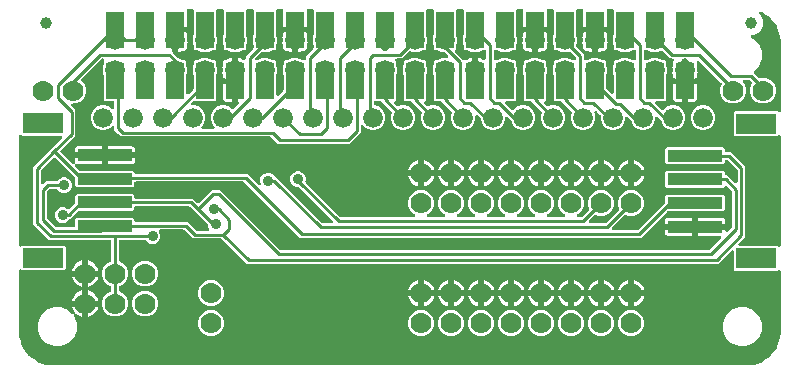
<source format=gbr>
G04 EAGLE Gerber RS-274X export*
G75*
%MOMM*%
%FSLAX34Y34*%
%LPD*%
%INBottom Copper*%
%IPPOS*%
%AMOC8*
5,1,8,0,0,1.08239X$1,22.5*%
G01*
%ADD10C,1.778000*%
%ADD11R,4.600000X1.000000*%
%ADD12R,3.400000X1.700000*%
%ADD13R,1.524000X3.048000*%
%ADD14C,1.676400*%
%ADD15C,1.000000*%
%ADD16C,0.254000*%
%ADD17C,0.906400*%

G36*
X620022Y2543D02*
X620022Y2543D01*
X620100Y2545D01*
X624197Y2867D01*
X624264Y2881D01*
X624333Y2885D01*
X624489Y2925D01*
X632282Y5457D01*
X632390Y5508D01*
X632500Y5551D01*
X632551Y5584D01*
X632570Y5593D01*
X632586Y5606D01*
X632636Y5638D01*
X639265Y10454D01*
X639352Y10535D01*
X639443Y10611D01*
X639482Y10658D01*
X639497Y10672D01*
X639508Y10689D01*
X639546Y10735D01*
X644362Y17364D01*
X644420Y17468D01*
X644483Y17568D01*
X644506Y17625D01*
X644516Y17643D01*
X644521Y17662D01*
X644543Y17718D01*
X647075Y25511D01*
X647088Y25579D01*
X647110Y25644D01*
X647133Y25803D01*
X647455Y29900D01*
X647454Y29922D01*
X647459Y30000D01*
X647459Y81920D01*
X647442Y82058D01*
X647429Y82197D01*
X647422Y82216D01*
X647419Y82236D01*
X647368Y82365D01*
X647321Y82496D01*
X647310Y82513D01*
X647302Y82532D01*
X647221Y82644D01*
X647143Y82759D01*
X647127Y82772D01*
X647116Y82789D01*
X647008Y82878D01*
X646904Y82970D01*
X646886Y82979D01*
X646871Y82992D01*
X646745Y83051D01*
X646621Y83114D01*
X646601Y83119D01*
X646583Y83127D01*
X646446Y83153D01*
X646311Y83184D01*
X646290Y83183D01*
X646271Y83187D01*
X646132Y83178D01*
X645993Y83174D01*
X645973Y83169D01*
X645953Y83167D01*
X645821Y83125D01*
X645687Y83086D01*
X645670Y83075D01*
X645651Y83069D01*
X645533Y82995D01*
X645413Y82924D01*
X645392Y82906D01*
X645382Y82899D01*
X645368Y82884D01*
X645293Y82818D01*
X644742Y82267D01*
X609058Y82267D01*
X607867Y83458D01*
X607867Y98366D01*
X607850Y98504D01*
X607837Y98643D01*
X607830Y98662D01*
X607827Y98682D01*
X607776Y98811D01*
X607729Y98942D01*
X607718Y98959D01*
X607710Y98978D01*
X607629Y99090D01*
X607551Y99205D01*
X607535Y99219D01*
X607524Y99235D01*
X607416Y99324D01*
X607312Y99416D01*
X607294Y99425D01*
X607279Y99438D01*
X607153Y99497D01*
X607029Y99560D01*
X607009Y99565D01*
X606991Y99573D01*
X606855Y99599D01*
X606719Y99630D01*
X606698Y99629D01*
X606679Y99633D01*
X606540Y99625D01*
X606401Y99620D01*
X606381Y99615D01*
X606361Y99613D01*
X606229Y99571D01*
X606095Y99532D01*
X606078Y99522D01*
X606059Y99515D01*
X605941Y99441D01*
X605821Y99370D01*
X605800Y99352D01*
X605790Y99345D01*
X605776Y99330D01*
X605701Y99264D01*
X594574Y88137D01*
X195482Y88137D01*
X174264Y109356D01*
X174185Y109416D01*
X174113Y109484D01*
X174060Y109513D01*
X174012Y109550D01*
X173921Y109590D01*
X173835Y109638D01*
X173776Y109653D01*
X173721Y109677D01*
X173623Y109692D01*
X173527Y109717D01*
X173427Y109723D01*
X173406Y109727D01*
X173394Y109725D01*
X173366Y109727D01*
X149762Y109727D01*
X142514Y116976D01*
X142435Y117036D01*
X142363Y117104D01*
X142310Y117133D01*
X142262Y117170D01*
X142171Y117210D01*
X142085Y117258D01*
X142026Y117273D01*
X141971Y117297D01*
X141873Y117312D01*
X141777Y117337D01*
X141677Y117343D01*
X141656Y117347D01*
X141644Y117345D01*
X141616Y117347D01*
X122261Y117347D01*
X122211Y117341D01*
X122162Y117343D01*
X122055Y117321D01*
X121945Y117307D01*
X121899Y117289D01*
X121850Y117279D01*
X121752Y117231D01*
X121650Y117190D01*
X121610Y117161D01*
X121565Y117139D01*
X121481Y117068D01*
X121392Y117004D01*
X121361Y116965D01*
X121323Y116933D01*
X121260Y116843D01*
X121189Y116759D01*
X121168Y116714D01*
X121140Y116673D01*
X121101Y116570D01*
X121054Y116471D01*
X121045Y116422D01*
X121027Y116376D01*
X121015Y116266D01*
X120994Y116159D01*
X120997Y116109D01*
X120992Y116060D01*
X121007Y115951D01*
X121014Y115841D01*
X121029Y115794D01*
X121036Y115745D01*
X121088Y115592D01*
X122135Y113066D01*
X122135Y110454D01*
X121135Y108041D01*
X119289Y106195D01*
X116876Y105195D01*
X114264Y105195D01*
X111851Y106195D01*
X109961Y108086D01*
X109882Y108146D01*
X109810Y108214D01*
X109757Y108243D01*
X109709Y108280D01*
X109618Y108320D01*
X109532Y108368D01*
X109473Y108383D01*
X109417Y108407D01*
X109319Y108422D01*
X109224Y108447D01*
X109124Y108453D01*
X109103Y108457D01*
X109091Y108455D01*
X109063Y108457D01*
X88392Y108457D01*
X88274Y108442D01*
X88155Y108435D01*
X88117Y108422D01*
X88076Y108417D01*
X87966Y108374D01*
X87853Y108337D01*
X87818Y108315D01*
X87781Y108300D01*
X87685Y108231D01*
X87584Y108167D01*
X87556Y108137D01*
X87523Y108114D01*
X87447Y108022D01*
X87366Y107935D01*
X87346Y107900D01*
X87321Y107869D01*
X87270Y107761D01*
X87212Y107657D01*
X87202Y107617D01*
X87185Y107581D01*
X87163Y107464D01*
X87133Y107349D01*
X87129Y107289D01*
X87125Y107269D01*
X87127Y107248D01*
X87123Y107188D01*
X87123Y91313D01*
X87126Y91283D01*
X87124Y91254D01*
X87146Y91126D01*
X87163Y90997D01*
X87173Y90970D01*
X87178Y90941D01*
X87232Y90822D01*
X87280Y90701D01*
X87297Y90678D01*
X87309Y90651D01*
X87390Y90549D01*
X87466Y90444D01*
X87489Y90425D01*
X87508Y90402D01*
X87611Y90324D01*
X87711Y90241D01*
X87738Y90229D01*
X87762Y90211D01*
X87906Y90140D01*
X90007Y89270D01*
X93080Y86197D01*
X94743Y82183D01*
X94743Y77837D01*
X93080Y73823D01*
X90007Y70750D01*
X87906Y69880D01*
X87881Y69865D01*
X87853Y69856D01*
X87743Y69787D01*
X87630Y69722D01*
X87609Y69702D01*
X87584Y69686D01*
X87495Y69591D01*
X87402Y69501D01*
X87386Y69476D01*
X87366Y69454D01*
X87303Y69341D01*
X87235Y69230D01*
X87227Y69202D01*
X87212Y69176D01*
X87180Y69050D01*
X87142Y68926D01*
X87140Y68897D01*
X87133Y68868D01*
X87123Y68707D01*
X87123Y65913D01*
X87126Y65883D01*
X87124Y65854D01*
X87146Y65726D01*
X87163Y65597D01*
X87173Y65570D01*
X87178Y65541D01*
X87232Y65422D01*
X87280Y65301D01*
X87297Y65278D01*
X87309Y65251D01*
X87390Y65149D01*
X87466Y65044D01*
X87489Y65025D01*
X87508Y65002D01*
X87611Y64924D01*
X87711Y64841D01*
X87738Y64829D01*
X87762Y64811D01*
X87906Y64740D01*
X90007Y63870D01*
X93080Y60797D01*
X94743Y56783D01*
X94743Y52437D01*
X93080Y48423D01*
X90007Y45350D01*
X85993Y43687D01*
X81647Y43687D01*
X77633Y45350D01*
X74560Y48423D01*
X72897Y52437D01*
X72897Y56783D01*
X74560Y60797D01*
X77633Y63870D01*
X79734Y64740D01*
X79759Y64755D01*
X79787Y64764D01*
X79897Y64833D01*
X80010Y64898D01*
X80031Y64918D01*
X80056Y64934D01*
X80145Y65029D01*
X80238Y65119D01*
X80254Y65144D01*
X80274Y65166D01*
X80337Y65279D01*
X80405Y65390D01*
X80413Y65418D01*
X80428Y65444D01*
X80460Y65570D01*
X80498Y65694D01*
X80500Y65723D01*
X80507Y65752D01*
X80517Y65913D01*
X80517Y68707D01*
X80514Y68737D01*
X80516Y68766D01*
X80494Y68894D01*
X80477Y69023D01*
X80467Y69050D01*
X80462Y69079D01*
X80408Y69198D01*
X80360Y69319D01*
X80343Y69342D01*
X80331Y69369D01*
X80250Y69471D01*
X80174Y69576D01*
X80151Y69595D01*
X80132Y69618D01*
X80029Y69696D01*
X79929Y69779D01*
X79902Y69791D01*
X79878Y69809D01*
X79734Y69880D01*
X77633Y70750D01*
X74560Y73823D01*
X72897Y77837D01*
X72897Y82183D01*
X74560Y86197D01*
X77633Y89270D01*
X79734Y90140D01*
X79759Y90155D01*
X79787Y90164D01*
X79897Y90233D01*
X80010Y90298D01*
X80031Y90318D01*
X80056Y90334D01*
X80145Y90429D01*
X80238Y90519D01*
X80254Y90544D01*
X80274Y90566D01*
X80337Y90679D01*
X80405Y90790D01*
X80413Y90818D01*
X80428Y90844D01*
X80460Y90970D01*
X80498Y91094D01*
X80500Y91123D01*
X80507Y91152D01*
X80517Y91313D01*
X80517Y107188D01*
X80502Y107306D01*
X80495Y107425D01*
X80482Y107463D01*
X80477Y107504D01*
X80434Y107614D01*
X80397Y107727D01*
X80375Y107762D01*
X80360Y107799D01*
X80291Y107895D01*
X80227Y107996D01*
X80197Y108024D01*
X80174Y108057D01*
X80082Y108133D01*
X79995Y108214D01*
X79960Y108234D01*
X79929Y108259D01*
X79821Y108310D01*
X79717Y108368D01*
X79677Y108378D01*
X79641Y108395D01*
X79524Y108417D01*
X79409Y108447D01*
X79349Y108451D01*
X79329Y108455D01*
X79308Y108453D01*
X79248Y108457D01*
X27842Y108457D01*
X14477Y121822D01*
X14477Y170278D01*
X16783Y172584D01*
X16784Y172584D01*
X28711Y184511D01*
X31388Y187189D01*
X31389Y187189D01*
X38700Y194501D01*
X38785Y194610D01*
X38874Y194717D01*
X38882Y194736D01*
X38895Y194752D01*
X38950Y194880D01*
X39009Y195005D01*
X39013Y195025D01*
X39021Y195044D01*
X39043Y195182D01*
X39069Y195318D01*
X39068Y195338D01*
X39071Y195358D01*
X39058Y195497D01*
X39049Y195635D01*
X39043Y195654D01*
X39041Y195674D01*
X38994Y195806D01*
X38951Y195937D01*
X38940Y195955D01*
X38933Y195974D01*
X38855Y196089D01*
X38781Y196206D01*
X38766Y196220D01*
X38755Y196237D01*
X38651Y196329D01*
X38549Y196424D01*
X38532Y196434D01*
X38516Y196447D01*
X38393Y196510D01*
X38271Y196578D01*
X38251Y196583D01*
X38233Y196592D01*
X38097Y196622D01*
X37963Y196657D01*
X37935Y196659D01*
X37923Y196662D01*
X37902Y196661D01*
X37802Y196667D01*
X5258Y196667D01*
X4707Y197218D01*
X4598Y197303D01*
X4491Y197392D01*
X4472Y197400D01*
X4456Y197413D01*
X4328Y197468D01*
X4203Y197527D01*
X4183Y197531D01*
X4164Y197539D01*
X4026Y197561D01*
X3890Y197587D01*
X3870Y197586D01*
X3850Y197589D01*
X3711Y197576D01*
X3573Y197567D01*
X3554Y197561D01*
X3534Y197559D01*
X3402Y197512D01*
X3271Y197469D01*
X3253Y197458D01*
X3234Y197452D01*
X3119Y197373D01*
X3002Y197299D01*
X2988Y197284D01*
X2971Y197273D01*
X2879Y197169D01*
X2784Y197067D01*
X2774Y197050D01*
X2761Y197035D01*
X2698Y196911D01*
X2630Y196789D01*
X2625Y196769D01*
X2616Y196751D01*
X2586Y196615D01*
X2551Y196481D01*
X2549Y196453D01*
X2546Y196441D01*
X2547Y196421D01*
X2541Y196320D01*
X2541Y104080D01*
X2556Y103960D01*
X2563Y103844D01*
X2569Y103825D01*
X2571Y103803D01*
X2578Y103784D01*
X2581Y103764D01*
X2626Y103649D01*
X2661Y103541D01*
X2671Y103526D01*
X2679Y103504D01*
X2690Y103487D01*
X2698Y103468D01*
X2773Y103365D01*
X2831Y103273D01*
X2844Y103261D01*
X2857Y103241D01*
X2873Y103228D01*
X2884Y103211D01*
X2986Y103127D01*
X3063Y103055D01*
X3077Y103047D01*
X3096Y103030D01*
X3114Y103021D01*
X3129Y103008D01*
X3250Y102951D01*
X3341Y102901D01*
X3357Y102897D01*
X3379Y102886D01*
X3399Y102881D01*
X3417Y102873D01*
X3550Y102847D01*
X3649Y102822D01*
X3671Y102820D01*
X3689Y102816D01*
X3710Y102817D01*
X3729Y102813D01*
X3758Y102815D01*
X3810Y102811D01*
X3811Y102811D01*
X3898Y102823D01*
X4007Y102826D01*
X4027Y102831D01*
X4047Y102833D01*
X4090Y102847D01*
X4127Y102851D01*
X4211Y102885D01*
X4313Y102914D01*
X4330Y102925D01*
X4349Y102931D01*
X4386Y102954D01*
X4422Y102968D01*
X4499Y103024D01*
X4587Y103076D01*
X4608Y103094D01*
X4618Y103101D01*
X4632Y103116D01*
X4664Y103144D01*
X4680Y103155D01*
X4687Y103164D01*
X4707Y103182D01*
X5258Y103733D01*
X40942Y103733D01*
X42133Y102542D01*
X42133Y83858D01*
X40942Y82667D01*
X5258Y82667D01*
X4707Y83218D01*
X4598Y83303D01*
X4491Y83392D01*
X4472Y83400D01*
X4456Y83413D01*
X4328Y83468D01*
X4203Y83527D01*
X4183Y83531D01*
X4164Y83539D01*
X4026Y83561D01*
X3890Y83587D01*
X3870Y83586D01*
X3850Y83589D01*
X3711Y83576D01*
X3573Y83567D01*
X3554Y83561D01*
X3534Y83559D01*
X3402Y83512D01*
X3271Y83469D01*
X3253Y83458D01*
X3234Y83452D01*
X3119Y83373D01*
X3002Y83299D01*
X2988Y83284D01*
X2971Y83273D01*
X2879Y83169D01*
X2784Y83067D01*
X2774Y83050D01*
X2761Y83035D01*
X2698Y82911D01*
X2630Y82789D01*
X2625Y82769D01*
X2616Y82751D01*
X2586Y82615D01*
X2551Y82481D01*
X2549Y82453D01*
X2546Y82441D01*
X2547Y82421D01*
X2541Y82320D01*
X2541Y30000D01*
X2543Y29978D01*
X2545Y29900D01*
X2867Y25803D01*
X2881Y25736D01*
X2885Y25667D01*
X2925Y25511D01*
X5457Y17718D01*
X5508Y17610D01*
X5551Y17500D01*
X5584Y17449D01*
X5593Y17430D01*
X5606Y17414D01*
X5638Y17364D01*
X10454Y10735D01*
X10535Y10648D01*
X10611Y10557D01*
X10658Y10518D01*
X10672Y10503D01*
X10689Y10492D01*
X10735Y10454D01*
X10810Y10399D01*
X17364Y5638D01*
X17468Y5580D01*
X17568Y5517D01*
X17625Y5494D01*
X17643Y5484D01*
X17662Y5479D01*
X17718Y5457D01*
X25511Y2925D01*
X25579Y2912D01*
X25644Y2890D01*
X25803Y2867D01*
X29900Y2545D01*
X29922Y2546D01*
X30000Y2541D01*
X620000Y2541D01*
X620022Y2543D01*
G37*
G36*
X586214Y99835D02*
X586214Y99835D01*
X586313Y99838D01*
X586372Y99855D01*
X586432Y99863D01*
X586524Y99899D01*
X586619Y99927D01*
X586671Y99957D01*
X586727Y99980D01*
X586807Y100038D01*
X586893Y100088D01*
X586968Y100154D01*
X586985Y100166D01*
X586993Y100176D01*
X587014Y100194D01*
X596912Y110093D01*
X596997Y110202D01*
X597086Y110309D01*
X597094Y110328D01*
X597107Y110344D01*
X597162Y110472D01*
X597221Y110597D01*
X597225Y110617D01*
X597233Y110636D01*
X597255Y110774D01*
X597281Y110910D01*
X597280Y110930D01*
X597283Y110950D01*
X597270Y111088D01*
X597261Y111227D01*
X597255Y111246D01*
X597253Y111266D01*
X597206Y111398D01*
X597163Y111529D01*
X597152Y111547D01*
X597145Y111566D01*
X597067Y111681D01*
X596993Y111798D01*
X596978Y111812D01*
X596967Y111829D01*
X596863Y111921D01*
X596761Y112016D01*
X596744Y112026D01*
X596728Y112039D01*
X596604Y112103D01*
X596483Y112170D01*
X596463Y112175D01*
X596445Y112184D01*
X596309Y112214D01*
X596175Y112249D01*
X596147Y112251D01*
X596135Y112254D01*
X596114Y112253D01*
X596014Y112259D01*
X577399Y112259D01*
X577399Y117301D01*
X600441Y117301D01*
X600441Y116686D01*
X600458Y116548D01*
X600471Y116409D01*
X600478Y116390D01*
X600481Y116370D01*
X600532Y116241D01*
X600579Y116110D01*
X600590Y116093D01*
X600598Y116075D01*
X600679Y115962D01*
X600757Y115847D01*
X600773Y115834D01*
X600784Y115817D01*
X600892Y115728D01*
X600996Y115636D01*
X601014Y115627D01*
X601029Y115614D01*
X601155Y115555D01*
X601279Y115492D01*
X601299Y115487D01*
X601317Y115479D01*
X601453Y115453D01*
X601589Y115422D01*
X601610Y115423D01*
X601629Y115419D01*
X601768Y115428D01*
X601907Y115432D01*
X601927Y115438D01*
X601947Y115439D01*
X602079Y115482D01*
X602213Y115520D01*
X602230Y115531D01*
X602249Y115537D01*
X602367Y115611D01*
X602487Y115682D01*
X602508Y115700D01*
X602518Y115707D01*
X602532Y115722D01*
X602607Y115788D01*
X605926Y119106D01*
X605986Y119185D01*
X606054Y119257D01*
X606083Y119310D01*
X606120Y119358D01*
X606160Y119449D01*
X606208Y119535D01*
X606223Y119594D01*
X606247Y119649D01*
X606262Y119747D01*
X606287Y119843D01*
X606293Y119943D01*
X606297Y119964D01*
X606295Y119976D01*
X606297Y120004D01*
X606297Y149236D01*
X606285Y149334D01*
X606282Y149433D01*
X606265Y149492D01*
X606257Y149552D01*
X606221Y149644D01*
X606193Y149739D01*
X606163Y149791D01*
X606140Y149847D01*
X606082Y149927D01*
X606032Y150013D01*
X605966Y150088D01*
X605954Y150105D01*
X605944Y150113D01*
X605926Y150134D01*
X601914Y154145D01*
X601820Y154218D01*
X601731Y154297D01*
X601695Y154315D01*
X601663Y154340D01*
X601554Y154387D01*
X601448Y154441D01*
X601409Y154450D01*
X601371Y154466D01*
X601254Y154485D01*
X601138Y154511D01*
X601097Y154510D01*
X601057Y154516D01*
X600939Y154505D01*
X600820Y154501D01*
X600781Y154490D01*
X600741Y154486D01*
X600628Y154446D01*
X600514Y154413D01*
X600479Y154392D01*
X600441Y154378D01*
X600343Y154312D01*
X600240Y154251D01*
X600195Y154211D01*
X600178Y154200D01*
X600165Y154185D01*
X600119Y154145D01*
X598742Y152767D01*
X551058Y152767D01*
X549867Y153958D01*
X549867Y165642D01*
X551058Y166833D01*
X598742Y166833D01*
X599933Y165642D01*
X599933Y164372D01*
X599948Y164254D01*
X599955Y164135D01*
X599968Y164097D01*
X599973Y164056D01*
X600016Y163946D01*
X600053Y163833D01*
X600075Y163798D01*
X600090Y163761D01*
X600159Y163665D01*
X600223Y163564D01*
X600253Y163536D01*
X600276Y163503D01*
X600368Y163427D01*
X600455Y163346D01*
X600490Y163326D01*
X600521Y163301D01*
X600629Y163250D01*
X600733Y163192D01*
X600773Y163182D01*
X600809Y163165D01*
X600926Y163143D01*
X601041Y163113D01*
X601101Y163109D01*
X601121Y163105D01*
X601142Y163107D01*
X601202Y163103D01*
X602298Y163103D01*
X604604Y160797D01*
X604604Y160796D01*
X608703Y156698D01*
X608812Y156613D01*
X608919Y156524D01*
X608938Y156516D01*
X608954Y156503D01*
X609082Y156448D01*
X609207Y156389D01*
X609227Y156385D01*
X609246Y156377D01*
X609384Y156355D01*
X609520Y156329D01*
X609540Y156330D01*
X609560Y156327D01*
X609699Y156340D01*
X609837Y156349D01*
X609856Y156355D01*
X609876Y156357D01*
X610008Y156404D01*
X610139Y156447D01*
X610157Y156458D01*
X610176Y156465D01*
X610291Y156543D01*
X610408Y156617D01*
X610422Y156632D01*
X610439Y156643D01*
X610531Y156747D01*
X610626Y156849D01*
X610636Y156866D01*
X610649Y156882D01*
X610713Y157005D01*
X610780Y157127D01*
X610785Y157147D01*
X610794Y157165D01*
X610824Y157301D01*
X610859Y157435D01*
X610861Y157463D01*
X610864Y157475D01*
X610863Y157496D01*
X610869Y157596D01*
X610869Y167524D01*
X610857Y167622D01*
X610854Y167721D01*
X610837Y167780D01*
X610829Y167840D01*
X610793Y167932D01*
X610765Y168027D01*
X610735Y168079D01*
X610712Y168135D01*
X610654Y168215D01*
X610604Y168301D01*
X610560Y168350D01*
X610560Y168351D01*
X610558Y168353D01*
X610538Y168376D01*
X610526Y168393D01*
X610516Y168401D01*
X610498Y168422D01*
X602794Y176126D01*
X602715Y176186D01*
X602643Y176254D01*
X602590Y176283D01*
X602542Y176320D01*
X602451Y176360D01*
X602365Y176408D01*
X602306Y176423D01*
X602251Y176447D01*
X602153Y176462D01*
X602057Y176487D01*
X601957Y176493D01*
X601936Y176497D01*
X601924Y176495D01*
X601896Y176497D01*
X601202Y176497D01*
X601084Y176482D01*
X600965Y176475D01*
X600927Y176462D01*
X600886Y176457D01*
X600776Y176414D01*
X600663Y176377D01*
X600628Y176355D01*
X600591Y176340D01*
X600495Y176271D01*
X600394Y176207D01*
X600366Y176177D01*
X600333Y176154D01*
X600257Y176062D01*
X600176Y175975D01*
X600156Y175940D01*
X600131Y175909D01*
X600080Y175801D01*
X600022Y175697D01*
X600012Y175657D01*
X599995Y175621D01*
X599973Y175504D01*
X599943Y175389D01*
X599939Y175329D01*
X599935Y175309D01*
X599937Y175288D01*
X599933Y175228D01*
X599933Y173958D01*
X598742Y172767D01*
X551058Y172767D01*
X549867Y173958D01*
X549867Y185642D01*
X551058Y186833D01*
X598742Y186833D01*
X599933Y185642D01*
X599933Y184372D01*
X599948Y184254D01*
X599955Y184135D01*
X599968Y184097D01*
X599973Y184056D01*
X600016Y183946D01*
X600053Y183833D01*
X600075Y183798D01*
X600090Y183761D01*
X600159Y183665D01*
X600223Y183564D01*
X600253Y183536D01*
X600276Y183503D01*
X600368Y183427D01*
X600455Y183346D01*
X600490Y183326D01*
X600521Y183301D01*
X600629Y183250D01*
X600733Y183192D01*
X600773Y183182D01*
X600809Y183165D01*
X600926Y183143D01*
X601041Y183113D01*
X601101Y183109D01*
X601121Y183105D01*
X601142Y183107D01*
X601202Y183103D01*
X605158Y183103D01*
X617475Y170786D01*
X617475Y111038D01*
X611936Y105499D01*
X611851Y105390D01*
X611762Y105283D01*
X611754Y105264D01*
X611741Y105248D01*
X611686Y105120D01*
X611627Y104995D01*
X611623Y104975D01*
X611615Y104956D01*
X611593Y104818D01*
X611567Y104682D01*
X611568Y104662D01*
X611565Y104642D01*
X611578Y104503D01*
X611587Y104365D01*
X611593Y104346D01*
X611595Y104326D01*
X611642Y104194D01*
X611685Y104063D01*
X611695Y104045D01*
X611702Y104026D01*
X611780Y103911D01*
X611855Y103794D01*
X611870Y103780D01*
X611881Y103763D01*
X611985Y103671D01*
X612086Y103576D01*
X612104Y103566D01*
X612119Y103553D01*
X612243Y103489D01*
X612365Y103422D01*
X612384Y103417D01*
X612403Y103408D01*
X612538Y103378D01*
X612673Y103343D01*
X612701Y103341D01*
X612713Y103338D01*
X612733Y103339D01*
X612834Y103333D01*
X644742Y103333D01*
X645293Y102782D01*
X645402Y102697D01*
X645509Y102608D01*
X645528Y102600D01*
X645544Y102587D01*
X645672Y102532D01*
X645797Y102473D01*
X645817Y102469D01*
X645836Y102461D01*
X645974Y102439D01*
X646110Y102413D01*
X646130Y102414D01*
X646150Y102411D01*
X646289Y102424D01*
X646427Y102433D01*
X646446Y102439D01*
X646466Y102441D01*
X646598Y102488D01*
X646729Y102531D01*
X646747Y102542D01*
X646766Y102548D01*
X646881Y102627D01*
X646998Y102701D01*
X647012Y102716D01*
X647029Y102727D01*
X647121Y102831D01*
X647216Y102933D01*
X647226Y102950D01*
X647239Y102965D01*
X647302Y103089D01*
X647370Y103211D01*
X647375Y103231D01*
X647384Y103249D01*
X647414Y103385D01*
X647449Y103519D01*
X647451Y103547D01*
X647454Y103559D01*
X647453Y103579D01*
X647459Y103680D01*
X647459Y195920D01*
X647442Y196058D01*
X647429Y196197D01*
X647422Y196216D01*
X647419Y196236D01*
X647368Y196365D01*
X647321Y196496D01*
X647310Y196513D01*
X647302Y196532D01*
X647221Y196644D01*
X647143Y196759D01*
X647127Y196772D01*
X647116Y196789D01*
X647008Y196878D01*
X646904Y196970D01*
X646886Y196979D01*
X646871Y196992D01*
X646745Y197051D01*
X646621Y197114D01*
X646601Y197119D01*
X646583Y197127D01*
X646446Y197153D01*
X646311Y197184D01*
X646290Y197183D01*
X646271Y197187D01*
X646132Y197178D01*
X645993Y197174D01*
X645973Y197169D01*
X645953Y197167D01*
X645821Y197125D01*
X645687Y197086D01*
X645670Y197075D01*
X645651Y197069D01*
X645533Y196995D01*
X645413Y196924D01*
X645392Y196906D01*
X645382Y196899D01*
X645368Y196884D01*
X645293Y196818D01*
X644742Y196267D01*
X609058Y196267D01*
X607867Y197458D01*
X607867Y216142D01*
X609058Y217333D01*
X644742Y217333D01*
X645293Y216782D01*
X645402Y216697D01*
X645509Y216608D01*
X645528Y216600D01*
X645544Y216587D01*
X645672Y216532D01*
X645797Y216473D01*
X645817Y216469D01*
X645836Y216461D01*
X645974Y216439D01*
X646110Y216413D01*
X646130Y216414D01*
X646150Y216411D01*
X646289Y216424D01*
X646427Y216433D01*
X646446Y216439D01*
X646466Y216441D01*
X646598Y216488D01*
X646729Y216531D01*
X646747Y216542D01*
X646766Y216548D01*
X646881Y216627D01*
X646998Y216701D01*
X647012Y216716D01*
X647029Y216727D01*
X647121Y216831D01*
X647216Y216933D01*
X647226Y216950D01*
X647239Y216965D01*
X647302Y217089D01*
X647370Y217211D01*
X647375Y217231D01*
X647384Y217249D01*
X647414Y217385D01*
X647449Y217519D01*
X647451Y217547D01*
X647454Y217559D01*
X647453Y217579D01*
X647459Y217680D01*
X647459Y276604D01*
X647457Y276626D01*
X647455Y276704D01*
X647133Y280801D01*
X647119Y280868D01*
X647115Y280937D01*
X647075Y281093D01*
X644543Y288886D01*
X644492Y288994D01*
X644449Y289104D01*
X644416Y289155D01*
X644407Y289174D01*
X644394Y289190D01*
X644362Y289240D01*
X639546Y295869D01*
X639465Y295956D01*
X639389Y296047D01*
X639342Y296086D01*
X639328Y296101D01*
X639311Y296112D01*
X639265Y296150D01*
X632636Y300966D01*
X632532Y301024D01*
X632432Y301087D01*
X632375Y301110D01*
X632357Y301120D01*
X632338Y301125D01*
X632282Y301147D01*
X630845Y301614D01*
X630818Y301619D01*
X630794Y301629D01*
X630663Y301648D01*
X630532Y301673D01*
X630506Y301672D01*
X630479Y301676D01*
X630348Y301662D01*
X630215Y301653D01*
X630190Y301645D01*
X630163Y301642D01*
X630039Y301596D01*
X629912Y301555D01*
X629890Y301541D01*
X629865Y301532D01*
X629756Y301456D01*
X629644Y301385D01*
X629626Y301365D01*
X629604Y301350D01*
X629517Y301250D01*
X629426Y301153D01*
X629413Y301130D01*
X629396Y301109D01*
X629337Y300991D01*
X629273Y300875D01*
X629266Y300849D01*
X629254Y300825D01*
X629226Y300695D01*
X629193Y300567D01*
X629193Y300540D01*
X629188Y300514D01*
X629193Y300381D01*
X629193Y300249D01*
X629200Y300223D01*
X629201Y300196D01*
X629239Y300069D01*
X629272Y299940D01*
X629285Y299917D01*
X629293Y299891D01*
X629361Y299778D01*
X629425Y299662D01*
X629443Y299642D01*
X629457Y299619D01*
X629551Y299526D01*
X629574Y299502D01*
X632301Y294780D01*
X632301Y289420D01*
X629621Y284779D01*
X624980Y282099D01*
X623323Y282099D01*
X623253Y282091D01*
X623184Y282092D01*
X623096Y282071D01*
X623007Y282059D01*
X622942Y282034D01*
X622874Y282017D01*
X622795Y281975D01*
X622711Y281942D01*
X622655Y281901D01*
X622593Y281869D01*
X622527Y281808D01*
X622454Y281756D01*
X622410Y281702D01*
X622358Y281655D01*
X622309Y281580D01*
X622251Y281511D01*
X622222Y281447D01*
X622183Y281389D01*
X622154Y281304D01*
X622116Y281223D01*
X622103Y281154D01*
X622080Y281088D01*
X622073Y280999D01*
X622056Y280911D01*
X622060Y280841D01*
X622055Y280771D01*
X622070Y280683D01*
X622076Y280593D01*
X622097Y280527D01*
X622109Y280458D01*
X622146Y280376D01*
X622174Y280291D01*
X622211Y280232D01*
X622240Y280168D01*
X622296Y280098D01*
X622344Y280022D01*
X622395Y279974D01*
X622438Y279920D01*
X622510Y279865D01*
X622576Y279804D01*
X622637Y279770D01*
X622692Y279728D01*
X622837Y279657D01*
X624370Y279023D01*
X629023Y274370D01*
X631541Y268290D01*
X631541Y261710D01*
X629023Y255630D01*
X624904Y251512D01*
X624831Y251418D01*
X624752Y251329D01*
X624734Y251293D01*
X624709Y251261D01*
X624662Y251151D01*
X624608Y251045D01*
X624599Y251006D01*
X624583Y250969D01*
X624564Y250851D01*
X624538Y250735D01*
X624539Y250695D01*
X624533Y250655D01*
X624544Y250536D01*
X624548Y250417D01*
X624559Y250378D01*
X624563Y250338D01*
X624603Y250226D01*
X624636Y250112D01*
X624657Y250077D01*
X624670Y250039D01*
X624737Y249940D01*
X624798Y249838D01*
X624837Y249792D01*
X624849Y249776D01*
X624864Y249762D01*
X624904Y249717D01*
X628599Y246022D01*
X628623Y246003D01*
X628642Y245981D01*
X628748Y245906D01*
X628850Y245827D01*
X628878Y245815D01*
X628902Y245798D01*
X629023Y245752D01*
X629142Y245700D01*
X629172Y245696D01*
X629199Y245685D01*
X629328Y245671D01*
X629456Y245650D01*
X629486Y245653D01*
X629515Y245650D01*
X629644Y245668D01*
X629773Y245680D01*
X629801Y245690D01*
X629830Y245694D01*
X629982Y245746D01*
X630287Y245873D01*
X634633Y245873D01*
X638647Y244210D01*
X641720Y241137D01*
X643383Y237123D01*
X643383Y232777D01*
X641720Y228763D01*
X638647Y225690D01*
X634633Y224027D01*
X630287Y224027D01*
X626273Y225690D01*
X623200Y228763D01*
X621537Y232777D01*
X621537Y237123D01*
X623151Y241020D01*
X623159Y241048D01*
X623173Y241074D01*
X623201Y241201D01*
X623235Y241326D01*
X623236Y241356D01*
X623242Y241385D01*
X623238Y241515D01*
X623240Y241644D01*
X623234Y241673D01*
X623233Y241703D01*
X623197Y241827D01*
X623166Y241954D01*
X623153Y241980D01*
X623144Y242008D01*
X623078Y242120D01*
X623018Y242235D01*
X622998Y242257D01*
X622983Y242282D01*
X622876Y242403D01*
X621764Y243516D01*
X621686Y243576D01*
X621613Y243644D01*
X621560Y243673D01*
X621512Y243710D01*
X621422Y243750D01*
X621335Y243798D01*
X621276Y243813D01*
X621221Y243837D01*
X621123Y243852D01*
X621027Y243877D01*
X620927Y243883D01*
X620906Y243887D01*
X620894Y243885D01*
X620866Y243887D01*
X616634Y243887D01*
X616496Y243870D01*
X616358Y243857D01*
X616339Y243850D01*
X616318Y243847D01*
X616189Y243796D01*
X616058Y243749D01*
X616042Y243738D01*
X616023Y243730D01*
X615910Y243649D01*
X615795Y243571D01*
X615782Y243555D01*
X615765Y243544D01*
X615677Y243436D01*
X615585Y243332D01*
X615576Y243314D01*
X615563Y243299D01*
X615503Y243173D01*
X615440Y243049D01*
X615436Y243029D01*
X615427Y243011D01*
X615401Y242874D01*
X615371Y242739D01*
X615371Y242718D01*
X615367Y242699D01*
X615376Y242560D01*
X615380Y242421D01*
X615386Y242401D01*
X615387Y242381D01*
X615430Y242249D01*
X615469Y242115D01*
X615479Y242098D01*
X615485Y242079D01*
X615559Y241961D01*
X615630Y241841D01*
X615649Y241820D01*
X615655Y241810D01*
X615670Y241796D01*
X615737Y241721D01*
X616320Y241137D01*
X617983Y237123D01*
X617983Y232777D01*
X616320Y228763D01*
X613247Y225690D01*
X609233Y224027D01*
X604887Y224027D01*
X600873Y225690D01*
X597800Y228763D01*
X596137Y232777D01*
X596137Y237123D01*
X597379Y240122D01*
X597387Y240150D01*
X597401Y240176D01*
X597429Y240303D01*
X597463Y240428D01*
X597464Y240458D01*
X597470Y240487D01*
X597466Y240616D01*
X597468Y240746D01*
X597462Y240775D01*
X597461Y240805D01*
X597425Y240929D01*
X597394Y241056D01*
X597380Y241082D01*
X597372Y241110D01*
X597306Y241222D01*
X597246Y241337D01*
X597226Y241359D01*
X597211Y241384D01*
X597104Y241505D01*
X578623Y259986D01*
X578514Y260071D01*
X578407Y260160D01*
X578388Y260168D01*
X578372Y260181D01*
X578244Y260236D01*
X578119Y260295D01*
X578099Y260299D01*
X578080Y260307D01*
X577942Y260329D01*
X577806Y260355D01*
X577786Y260354D01*
X577766Y260357D01*
X577627Y260344D01*
X577489Y260335D01*
X577470Y260329D01*
X577450Y260327D01*
X577318Y260280D01*
X577187Y260237D01*
X577169Y260226D01*
X577150Y260219D01*
X577035Y260141D01*
X576918Y260067D01*
X576904Y260052D01*
X576887Y260041D01*
X576795Y259937D01*
X576700Y259835D01*
X576690Y259818D01*
X576677Y259802D01*
X576613Y259678D01*
X576546Y259557D01*
X576541Y259537D01*
X576532Y259519D01*
X576502Y259383D01*
X576467Y259249D01*
X576465Y259221D01*
X576462Y259209D01*
X576463Y259188D01*
X576457Y259088D01*
X576457Y256589D01*
X576472Y256471D01*
X576479Y256352D01*
X576494Y256293D01*
X576497Y256273D01*
X576504Y256254D01*
X576519Y256196D01*
X576954Y254858D01*
X577036Y254336D01*
X577019Y254323D01*
X576918Y254259D01*
X576890Y254229D01*
X576857Y254206D01*
X576781Y254114D01*
X576700Y254027D01*
X576680Y253992D01*
X576655Y253961D01*
X576604Y253853D01*
X576546Y253749D01*
X576536Y253709D01*
X576519Y253673D01*
X576497Y253556D01*
X576467Y253441D01*
X576463Y253381D01*
X576459Y253361D01*
X576461Y253340D01*
X576457Y253280D01*
X576457Y251320D01*
X576472Y251202D01*
X576479Y251083D01*
X576492Y251045D01*
X576497Y251004D01*
X576540Y250894D01*
X576577Y250781D01*
X576599Y250746D01*
X576614Y250709D01*
X576683Y250612D01*
X576747Y250512D01*
X576777Y250484D01*
X576800Y250451D01*
X576892Y250375D01*
X576979Y250294D01*
X577014Y250274D01*
X577035Y250257D01*
X576954Y249742D01*
X576519Y248404D01*
X576497Y248287D01*
X576467Y248172D01*
X576463Y248112D01*
X576459Y248091D01*
X576461Y248071D01*
X576457Y248011D01*
X576457Y245933D01*
X575822Y245933D01*
X575783Y245928D01*
X575744Y245931D01*
X575626Y245908D01*
X575507Y245893D01*
X575470Y245879D01*
X575431Y245871D01*
X575322Y245820D01*
X575211Y245776D01*
X575179Y245753D01*
X575143Y245736D01*
X575051Y245660D01*
X574954Y245589D01*
X574928Y245559D01*
X574898Y245534D01*
X574795Y245410D01*
X574631Y245184D01*
X573416Y243969D01*
X572290Y243151D01*
X572232Y243096D01*
X572168Y243050D01*
X572117Y242988D01*
X572058Y242933D01*
X572016Y242866D01*
X571965Y242805D01*
X571931Y242732D01*
X571888Y242665D01*
X571863Y242589D01*
X571829Y242517D01*
X571814Y242438D01*
X571790Y242362D01*
X571784Y242283D01*
X571770Y242205D01*
X571774Y242125D01*
X571769Y242045D01*
X571784Y241967D01*
X571789Y241887D01*
X571814Y241811D01*
X571829Y241732D01*
X571863Y241660D01*
X571887Y241585D01*
X571930Y241517D01*
X571964Y241445D01*
X572015Y241383D01*
X572057Y241316D01*
X572116Y241261D01*
X572167Y241199D01*
X572231Y241153D01*
X572289Y241098D01*
X572359Y241059D01*
X572424Y241012D01*
X572498Y240983D01*
X572568Y240944D01*
X572645Y240925D01*
X572719Y240895D01*
X572798Y240885D01*
X572876Y240865D01*
X573034Y240855D01*
X573035Y240855D01*
X573036Y240855D01*
X576457Y240855D01*
X576457Y227820D01*
X576284Y227173D01*
X575949Y226594D01*
X575476Y226121D01*
X574897Y225786D01*
X574250Y225613D01*
X568835Y225613D01*
X568835Y240157D01*
X568828Y240216D01*
X568830Y240275D01*
X568808Y240373D01*
X568795Y240472D01*
X568773Y240527D01*
X568760Y240586D01*
X568715Y240675D01*
X568678Y240768D01*
X568643Y240816D01*
X568616Y240869D01*
X568550Y240944D01*
X568549Y240945D01*
X568549Y242124D01*
X568534Y242242D01*
X568527Y242361D01*
X568514Y242399D01*
X568509Y242439D01*
X568466Y242550D01*
X568429Y242663D01*
X568407Y242698D01*
X568392Y242735D01*
X568323Y242831D01*
X568259Y242932D01*
X568229Y242960D01*
X568206Y242992D01*
X568114Y243068D01*
X568027Y243150D01*
X567992Y243169D01*
X567961Y243195D01*
X567853Y243246D01*
X567749Y243303D01*
X567709Y243314D01*
X567673Y243331D01*
X567556Y243353D01*
X567441Y243383D01*
X567381Y243387D01*
X567361Y243391D01*
X567340Y243389D01*
X567280Y243393D01*
X565320Y243393D01*
X565202Y243378D01*
X565083Y243371D01*
X565045Y243358D01*
X565004Y243353D01*
X564894Y243309D01*
X564781Y243273D01*
X564746Y243251D01*
X564709Y243236D01*
X564612Y243166D01*
X564512Y243103D01*
X564484Y243073D01*
X564451Y243049D01*
X564375Y242958D01*
X564294Y242871D01*
X564274Y242836D01*
X564249Y242804D01*
X564198Y242697D01*
X564140Y242593D01*
X564130Y242553D01*
X564113Y242517D01*
X564091Y242400D01*
X564061Y242285D01*
X564057Y242224D01*
X564053Y242204D01*
X564055Y242184D01*
X564051Y242124D01*
X564051Y240963D01*
X564041Y240948D01*
X564000Y240905D01*
X563952Y240817D01*
X563895Y240735D01*
X563875Y240679D01*
X563846Y240626D01*
X563822Y240530D01*
X563788Y240436D01*
X563782Y240376D01*
X563767Y240318D01*
X563757Y240158D01*
X563757Y225613D01*
X558342Y225613D01*
X557695Y225786D01*
X557116Y226121D01*
X556643Y226594D01*
X556308Y227173D01*
X556135Y227820D01*
X556135Y240855D01*
X559564Y240855D01*
X559643Y240865D01*
X559722Y240865D01*
X559800Y240885D01*
X559879Y240895D01*
X559953Y240924D01*
X560031Y240944D01*
X560101Y240982D01*
X560175Y241012D01*
X560240Y241059D01*
X560309Y241097D01*
X560368Y241151D01*
X560432Y241199D01*
X560483Y241260D01*
X560541Y241314D01*
X560584Y241382D01*
X560635Y241443D01*
X560669Y241516D01*
X560712Y241583D01*
X560737Y241659D01*
X560771Y241731D01*
X560786Y241809D01*
X560810Y241885D01*
X560815Y241965D01*
X560830Y242044D01*
X560826Y242123D01*
X560831Y242203D01*
X560816Y242281D01*
X560811Y242361D01*
X560786Y242437D01*
X560771Y242515D01*
X560737Y242587D01*
X560713Y242663D01*
X560670Y242731D01*
X560636Y242803D01*
X560585Y242865D01*
X560543Y242932D01*
X560485Y242987D01*
X560434Y243048D01*
X560312Y243149D01*
X560311Y243150D01*
X560310Y243150D01*
X560310Y243151D01*
X559184Y243969D01*
X557969Y245184D01*
X557805Y245410D01*
X557778Y245439D01*
X557757Y245472D01*
X557669Y245554D01*
X557587Y245642D01*
X557554Y245663D01*
X557525Y245690D01*
X557420Y245748D01*
X557319Y245812D01*
X557281Y245824D01*
X557246Y245843D01*
X557130Y245873D01*
X557016Y245911D01*
X556977Y245913D01*
X556939Y245923D01*
X556778Y245933D01*
X556135Y245933D01*
X556135Y248036D01*
X556120Y248154D01*
X556113Y248272D01*
X556098Y248331D01*
X556095Y248352D01*
X556088Y248371D01*
X556073Y248428D01*
X555646Y249742D01*
X555563Y250270D01*
X555573Y250277D01*
X555674Y250341D01*
X555702Y250371D01*
X555735Y250394D01*
X555811Y250486D01*
X555892Y250573D01*
X555912Y250608D01*
X555937Y250639D01*
X555988Y250747D01*
X556046Y250851D01*
X556056Y250891D01*
X556073Y250927D01*
X556095Y251044D01*
X556125Y251159D01*
X556129Y251219D01*
X556133Y251239D01*
X556131Y251260D01*
X556135Y251320D01*
X556135Y253280D01*
X556120Y253398D01*
X556113Y253517D01*
X556100Y253555D01*
X556095Y253596D01*
X556052Y253706D01*
X556015Y253819D01*
X555993Y253854D01*
X555978Y253891D01*
X555909Y253987D01*
X555845Y254088D01*
X555815Y254116D01*
X555792Y254149D01*
X555700Y254225D01*
X555613Y254306D01*
X555578Y254326D01*
X555564Y254337D01*
X555646Y254858D01*
X556073Y256172D01*
X556095Y256288D01*
X556125Y256403D01*
X556129Y256464D01*
X556133Y256484D01*
X556131Y256504D01*
X556135Y256564D01*
X556135Y258968D01*
X556308Y259615D01*
X556660Y260223D01*
X556711Y260345D01*
X556768Y260465D01*
X556773Y260492D01*
X556783Y260517D01*
X556802Y260648D01*
X556827Y260778D01*
X556826Y260804D01*
X556830Y260831D01*
X556816Y260963D01*
X556808Y261095D01*
X556799Y261121D01*
X556796Y261147D01*
X556750Y261271D01*
X556710Y261397D01*
X556695Y261420D01*
X556686Y261446D01*
X556610Y261554D01*
X556539Y261666D01*
X556520Y261685D01*
X556504Y261707D01*
X556404Y261793D01*
X556308Y261884D01*
X556284Y261897D01*
X556264Y261915D01*
X556145Y261974D01*
X556029Y262038D01*
X556003Y262044D01*
X555979Y262056D01*
X555849Y262084D01*
X555721Y262117D01*
X555683Y262119D01*
X555668Y262123D01*
X555646Y262122D01*
X555561Y262127D01*
X553622Y262127D01*
X551316Y264434D01*
X547455Y268294D01*
X547432Y268312D01*
X547412Y268335D01*
X547307Y268409D01*
X547204Y268489D01*
X547177Y268501D01*
X547152Y268518D01*
X547031Y268564D01*
X546912Y268616D01*
X546883Y268620D01*
X546855Y268631D01*
X546726Y268645D01*
X546598Y268665D01*
X546568Y268663D01*
X546539Y268666D01*
X546411Y268648D01*
X546281Y268636D01*
X546253Y268626D01*
X546224Y268621D01*
X546072Y268569D01*
X542972Y267285D01*
X538828Y267285D01*
X535001Y268871D01*
X534942Y268930D01*
X534864Y268990D01*
X534791Y269058D01*
X534738Y269087D01*
X534691Y269124D01*
X534600Y269164D01*
X534513Y269212D01*
X534454Y269227D01*
X534399Y269251D01*
X534301Y269266D01*
X534205Y269291D01*
X534105Y269297D01*
X534085Y269301D01*
X534072Y269299D01*
X534044Y269301D01*
X532892Y269301D01*
X532774Y269286D01*
X532655Y269279D01*
X532617Y269266D01*
X532576Y269261D01*
X532466Y269218D01*
X532353Y269181D01*
X532318Y269159D01*
X532281Y269144D01*
X532185Y269075D01*
X532084Y269011D01*
X532056Y268981D01*
X532023Y268958D01*
X531947Y268866D01*
X531866Y268779D01*
X531846Y268744D01*
X531821Y268713D01*
X531770Y268605D01*
X531712Y268501D01*
X531702Y268461D01*
X531685Y268425D01*
X531663Y268308D01*
X531633Y268193D01*
X531629Y268133D01*
X531625Y268113D01*
X531627Y268092D01*
X531623Y268032D01*
X531623Y261936D01*
X531638Y261818D01*
X531645Y261699D01*
X531658Y261661D01*
X531663Y261620D01*
X531706Y261510D01*
X531743Y261397D01*
X531765Y261362D01*
X531780Y261325D01*
X531849Y261229D01*
X531913Y261128D01*
X531943Y261100D01*
X531966Y261067D01*
X532058Y260991D01*
X532145Y260910D01*
X532180Y260890D01*
X532211Y260865D01*
X532319Y260814D01*
X532423Y260756D01*
X532463Y260746D01*
X532499Y260729D01*
X532616Y260707D01*
X532731Y260677D01*
X532791Y260673D01*
X532811Y260669D01*
X532832Y260671D01*
X532892Y260667D01*
X534012Y260667D01*
X534111Y260679D01*
X534210Y260682D01*
X534268Y260699D01*
X534328Y260707D01*
X534420Y260743D01*
X534515Y260771D01*
X534567Y260801D01*
X534624Y260824D01*
X534704Y260882D01*
X534789Y260932D01*
X534864Y260998D01*
X534881Y261010D01*
X534889Y261020D01*
X534910Y261038D01*
X535001Y261129D01*
X538828Y262715D01*
X542972Y262715D01*
X546799Y261129D01*
X546890Y261038D01*
X546968Y260978D01*
X547041Y260910D01*
X547094Y260881D01*
X547141Y260844D01*
X547232Y260804D01*
X547319Y260756D01*
X547378Y260741D01*
X547433Y260717D01*
X547531Y260702D01*
X547627Y260677D01*
X547727Y260671D01*
X547747Y260667D01*
X547760Y260669D01*
X547788Y260667D01*
X549358Y260667D01*
X550549Y259476D01*
X550549Y256473D01*
X550550Y256464D01*
X550549Y256455D01*
X550570Y256306D01*
X550589Y256158D01*
X550592Y256149D01*
X550593Y256140D01*
X550645Y255988D01*
X551315Y254372D01*
X551315Y250228D01*
X550645Y248612D01*
X550643Y248603D01*
X550638Y248595D01*
X550601Y248450D01*
X550561Y248306D01*
X550561Y248296D01*
X550559Y248287D01*
X550549Y248127D01*
X550549Y227312D01*
X549358Y226121D01*
X542344Y226121D01*
X542206Y226104D01*
X542067Y226091D01*
X542048Y226084D01*
X542028Y226081D01*
X541899Y226030D01*
X541768Y225983D01*
X541751Y225972D01*
X541733Y225964D01*
X541620Y225883D01*
X541505Y225805D01*
X541492Y225789D01*
X541475Y225778D01*
X541386Y225670D01*
X541294Y225566D01*
X541285Y225548D01*
X541272Y225533D01*
X541213Y225407D01*
X541150Y225283D01*
X541145Y225263D01*
X541137Y225245D01*
X541111Y225109D01*
X541080Y224973D01*
X541081Y224952D01*
X541077Y224933D01*
X541086Y224794D01*
X541090Y224655D01*
X541096Y224635D01*
X541097Y224615D01*
X541140Y224483D01*
X541178Y224349D01*
X541189Y224332D01*
X541195Y224313D01*
X541269Y224195D01*
X541340Y224075D01*
X541358Y224054D01*
X541365Y224044D01*
X541380Y224030D01*
X541446Y223955D01*
X546524Y218877D01*
X546618Y218804D01*
X546707Y218725D01*
X546743Y218707D01*
X546775Y218682D01*
X546884Y218635D01*
X546990Y218581D01*
X547030Y218572D01*
X547067Y218556D01*
X547184Y218537D01*
X547300Y218511D01*
X547341Y218512D01*
X547381Y218506D01*
X547499Y218517D01*
X547618Y218521D01*
X547657Y218532D01*
X547697Y218536D01*
X547810Y218576D01*
X547924Y218609D01*
X547959Y218630D01*
X547997Y218643D01*
X548095Y218710D01*
X548198Y218771D01*
X548243Y218811D01*
X548260Y218822D01*
X548273Y218837D01*
X548319Y218877D01*
X550361Y220919D01*
X554188Y222505D01*
X558332Y222505D01*
X562159Y220919D01*
X565089Y217989D01*
X566675Y214162D01*
X566675Y210018D01*
X565089Y206191D01*
X562159Y203261D01*
X558332Y201675D01*
X554188Y201675D01*
X550361Y203261D01*
X547431Y206191D01*
X545804Y210119D01*
X545799Y210127D01*
X545796Y210136D01*
X545720Y210265D01*
X545646Y210395D01*
X545640Y210402D01*
X545635Y210410D01*
X545528Y210531D01*
X543441Y212618D01*
X543332Y212703D01*
X543225Y212792D01*
X543206Y212800D01*
X543190Y212813D01*
X543062Y212868D01*
X542937Y212927D01*
X542917Y212931D01*
X542898Y212939D01*
X542760Y212961D01*
X542624Y212987D01*
X542604Y212986D01*
X542584Y212989D01*
X542445Y212976D01*
X542307Y212967D01*
X542288Y212961D01*
X542268Y212959D01*
X542136Y212912D01*
X542005Y212869D01*
X541987Y212858D01*
X541968Y212851D01*
X541853Y212773D01*
X541736Y212699D01*
X541722Y212684D01*
X541705Y212673D01*
X541613Y212569D01*
X541518Y212467D01*
X541508Y212450D01*
X541495Y212434D01*
X541431Y212310D01*
X541364Y212189D01*
X541359Y212169D01*
X541350Y212151D01*
X541320Y212015D01*
X541285Y211881D01*
X541283Y211853D01*
X541280Y211841D01*
X541281Y211820D01*
X541275Y211720D01*
X541275Y210018D01*
X539689Y206191D01*
X536759Y203261D01*
X532932Y201675D01*
X528788Y201675D01*
X524961Y203261D01*
X522031Y206191D01*
X520394Y210142D01*
X520389Y210150D01*
X520387Y210159D01*
X520311Y210288D01*
X520236Y210419D01*
X520230Y210425D01*
X520225Y210433D01*
X520119Y210554D01*
X518041Y212631D01*
X517932Y212717D01*
X517825Y212805D01*
X517806Y212814D01*
X517790Y212826D01*
X517662Y212882D01*
X517537Y212941D01*
X517517Y212945D01*
X517498Y212953D01*
X517360Y212975D01*
X517224Y213001D01*
X517204Y212999D01*
X517184Y213003D01*
X517045Y212989D01*
X516907Y212981D01*
X516888Y212975D01*
X516868Y212973D01*
X516736Y212926D01*
X516605Y212883D01*
X516587Y212872D01*
X516568Y212865D01*
X516453Y212787D01*
X516336Y212713D01*
X516322Y212698D01*
X516305Y212687D01*
X516213Y212582D01*
X516118Y212481D01*
X516108Y212463D01*
X516095Y212448D01*
X516031Y212324D01*
X515964Y212203D01*
X515959Y212183D01*
X515950Y212165D01*
X515920Y212029D01*
X515885Y211895D01*
X515883Y211867D01*
X515880Y211855D01*
X515881Y211834D01*
X515875Y211734D01*
X515875Y210018D01*
X514289Y206191D01*
X511359Y203261D01*
X507532Y201675D01*
X503388Y201675D01*
X499561Y203261D01*
X496631Y206191D01*
X495045Y210018D01*
X495045Y213498D01*
X495033Y213596D01*
X495030Y213695D01*
X495013Y213754D01*
X495005Y213814D01*
X494969Y213906D01*
X494941Y214001D01*
X494911Y214053D01*
X494888Y214109D01*
X494830Y214189D01*
X494780Y214275D01*
X494714Y214350D01*
X494702Y214367D01*
X494692Y214375D01*
X494674Y214396D01*
X491852Y217217D01*
X491797Y217260D01*
X491749Y217310D01*
X491672Y217357D01*
X491601Y217412D01*
X491537Y217440D01*
X491477Y217476D01*
X491392Y217503D01*
X491309Y217538D01*
X491240Y217549D01*
X491173Y217570D01*
X491084Y217574D01*
X490995Y217588D01*
X490925Y217582D01*
X490856Y217585D01*
X490768Y217567D01*
X490678Y217558D01*
X490613Y217535D01*
X490544Y217521D01*
X490464Y217481D01*
X490379Y217451D01*
X490321Y217412D01*
X490259Y217381D01*
X490190Y217323D01*
X490116Y217272D01*
X490070Y217220D01*
X490017Y217175D01*
X489965Y217101D01*
X489905Y217034D01*
X489874Y216972D01*
X489834Y216915D01*
X489802Y216830D01*
X489761Y216750D01*
X489746Y216682D01*
X489721Y216617D01*
X489711Y216528D01*
X489691Y216440D01*
X489693Y216370D01*
X489686Y216301D01*
X489698Y216212D01*
X489701Y216122D01*
X489720Y216055D01*
X489730Y215986D01*
X489782Y215834D01*
X490475Y214162D01*
X490475Y210018D01*
X488889Y206191D01*
X485959Y203261D01*
X482132Y201675D01*
X477988Y201675D01*
X474161Y203261D01*
X471231Y206191D01*
X469645Y210018D01*
X469645Y214162D01*
X470396Y215975D01*
X470404Y216003D01*
X470418Y216030D01*
X470446Y216156D01*
X470480Y216282D01*
X470481Y216311D01*
X470487Y216340D01*
X470483Y216470D01*
X470485Y216600D01*
X470478Y216628D01*
X470478Y216658D01*
X470441Y216782D01*
X470411Y216909D01*
X470397Y216935D01*
X470389Y216963D01*
X470323Y217075D01*
X470262Y217190D01*
X470243Y217212D01*
X470228Y217237D01*
X470121Y217358D01*
X461730Y225750D01*
X461651Y225810D01*
X461579Y225878D01*
X461526Y225907D01*
X461478Y225944D01*
X461387Y225984D01*
X461301Y226032D01*
X461242Y226047D01*
X461187Y226071D01*
X461089Y226086D01*
X460993Y226111D01*
X460893Y226117D01*
X460872Y226121D01*
X460860Y226119D01*
X460832Y226121D01*
X456234Y226121D01*
X455043Y227312D01*
X455043Y248146D01*
X455042Y248155D01*
X455043Y248164D01*
X455022Y248313D01*
X455003Y248461D01*
X455000Y248470D01*
X454999Y248479D01*
X454947Y248632D01*
X454285Y250228D01*
X454285Y254372D01*
X454947Y255968D01*
X454949Y255977D01*
X454954Y255985D01*
X454991Y256131D01*
X455031Y256275D01*
X455031Y256284D01*
X455033Y256293D01*
X455043Y256454D01*
X455043Y259476D01*
X456234Y260667D01*
X457812Y260667D01*
X457911Y260679D01*
X458010Y260682D01*
X458068Y260699D01*
X458128Y260707D01*
X458220Y260743D01*
X458315Y260771D01*
X458367Y260801D01*
X458424Y260824D01*
X458504Y260882D01*
X458589Y260932D01*
X458664Y260998D01*
X458681Y261010D01*
X458689Y261020D01*
X458710Y261038D01*
X458801Y261129D01*
X462628Y262715D01*
X466772Y262715D01*
X470599Y261129D01*
X470690Y261038D01*
X470768Y260978D01*
X470841Y260910D01*
X470894Y260881D01*
X470941Y260844D01*
X471032Y260804D01*
X471119Y260756D01*
X471178Y260741D01*
X471233Y260717D01*
X471331Y260702D01*
X471427Y260677D01*
X471527Y260671D01*
X471547Y260667D01*
X471560Y260669D01*
X471588Y260667D01*
X472948Y260667D01*
X473066Y260682D01*
X473185Y260689D01*
X473223Y260702D01*
X473264Y260707D01*
X473374Y260750D01*
X473487Y260787D01*
X473522Y260809D01*
X473559Y260824D01*
X473655Y260893D01*
X473756Y260957D01*
X473784Y260987D01*
X473817Y261010D01*
X473893Y261102D01*
X473974Y261189D01*
X473994Y261224D01*
X474019Y261255D01*
X474070Y261363D01*
X474128Y261467D01*
X474138Y261507D01*
X474155Y261543D01*
X474177Y261660D01*
X474207Y261775D01*
X474211Y261835D01*
X474215Y261855D01*
X474213Y261876D01*
X474217Y261936D01*
X474217Y262266D01*
X474205Y262364D01*
X474202Y262463D01*
X474185Y262522D01*
X474177Y262582D01*
X474141Y262674D01*
X474113Y262769D01*
X474083Y262821D01*
X474060Y262877D01*
X474002Y262957D01*
X473952Y263043D01*
X473886Y263118D01*
X473874Y263135D01*
X473864Y263143D01*
X473846Y263164D01*
X469459Y267550D01*
X469436Y267568D01*
X469416Y267591D01*
X469310Y267666D01*
X469208Y267745D01*
X469181Y267757D01*
X469156Y267774D01*
X469035Y267820D01*
X468916Y267872D01*
X468887Y267876D01*
X468859Y267887D01*
X468730Y267901D01*
X468602Y267921D01*
X468572Y267919D01*
X468543Y267922D01*
X468414Y267904D01*
X468285Y267892D01*
X468257Y267882D01*
X468228Y267877D01*
X468076Y267825D01*
X466772Y267285D01*
X462628Y267285D01*
X458801Y268871D01*
X458742Y268930D01*
X458664Y268990D01*
X458591Y269058D01*
X458538Y269087D01*
X458491Y269124D01*
X458400Y269164D01*
X458313Y269212D01*
X458254Y269227D01*
X458199Y269251D01*
X458101Y269266D01*
X458005Y269291D01*
X457905Y269297D01*
X457885Y269301D01*
X457872Y269299D01*
X457844Y269301D01*
X456234Y269301D01*
X455043Y270492D01*
X455043Y273546D01*
X455042Y273555D01*
X455043Y273564D01*
X455022Y273713D01*
X455003Y273861D01*
X455000Y273870D01*
X454999Y273879D01*
X454947Y274032D01*
X454285Y275628D01*
X454285Y279772D01*
X454947Y281368D01*
X454949Y281377D01*
X454954Y281385D01*
X454991Y281531D01*
X455031Y281675D01*
X455031Y281684D01*
X455033Y281693D01*
X455043Y281854D01*
X455043Y302794D01*
X455028Y302912D01*
X455021Y303031D01*
X455008Y303069D01*
X455003Y303110D01*
X454960Y303220D01*
X454923Y303333D01*
X454901Y303368D01*
X454886Y303405D01*
X454817Y303501D01*
X454753Y303602D01*
X454723Y303630D01*
X454700Y303663D01*
X454608Y303739D01*
X454521Y303820D01*
X454486Y303840D01*
X454455Y303865D01*
X454347Y303916D01*
X454243Y303974D01*
X454203Y303984D01*
X454167Y304001D01*
X454050Y304023D01*
X453935Y304053D01*
X453875Y304057D01*
X453855Y304061D01*
X453834Y304059D01*
X453774Y304063D01*
X450598Y304063D01*
X450473Y304047D01*
X450348Y304038D01*
X450316Y304028D01*
X450282Y304023D01*
X450165Y303977D01*
X450046Y303937D01*
X450018Y303919D01*
X449987Y303906D01*
X449885Y303832D01*
X449779Y303764D01*
X449757Y303739D01*
X449729Y303720D01*
X449649Y303623D01*
X449564Y303530D01*
X449548Y303501D01*
X449526Y303475D01*
X449473Y303361D01*
X449413Y303250D01*
X449405Y303217D01*
X449391Y303187D01*
X449367Y303064D01*
X449337Y302941D01*
X449337Y302908D01*
X449331Y302875D01*
X449339Y302749D01*
X449340Y302623D01*
X449350Y302575D01*
X449351Y302557D01*
X449357Y302537D01*
X449372Y302465D01*
X449457Y302149D01*
X449457Y289113D01*
X446080Y289113D01*
X446001Y289103D01*
X445922Y289103D01*
X445844Y289083D01*
X445765Y289073D01*
X445691Y289044D01*
X445613Y289024D01*
X445543Y288986D01*
X445469Y288956D01*
X445405Y288910D01*
X445335Y288871D01*
X445276Y288816D01*
X445212Y288769D01*
X445161Y288708D01*
X445103Y288654D01*
X445060Y288586D01*
X445009Y288524D01*
X444975Y288452D01*
X444932Y288385D01*
X444907Y288309D01*
X444873Y288237D01*
X444858Y288159D01*
X444834Y288083D01*
X444829Y288003D01*
X444814Y287924D01*
X444819Y287845D01*
X444813Y287765D01*
X444828Y287687D01*
X444833Y287607D01*
X444858Y287531D01*
X444873Y287453D01*
X444907Y287381D01*
X444931Y287304D01*
X444974Y287237D01*
X445008Y287165D01*
X445059Y287103D01*
X445102Y287036D01*
X445160Y286981D01*
X445210Y286920D01*
X445332Y286819D01*
X445333Y286818D01*
X445334Y286817D01*
X446416Y286031D01*
X447631Y284816D01*
X447819Y284558D01*
X447846Y284529D01*
X447867Y284496D01*
X447954Y284414D01*
X448036Y284326D01*
X448070Y284305D01*
X448098Y284278D01*
X448203Y284220D01*
X448305Y284156D01*
X448342Y284144D01*
X448377Y284124D01*
X448493Y284095D01*
X448607Y284057D01*
X448647Y284055D01*
X448685Y284045D01*
X448845Y284035D01*
X449457Y284035D01*
X449457Y281989D01*
X449472Y281871D01*
X449479Y281752D01*
X449494Y281693D01*
X449497Y281673D01*
X449504Y281654D01*
X449519Y281596D01*
X449954Y280258D01*
X450036Y279736D01*
X450019Y279723D01*
X449918Y279659D01*
X449890Y279629D01*
X449857Y279606D01*
X449781Y279514D01*
X449700Y279427D01*
X449680Y279392D01*
X449655Y279361D01*
X449604Y279253D01*
X449546Y279149D01*
X449536Y279109D01*
X449519Y279073D01*
X449497Y278956D01*
X449467Y278841D01*
X449463Y278781D01*
X449459Y278761D01*
X449461Y278740D01*
X449457Y278680D01*
X449457Y276720D01*
X449472Y276602D01*
X449479Y276483D01*
X449492Y276445D01*
X449497Y276404D01*
X449540Y276294D01*
X449577Y276181D01*
X449599Y276146D01*
X449614Y276109D01*
X449683Y276012D01*
X449747Y275912D01*
X449777Y275884D01*
X449800Y275851D01*
X449892Y275775D01*
X449979Y275694D01*
X450014Y275674D01*
X450035Y275657D01*
X449954Y275142D01*
X449519Y273804D01*
X449497Y273687D01*
X449467Y273572D01*
X449463Y273512D01*
X449459Y273491D01*
X449461Y273471D01*
X449457Y273411D01*
X449457Y271000D01*
X449284Y270353D01*
X448949Y269774D01*
X448476Y269301D01*
X447897Y268966D01*
X447250Y268793D01*
X446036Y268793D01*
X445872Y268773D01*
X445722Y268754D01*
X445721Y268754D01*
X445721Y268753D01*
X445561Y268690D01*
X445426Y268637D01*
X445425Y268637D01*
X445425Y268636D01*
X445424Y268636D01*
X445290Y268551D01*
X445025Y268358D01*
X443493Y267577D01*
X441858Y267046D01*
X441549Y266997D01*
X441549Y276720D01*
X441534Y276838D01*
X441527Y276957D01*
X441514Y276995D01*
X441509Y277035D01*
X441466Y277146D01*
X441429Y277259D01*
X441407Y277293D01*
X441392Y277331D01*
X441323Y277427D01*
X441259Y277528D01*
X441229Y277556D01*
X441206Y277588D01*
X441114Y277664D01*
X441080Y277696D01*
X441088Y277701D01*
X441116Y277731D01*
X441149Y277755D01*
X441225Y277846D01*
X441306Y277933D01*
X441326Y277968D01*
X441351Y278000D01*
X441402Y278107D01*
X441460Y278212D01*
X441470Y278251D01*
X441487Y278287D01*
X441509Y278404D01*
X441539Y278520D01*
X441543Y278580D01*
X441547Y278600D01*
X441545Y278620D01*
X441549Y278680D01*
X441549Y285304D01*
X441534Y285422D01*
X441527Y285541D01*
X441514Y285579D01*
X441509Y285619D01*
X441466Y285730D01*
X441429Y285843D01*
X441407Y285878D01*
X441392Y285915D01*
X441323Y286011D01*
X441259Y286112D01*
X441229Y286140D01*
X441206Y286172D01*
X441114Y286248D01*
X441027Y286330D01*
X440992Y286349D01*
X440961Y286375D01*
X440853Y286426D01*
X440749Y286483D01*
X440709Y286494D01*
X440673Y286511D01*
X440556Y286533D01*
X440441Y286563D01*
X440381Y286567D01*
X440361Y286571D01*
X440340Y286569D01*
X440280Y286573D01*
X438320Y286573D01*
X438202Y286558D01*
X438083Y286551D01*
X438045Y286538D01*
X438004Y286533D01*
X437894Y286489D01*
X437781Y286453D01*
X437746Y286431D01*
X437709Y286416D01*
X437612Y286346D01*
X437512Y286283D01*
X437484Y286253D01*
X437451Y286229D01*
X437375Y286138D01*
X437294Y286051D01*
X437274Y286016D01*
X437249Y285984D01*
X437198Y285877D01*
X437140Y285773D01*
X437130Y285733D01*
X437113Y285697D01*
X437091Y285580D01*
X437061Y285465D01*
X437057Y285404D01*
X437053Y285384D01*
X437055Y285364D01*
X437051Y285304D01*
X437051Y278680D01*
X437066Y278562D01*
X437073Y278443D01*
X437085Y278405D01*
X437091Y278365D01*
X437134Y278254D01*
X437171Y278141D01*
X437193Y278107D01*
X437208Y278069D01*
X437277Y277973D01*
X437341Y277872D01*
X437371Y277844D01*
X437394Y277812D01*
X437486Y277736D01*
X437520Y277704D01*
X437512Y277699D01*
X437484Y277669D01*
X437451Y277645D01*
X437375Y277554D01*
X437294Y277467D01*
X437274Y277432D01*
X437249Y277400D01*
X437198Y277293D01*
X437140Y277188D01*
X437130Y277149D01*
X437113Y277113D01*
X437091Y276996D01*
X437061Y276880D01*
X437057Y276820D01*
X437053Y276800D01*
X437054Y276784D01*
X437053Y276779D01*
X437054Y276770D01*
X437051Y276720D01*
X437051Y266997D01*
X436742Y267046D01*
X435107Y267577D01*
X433575Y268358D01*
X433310Y268551D01*
X433171Y268627D01*
X433032Y268704D01*
X433031Y268704D01*
X432863Y268747D01*
X432725Y268783D01*
X432724Y268783D01*
X432723Y268783D01*
X432722Y268783D01*
X432564Y268793D01*
X431342Y268793D01*
X430695Y268966D01*
X430116Y269301D01*
X429643Y269774D01*
X429308Y270353D01*
X429135Y271000D01*
X429135Y273436D01*
X429120Y273554D01*
X429113Y273672D01*
X429098Y273731D01*
X429095Y273752D01*
X429088Y273771D01*
X429073Y273828D01*
X428646Y275142D01*
X428563Y275670D01*
X428573Y275677D01*
X428674Y275741D01*
X428702Y275771D01*
X428735Y275794D01*
X428811Y275886D01*
X428892Y275973D01*
X428912Y276008D01*
X428937Y276039D01*
X428988Y276147D01*
X429046Y276251D01*
X429056Y276291D01*
X429073Y276327D01*
X429095Y276444D01*
X429125Y276559D01*
X429129Y276619D01*
X429133Y276639D01*
X429131Y276660D01*
X429135Y276720D01*
X429135Y278680D01*
X429120Y278798D01*
X429113Y278917D01*
X429100Y278955D01*
X429095Y278996D01*
X429052Y279106D01*
X429015Y279219D01*
X428993Y279254D01*
X428978Y279291D01*
X428909Y279387D01*
X428845Y279488D01*
X428815Y279516D01*
X428792Y279549D01*
X428700Y279625D01*
X428613Y279706D01*
X428578Y279726D01*
X428564Y279737D01*
X428646Y280258D01*
X429073Y281572D01*
X429095Y281688D01*
X429125Y281803D01*
X429129Y281864D01*
X429133Y281884D01*
X429131Y281904D01*
X429135Y281964D01*
X429135Y284035D01*
X429755Y284035D01*
X429794Y284040D01*
X429833Y284037D01*
X429951Y284060D01*
X430070Y284075D01*
X430107Y284089D01*
X430146Y284097D01*
X430254Y284148D01*
X430366Y284192D01*
X430398Y284215D01*
X430433Y284232D01*
X430526Y284308D01*
X430623Y284379D01*
X430648Y284409D01*
X430679Y284434D01*
X430781Y284558D01*
X430969Y284816D01*
X432184Y286031D01*
X433266Y286817D01*
X433324Y286872D01*
X433388Y286918D01*
X433439Y286980D01*
X433498Y287035D01*
X433540Y287102D01*
X433591Y287163D01*
X433625Y287236D01*
X433668Y287303D01*
X433693Y287379D01*
X433727Y287451D01*
X433742Y287530D01*
X433766Y287606D01*
X433771Y287685D01*
X433786Y287763D01*
X433781Y287843D01*
X433787Y287923D01*
X433772Y288001D01*
X433767Y288081D01*
X433742Y288157D01*
X433727Y288235D01*
X433693Y288308D01*
X433669Y288383D01*
X433626Y288451D01*
X433592Y288523D01*
X433541Y288585D01*
X433498Y288652D01*
X433440Y288707D01*
X433389Y288769D01*
X433325Y288815D01*
X433267Y288870D01*
X433197Y288909D01*
X433132Y288956D01*
X433058Y288985D01*
X432988Y289023D01*
X432911Y289043D01*
X432837Y289073D01*
X432758Y289083D01*
X432680Y289103D01*
X432522Y289113D01*
X432521Y289113D01*
X432520Y289113D01*
X429135Y289113D01*
X429135Y302149D01*
X429220Y302465D01*
X429237Y302590D01*
X429261Y302714D01*
X429259Y302747D01*
X429263Y302781D01*
X429249Y302906D01*
X429241Y303031D01*
X429231Y303063D01*
X429227Y303096D01*
X429182Y303214D01*
X429143Y303333D01*
X429125Y303362D01*
X429113Y303393D01*
X429040Y303496D01*
X428973Y303602D01*
X428948Y303625D01*
X428929Y303653D01*
X428833Y303734D01*
X428741Y303820D01*
X428712Y303836D01*
X428686Y303858D01*
X428573Y303913D01*
X428463Y303974D01*
X428430Y303982D01*
X428400Y303997D01*
X428276Y304022D01*
X428155Y304053D01*
X428106Y304056D01*
X428088Y304060D01*
X428066Y304059D01*
X427994Y304063D01*
X424818Y304063D01*
X424700Y304048D01*
X424581Y304041D01*
X424543Y304028D01*
X424502Y304023D01*
X424392Y303980D01*
X424279Y303943D01*
X424244Y303921D01*
X424207Y303906D01*
X424111Y303837D01*
X424010Y303773D01*
X423982Y303743D01*
X423949Y303720D01*
X423873Y303628D01*
X423792Y303541D01*
X423772Y303506D01*
X423747Y303475D01*
X423696Y303367D01*
X423638Y303263D01*
X423628Y303223D01*
X423611Y303187D01*
X423589Y303070D01*
X423559Y302955D01*
X423555Y302895D01*
X423551Y302875D01*
X423553Y302854D01*
X423549Y302794D01*
X423549Y281873D01*
X423550Y281864D01*
X423549Y281855D01*
X423570Y281706D01*
X423589Y281558D01*
X423592Y281549D01*
X423593Y281540D01*
X423645Y281388D01*
X424315Y279772D01*
X424315Y275628D01*
X423645Y274012D01*
X423643Y274003D01*
X423638Y273995D01*
X423601Y273850D01*
X423561Y273706D01*
X423561Y273696D01*
X423559Y273687D01*
X423549Y273527D01*
X423549Y270492D01*
X422358Y269301D01*
X420756Y269301D01*
X420657Y269289D01*
X420558Y269286D01*
X420500Y269269D01*
X420440Y269261D01*
X420348Y269225D01*
X420253Y269197D01*
X420201Y269167D01*
X420144Y269144D01*
X420064Y269086D01*
X419979Y269036D01*
X419904Y268970D01*
X419887Y268958D01*
X419879Y268948D01*
X419858Y268930D01*
X419799Y268871D01*
X415972Y267285D01*
X411828Y267285D01*
X408001Y268871D01*
X407942Y268930D01*
X407864Y268990D01*
X407791Y269058D01*
X407738Y269087D01*
X407691Y269124D01*
X407600Y269164D01*
X407513Y269212D01*
X407454Y269227D01*
X407399Y269251D01*
X407301Y269266D01*
X407205Y269291D01*
X407105Y269297D01*
X407085Y269301D01*
X407072Y269299D01*
X407044Y269301D01*
X405892Y269301D01*
X405774Y269286D01*
X405655Y269279D01*
X405617Y269266D01*
X405576Y269261D01*
X405466Y269218D01*
X405353Y269181D01*
X405318Y269159D01*
X405281Y269144D01*
X405185Y269075D01*
X405084Y269011D01*
X405056Y268981D01*
X405023Y268958D01*
X404947Y268866D01*
X404866Y268779D01*
X404846Y268744D01*
X404821Y268713D01*
X404770Y268605D01*
X404712Y268501D01*
X404702Y268461D01*
X404685Y268425D01*
X404663Y268308D01*
X404633Y268193D01*
X404629Y268133D01*
X404625Y268113D01*
X404627Y268092D01*
X404623Y268032D01*
X404623Y261936D01*
X404638Y261818D01*
X404645Y261699D01*
X404658Y261661D01*
X404663Y261620D01*
X404706Y261510D01*
X404743Y261397D01*
X404765Y261362D01*
X404780Y261325D01*
X404849Y261229D01*
X404913Y261128D01*
X404943Y261100D01*
X404966Y261067D01*
X405058Y260991D01*
X405145Y260910D01*
X405180Y260890D01*
X405211Y260865D01*
X405319Y260814D01*
X405423Y260756D01*
X405463Y260746D01*
X405499Y260729D01*
X405616Y260707D01*
X405731Y260677D01*
X405791Y260673D01*
X405811Y260669D01*
X405832Y260671D01*
X405892Y260667D01*
X407012Y260667D01*
X407111Y260679D01*
X407210Y260682D01*
X407268Y260699D01*
X407328Y260707D01*
X407420Y260743D01*
X407515Y260771D01*
X407567Y260801D01*
X407624Y260824D01*
X407704Y260882D01*
X407789Y260932D01*
X407864Y260998D01*
X407881Y261010D01*
X407889Y261020D01*
X407910Y261038D01*
X408001Y261129D01*
X411828Y262715D01*
X415972Y262715D01*
X419799Y261129D01*
X419890Y261038D01*
X419968Y260978D01*
X420041Y260910D01*
X420094Y260881D01*
X420141Y260844D01*
X420232Y260804D01*
X420319Y260756D01*
X420378Y260741D01*
X420433Y260717D01*
X420531Y260702D01*
X420627Y260677D01*
X420727Y260671D01*
X420747Y260667D01*
X420760Y260669D01*
X420788Y260667D01*
X422358Y260667D01*
X423549Y259476D01*
X423549Y256473D01*
X423550Y256464D01*
X423549Y256455D01*
X423570Y256306D01*
X423589Y256158D01*
X423592Y256149D01*
X423593Y256140D01*
X423645Y255988D01*
X424315Y254372D01*
X424315Y250228D01*
X423645Y248612D01*
X423643Y248603D01*
X423638Y248595D01*
X423601Y248450D01*
X423561Y248306D01*
X423561Y248296D01*
X423559Y248287D01*
X423549Y248127D01*
X423549Y227312D01*
X422358Y226121D01*
X415344Y226121D01*
X415206Y226104D01*
X415067Y226091D01*
X415048Y226084D01*
X415028Y226081D01*
X414899Y226030D01*
X414768Y225983D01*
X414751Y225972D01*
X414733Y225964D01*
X414620Y225883D01*
X414505Y225805D01*
X414492Y225789D01*
X414475Y225778D01*
X414386Y225670D01*
X414294Y225566D01*
X414285Y225548D01*
X414272Y225533D01*
X414213Y225407D01*
X414150Y225283D01*
X414145Y225263D01*
X414137Y225245D01*
X414111Y225109D01*
X414080Y224973D01*
X414081Y224952D01*
X414077Y224933D01*
X414086Y224794D01*
X414090Y224655D01*
X414096Y224635D01*
X414097Y224615D01*
X414140Y224483D01*
X414178Y224349D01*
X414189Y224332D01*
X414195Y224313D01*
X414269Y224195D01*
X414340Y224075D01*
X414358Y224054D01*
X414365Y224044D01*
X414380Y224030D01*
X414446Y223955D01*
X419524Y218877D01*
X419618Y218804D01*
X419707Y218725D01*
X419743Y218707D01*
X419775Y218682D01*
X419884Y218635D01*
X419990Y218581D01*
X420030Y218572D01*
X420067Y218556D01*
X420184Y218537D01*
X420300Y218511D01*
X420341Y218512D01*
X420381Y218506D01*
X420499Y218517D01*
X420618Y218521D01*
X420657Y218532D01*
X420697Y218536D01*
X420810Y218576D01*
X420924Y218609D01*
X420959Y218630D01*
X420997Y218643D01*
X421095Y218710D01*
X421198Y218771D01*
X421243Y218811D01*
X421260Y218822D01*
X421273Y218837D01*
X421319Y218877D01*
X423361Y220919D01*
X427188Y222505D01*
X431332Y222505D01*
X435159Y220919D01*
X438089Y217989D01*
X439675Y214162D01*
X439675Y210018D01*
X438089Y206191D01*
X435159Y203261D01*
X431332Y201675D01*
X427188Y201675D01*
X423361Y203261D01*
X420431Y206191D01*
X418804Y210119D01*
X418799Y210127D01*
X418796Y210136D01*
X418720Y210265D01*
X418646Y210395D01*
X418640Y210402D01*
X418635Y210410D01*
X418528Y210531D01*
X416441Y212618D01*
X416332Y212703D01*
X416225Y212792D01*
X416206Y212800D01*
X416190Y212813D01*
X416062Y212868D01*
X415937Y212927D01*
X415917Y212931D01*
X415898Y212939D01*
X415760Y212961D01*
X415624Y212987D01*
X415604Y212986D01*
X415584Y212989D01*
X415445Y212976D01*
X415307Y212967D01*
X415288Y212961D01*
X415268Y212959D01*
X415136Y212912D01*
X415005Y212869D01*
X414987Y212858D01*
X414968Y212851D01*
X414853Y212773D01*
X414736Y212699D01*
X414722Y212684D01*
X414705Y212673D01*
X414613Y212569D01*
X414518Y212467D01*
X414508Y212450D01*
X414495Y212434D01*
X414431Y212310D01*
X414364Y212189D01*
X414359Y212169D01*
X414350Y212151D01*
X414320Y212015D01*
X414285Y211881D01*
X414283Y211853D01*
X414280Y211841D01*
X414281Y211820D01*
X414275Y211720D01*
X414275Y210018D01*
X412689Y206191D01*
X409759Y203261D01*
X405932Y201675D01*
X401788Y201675D01*
X397961Y203261D01*
X395031Y206191D01*
X393445Y210018D01*
X393445Y210958D01*
X393433Y211056D01*
X393430Y211155D01*
X393413Y211214D01*
X393405Y211274D01*
X393369Y211366D01*
X393341Y211461D01*
X393311Y211513D01*
X393288Y211569D01*
X393230Y211649D01*
X393180Y211735D01*
X393114Y211810D01*
X393102Y211827D01*
X393092Y211835D01*
X393074Y211856D01*
X391041Y213888D01*
X390932Y213973D01*
X390825Y214062D01*
X390806Y214070D01*
X390790Y214083D01*
X390662Y214138D01*
X390537Y214197D01*
X390517Y214201D01*
X390498Y214209D01*
X390360Y214231D01*
X390224Y214257D01*
X390204Y214256D01*
X390184Y214259D01*
X390045Y214246D01*
X389907Y214237D01*
X389888Y214231D01*
X389868Y214229D01*
X389736Y214182D01*
X389605Y214139D01*
X389587Y214128D01*
X389568Y214121D01*
X389453Y214043D01*
X389336Y213969D01*
X389322Y213954D01*
X389305Y213943D01*
X389213Y213839D01*
X389118Y213737D01*
X389108Y213720D01*
X389095Y213704D01*
X389031Y213580D01*
X388964Y213459D01*
X388959Y213439D01*
X388950Y213421D01*
X388920Y213285D01*
X388885Y213151D01*
X388883Y213123D01*
X388880Y213111D01*
X388881Y213090D01*
X388875Y212990D01*
X388875Y210018D01*
X387289Y206191D01*
X384359Y203261D01*
X380532Y201675D01*
X376388Y201675D01*
X372561Y203261D01*
X369631Y206191D01*
X368045Y210018D01*
X368045Y214162D01*
X368796Y215975D01*
X368804Y216003D01*
X368818Y216030D01*
X368846Y216156D01*
X368880Y216282D01*
X368881Y216311D01*
X368887Y216340D01*
X368883Y216470D01*
X368885Y216600D01*
X368878Y216628D01*
X368878Y216658D01*
X368841Y216782D01*
X368811Y216909D01*
X368797Y216935D01*
X368789Y216963D01*
X368723Y217075D01*
X368662Y217190D01*
X368643Y217212D01*
X368628Y217237D01*
X368521Y217358D01*
X360130Y225750D01*
X360051Y225810D01*
X359979Y225878D01*
X359926Y225907D01*
X359878Y225944D01*
X359787Y225984D01*
X359701Y226032D01*
X359642Y226047D01*
X359587Y226071D01*
X359489Y226086D01*
X359393Y226111D01*
X359293Y226117D01*
X359273Y226121D01*
X359260Y226119D01*
X359232Y226121D01*
X354634Y226121D01*
X353443Y227312D01*
X353443Y248146D01*
X353442Y248155D01*
X353443Y248164D01*
X353422Y248313D01*
X353403Y248461D01*
X353400Y248470D01*
X353399Y248479D01*
X353347Y248632D01*
X352685Y250228D01*
X352685Y254372D01*
X353347Y255968D01*
X353349Y255977D01*
X353354Y255985D01*
X353391Y256131D01*
X353431Y256275D01*
X353431Y256284D01*
X353433Y256293D01*
X353443Y256454D01*
X353443Y259476D01*
X354634Y260667D01*
X356212Y260667D01*
X356311Y260679D01*
X356410Y260682D01*
X356468Y260699D01*
X356528Y260707D01*
X356620Y260743D01*
X356715Y260771D01*
X356767Y260801D01*
X356824Y260824D01*
X356904Y260882D01*
X356989Y260932D01*
X357064Y260998D01*
X357081Y261010D01*
X357089Y261020D01*
X357110Y261038D01*
X357201Y261129D01*
X361028Y262715D01*
X364550Y262715D01*
X364688Y262732D01*
X364827Y262745D01*
X364846Y262752D01*
X364866Y262755D01*
X364995Y262806D01*
X365126Y262853D01*
X365143Y262864D01*
X365161Y262872D01*
X365274Y262953D01*
X365389Y263031D01*
X365402Y263047D01*
X365419Y263058D01*
X365508Y263166D01*
X365600Y263270D01*
X365609Y263288D01*
X365622Y263303D01*
X365681Y263429D01*
X365744Y263553D01*
X365749Y263573D01*
X365757Y263591D01*
X365783Y263727D01*
X365814Y263863D01*
X365813Y263884D01*
X365817Y263903D01*
X365808Y264042D01*
X365804Y264181D01*
X365798Y264201D01*
X365797Y264221D01*
X365754Y264353D01*
X365716Y264487D01*
X365705Y264504D01*
X365699Y264523D01*
X365625Y264641D01*
X365554Y264761D01*
X365536Y264782D01*
X365529Y264792D01*
X365514Y264806D01*
X365448Y264881D01*
X363416Y266914D01*
X363337Y266974D01*
X363265Y267042D01*
X363212Y267071D01*
X363164Y267108D01*
X363073Y267148D01*
X362987Y267196D01*
X362928Y267211D01*
X362873Y267235D01*
X362775Y267250D01*
X362679Y267275D01*
X362579Y267281D01*
X362559Y267285D01*
X362546Y267283D01*
X362518Y267285D01*
X361028Y267285D01*
X357201Y268871D01*
X357142Y268930D01*
X357064Y268990D01*
X356991Y269058D01*
X356938Y269087D01*
X356891Y269124D01*
X356800Y269164D01*
X356713Y269212D01*
X356654Y269227D01*
X356599Y269251D01*
X356501Y269266D01*
X356405Y269291D01*
X356305Y269297D01*
X356285Y269301D01*
X356272Y269299D01*
X356244Y269301D01*
X354634Y269301D01*
X353443Y270492D01*
X353443Y273546D01*
X353442Y273555D01*
X353443Y273564D01*
X353422Y273713D01*
X353403Y273861D01*
X353400Y273870D01*
X353399Y273879D01*
X353347Y274032D01*
X352685Y275628D01*
X352685Y279772D01*
X353347Y281368D01*
X353349Y281377D01*
X353354Y281385D01*
X353391Y281531D01*
X353431Y281675D01*
X353431Y281684D01*
X353433Y281693D01*
X353443Y281854D01*
X353443Y302794D01*
X353428Y302912D01*
X353421Y303031D01*
X353408Y303069D01*
X353403Y303110D01*
X353360Y303220D01*
X353323Y303333D01*
X353301Y303368D01*
X353286Y303405D01*
X353217Y303501D01*
X353153Y303602D01*
X353123Y303630D01*
X353100Y303663D01*
X353008Y303739D01*
X352921Y303820D01*
X352886Y303840D01*
X352855Y303865D01*
X352747Y303916D01*
X352643Y303974D01*
X352603Y303984D01*
X352567Y304001D01*
X352450Y304023D01*
X352335Y304053D01*
X352275Y304057D01*
X352255Y304061D01*
X352234Y304059D01*
X352174Y304063D01*
X348618Y304063D01*
X348500Y304048D01*
X348381Y304041D01*
X348343Y304028D01*
X348302Y304023D01*
X348192Y303980D01*
X348079Y303943D01*
X348044Y303921D01*
X348007Y303906D01*
X347911Y303837D01*
X347810Y303773D01*
X347782Y303743D01*
X347749Y303720D01*
X347673Y303628D01*
X347592Y303541D01*
X347572Y303506D01*
X347547Y303475D01*
X347496Y303367D01*
X347438Y303263D01*
X347428Y303223D01*
X347411Y303187D01*
X347389Y303070D01*
X347359Y302955D01*
X347355Y302895D01*
X347351Y302875D01*
X347353Y302854D01*
X347349Y302794D01*
X347349Y281873D01*
X347350Y281864D01*
X347349Y281855D01*
X347370Y281706D01*
X347389Y281558D01*
X347392Y281549D01*
X347393Y281540D01*
X347445Y281388D01*
X348115Y279772D01*
X348115Y275628D01*
X347445Y274012D01*
X347443Y274003D01*
X347438Y273995D01*
X347401Y273850D01*
X347361Y273706D01*
X347361Y273696D01*
X347359Y273687D01*
X347349Y273527D01*
X347349Y270492D01*
X346158Y269301D01*
X344556Y269301D01*
X344457Y269289D01*
X344358Y269286D01*
X344300Y269269D01*
X344240Y269261D01*
X344148Y269225D01*
X344053Y269197D01*
X344001Y269167D01*
X343944Y269144D01*
X343864Y269086D01*
X343779Y269036D01*
X343704Y268970D01*
X343687Y268958D01*
X343679Y268948D01*
X343658Y268930D01*
X343599Y268871D01*
X339772Y267285D01*
X335628Y267285D01*
X333596Y268127D01*
X333567Y268135D01*
X333541Y268148D01*
X333414Y268177D01*
X333289Y268211D01*
X333260Y268212D01*
X333231Y268218D01*
X333101Y268214D01*
X332971Y268216D01*
X332943Y268209D01*
X332913Y268208D01*
X332788Y268172D01*
X332662Y268142D01*
X332636Y268128D01*
X332608Y268120D01*
X332496Y268054D01*
X332381Y267993D01*
X332359Y267973D01*
X332334Y267958D01*
X332213Y267852D01*
X328794Y264434D01*
X326488Y262127D01*
X322362Y262127D01*
X322224Y262110D01*
X322085Y262097D01*
X322066Y262090D01*
X322046Y262087D01*
X321917Y262036D01*
X321786Y261989D01*
X321769Y261978D01*
X321750Y261970D01*
X321638Y261889D01*
X321523Y261811D01*
X321510Y261795D01*
X321493Y261784D01*
X321404Y261676D01*
X321312Y261572D01*
X321303Y261554D01*
X321290Y261539D01*
X321231Y261413D01*
X321168Y261289D01*
X321163Y261269D01*
X321155Y261251D01*
X321129Y261114D01*
X321098Y260979D01*
X321099Y260958D01*
X321095Y260939D01*
X321104Y260800D01*
X321108Y260661D01*
X321113Y260641D01*
X321115Y260621D01*
X321157Y260489D01*
X321196Y260355D01*
X321207Y260338D01*
X321213Y260319D01*
X321287Y260201D01*
X321358Y260081D01*
X321376Y260060D01*
X321383Y260050D01*
X321398Y260036D01*
X321464Y259961D01*
X321949Y259476D01*
X321949Y256473D01*
X321950Y256464D01*
X321949Y256455D01*
X321970Y256306D01*
X321989Y256158D01*
X321992Y256149D01*
X321993Y256140D01*
X322045Y255988D01*
X322715Y254372D01*
X322715Y250228D01*
X322045Y248612D01*
X322043Y248603D01*
X322038Y248595D01*
X322001Y248450D01*
X321961Y248306D01*
X321961Y248296D01*
X321959Y248287D01*
X321949Y248127D01*
X321949Y227312D01*
X320426Y225790D01*
X320353Y225695D01*
X320274Y225606D01*
X320256Y225570D01*
X320231Y225538D01*
X320184Y225429D01*
X320130Y225323D01*
X320121Y225284D01*
X320105Y225246D01*
X320086Y225129D01*
X320060Y225013D01*
X320061Y224972D01*
X320055Y224932D01*
X320066Y224814D01*
X320070Y224695D01*
X320081Y224656D01*
X320085Y224616D01*
X320125Y224503D01*
X320158Y224389D01*
X320179Y224355D01*
X320193Y224316D01*
X320259Y224218D01*
X320320Y224115D01*
X320360Y224070D01*
X320371Y224053D01*
X320386Y224040D01*
X320426Y223995D01*
X322392Y222029D01*
X322415Y222011D01*
X322434Y221988D01*
X322540Y221914D01*
X322643Y221834D01*
X322670Y221822D01*
X322694Y221805D01*
X322816Y221759D01*
X322935Y221708D01*
X322964Y221703D01*
X322992Y221692D01*
X323121Y221678D01*
X323249Y221658D01*
X323279Y221660D01*
X323308Y221657D01*
X323436Y221675D01*
X323566Y221687D01*
X323594Y221697D01*
X323623Y221702D01*
X323775Y221754D01*
X325588Y222505D01*
X329732Y222505D01*
X333559Y220919D01*
X336489Y217989D01*
X338075Y214162D01*
X338075Y210018D01*
X336489Y206191D01*
X333559Y203261D01*
X329732Y201675D01*
X325588Y201675D01*
X321761Y203261D01*
X318831Y206191D01*
X317245Y210018D01*
X317245Y214162D01*
X317996Y215975D01*
X318004Y216003D01*
X318018Y216030D01*
X318046Y216156D01*
X318080Y216282D01*
X318081Y216311D01*
X318087Y216340D01*
X318083Y216470D01*
X318085Y216600D01*
X318078Y216628D01*
X318078Y216658D01*
X318041Y216782D01*
X318011Y216909D01*
X317997Y216935D01*
X317989Y216963D01*
X317923Y217075D01*
X317862Y217190D01*
X317843Y217212D01*
X317828Y217237D01*
X317721Y217358D01*
X309330Y225750D01*
X309251Y225810D01*
X309179Y225878D01*
X309126Y225907D01*
X309078Y225944D01*
X308987Y225984D01*
X308901Y226032D01*
X308842Y226047D01*
X308787Y226071D01*
X308689Y226086D01*
X308593Y226111D01*
X308493Y226117D01*
X308473Y226121D01*
X308460Y226119D01*
X308432Y226121D01*
X304292Y226121D01*
X304174Y226106D01*
X304055Y226099D01*
X304017Y226086D01*
X303976Y226081D01*
X303866Y226038D01*
X303753Y226001D01*
X303718Y225979D01*
X303681Y225964D01*
X303585Y225895D01*
X303484Y225831D01*
X303456Y225801D01*
X303423Y225778D01*
X303347Y225686D01*
X303266Y225599D01*
X303246Y225564D01*
X303221Y225533D01*
X303170Y225425D01*
X303112Y225321D01*
X303102Y225281D01*
X303085Y225245D01*
X303063Y225128D01*
X303033Y225013D01*
X303029Y224953D01*
X303025Y224933D01*
X303027Y224912D01*
X303023Y224852D01*
X303023Y223774D01*
X303038Y223656D01*
X303045Y223537D01*
X303058Y223499D01*
X303063Y223458D01*
X303106Y223348D01*
X303143Y223235D01*
X303165Y223200D01*
X303180Y223163D01*
X303249Y223067D01*
X303313Y222966D01*
X303343Y222938D01*
X303366Y222905D01*
X303458Y222829D01*
X303545Y222748D01*
X303580Y222728D01*
X303611Y222703D01*
X303719Y222652D01*
X303823Y222594D01*
X303863Y222584D01*
X303899Y222567D01*
X304016Y222545D01*
X304131Y222515D01*
X304191Y222511D01*
X304211Y222507D01*
X304232Y222509D01*
X304292Y222505D01*
X304332Y222505D01*
X308159Y220919D01*
X311089Y217989D01*
X312675Y214162D01*
X312675Y210018D01*
X311089Y206191D01*
X308159Y203261D01*
X304332Y201675D01*
X300188Y201675D01*
X296361Y203261D01*
X294013Y205608D01*
X293904Y205693D01*
X293797Y205782D01*
X293778Y205790D01*
X293762Y205803D01*
X293634Y205858D01*
X293509Y205917D01*
X293489Y205921D01*
X293470Y205929D01*
X293332Y205951D01*
X293196Y205977D01*
X293176Y205976D01*
X293156Y205979D01*
X293017Y205966D01*
X292879Y205957D01*
X292860Y205951D01*
X292840Y205949D01*
X292708Y205902D01*
X292577Y205859D01*
X292559Y205848D01*
X292540Y205842D01*
X292425Y205764D01*
X292308Y205689D01*
X292294Y205674D01*
X292277Y205663D01*
X292185Y205559D01*
X292090Y205458D01*
X292080Y205440D01*
X292067Y205425D01*
X292003Y205300D01*
X291936Y205179D01*
X291931Y205159D01*
X291922Y205141D01*
X291892Y205006D01*
X291857Y204871D01*
X291855Y204843D01*
X291852Y204831D01*
X291853Y204811D01*
X291847Y204710D01*
X291847Y199546D01*
X282038Y189737D01*
X222152Y189737D01*
X216174Y195716D01*
X216095Y195776D01*
X216023Y195844D01*
X215970Y195873D01*
X215922Y195910D01*
X215831Y195950D01*
X215745Y195998D01*
X215686Y196013D01*
X215631Y196037D01*
X215533Y196052D01*
X215437Y196077D01*
X215337Y196083D01*
X215316Y196087D01*
X215304Y196085D01*
X215276Y196087D01*
X88802Y196087D01*
X86496Y198393D01*
X86496Y198394D01*
X83057Y201832D01*
X83057Y203694D01*
X83040Y203832D01*
X83027Y203971D01*
X83020Y203990D01*
X83017Y204010D01*
X82966Y204139D01*
X82919Y204270D01*
X82908Y204287D01*
X82900Y204306D01*
X82819Y204418D01*
X82741Y204533D01*
X82725Y204547D01*
X82714Y204563D01*
X82606Y204652D01*
X82502Y204744D01*
X82484Y204753D01*
X82469Y204766D01*
X82343Y204825D01*
X82219Y204888D01*
X82199Y204893D01*
X82181Y204901D01*
X82044Y204927D01*
X81909Y204958D01*
X81888Y204957D01*
X81869Y204961D01*
X81730Y204952D01*
X81591Y204948D01*
X81571Y204943D01*
X81551Y204941D01*
X81419Y204899D01*
X81285Y204860D01*
X81268Y204850D01*
X81249Y204843D01*
X81131Y204769D01*
X81011Y204698D01*
X80990Y204680D01*
X80980Y204673D01*
X80966Y204658D01*
X80891Y204592D01*
X79559Y203261D01*
X75732Y201675D01*
X71588Y201675D01*
X67761Y203261D01*
X64831Y206191D01*
X63245Y210018D01*
X63245Y214162D01*
X64831Y217989D01*
X67761Y220919D01*
X71588Y222505D01*
X75732Y222505D01*
X79559Y220919D01*
X80891Y219588D01*
X81000Y219503D01*
X81107Y219414D01*
X81126Y219406D01*
X81142Y219393D01*
X81269Y219338D01*
X81395Y219279D01*
X81415Y219275D01*
X81434Y219267D01*
X81572Y219245D01*
X81708Y219219D01*
X81728Y219220D01*
X81748Y219217D01*
X81887Y219230D01*
X82025Y219239D01*
X82044Y219245D01*
X82064Y219247D01*
X82196Y219294D01*
X82327Y219337D01*
X82345Y219348D01*
X82364Y219354D01*
X82479Y219432D01*
X82596Y219507D01*
X82610Y219522D01*
X82627Y219533D01*
X82719Y219637D01*
X82814Y219738D01*
X82824Y219756D01*
X82837Y219771D01*
X82901Y219896D01*
X82968Y220017D01*
X82973Y220037D01*
X82982Y220055D01*
X83012Y220190D01*
X83047Y220325D01*
X83049Y220353D01*
X83052Y220365D01*
X83051Y220385D01*
X83057Y220486D01*
X83057Y224852D01*
X83042Y224970D01*
X83035Y225089D01*
X83022Y225127D01*
X83017Y225168D01*
X82974Y225278D01*
X82937Y225391D01*
X82915Y225426D01*
X82900Y225463D01*
X82831Y225559D01*
X82767Y225660D01*
X82737Y225688D01*
X82714Y225721D01*
X82622Y225797D01*
X82535Y225878D01*
X82500Y225898D01*
X82469Y225923D01*
X82361Y225974D01*
X82257Y226032D01*
X82217Y226042D01*
X82181Y226059D01*
X82064Y226081D01*
X81949Y226111D01*
X81889Y226115D01*
X81869Y226119D01*
X81848Y226117D01*
X81788Y226121D01*
X75234Y226121D01*
X74043Y227312D01*
X74043Y248146D01*
X74042Y248155D01*
X74043Y248164D01*
X74022Y248313D01*
X74003Y248461D01*
X74000Y248470D01*
X73999Y248479D01*
X73947Y248632D01*
X73285Y250228D01*
X73285Y254372D01*
X73947Y255968D01*
X73949Y255977D01*
X73954Y255985D01*
X73991Y256131D01*
X74031Y256275D01*
X74031Y256284D01*
X74033Y256293D01*
X74043Y256454D01*
X74043Y259476D01*
X74528Y259961D01*
X74613Y260070D01*
X74702Y260177D01*
X74710Y260196D01*
X74723Y260212D01*
X74778Y260340D01*
X74837Y260465D01*
X74841Y260485D01*
X74849Y260504D01*
X74871Y260641D01*
X74897Y260778D01*
X74896Y260798D01*
X74899Y260818D01*
X74886Y260957D01*
X74877Y261095D01*
X74871Y261114D01*
X74869Y261134D01*
X74822Y261265D01*
X74779Y261397D01*
X74768Y261415D01*
X74762Y261434D01*
X74684Y261548D01*
X74609Y261666D01*
X74594Y261680D01*
X74583Y261697D01*
X74479Y261789D01*
X74377Y261884D01*
X74360Y261894D01*
X74345Y261907D01*
X74221Y261970D01*
X74099Y262038D01*
X74079Y262043D01*
X74061Y262052D01*
X73925Y262082D01*
X73791Y262117D01*
X73763Y262119D01*
X73751Y262122D01*
X73731Y262121D01*
X73630Y262127D01*
X73014Y262127D01*
X72916Y262115D01*
X72817Y262112D01*
X72758Y262095D01*
X72698Y262087D01*
X72606Y262051D01*
X72511Y262023D01*
X72459Y261993D01*
X72403Y261970D01*
X72323Y261912D01*
X72237Y261862D01*
X72162Y261796D01*
X72145Y261784D01*
X72137Y261774D01*
X72116Y261756D01*
X55406Y245046D01*
X55333Y244951D01*
X55255Y244862D01*
X55236Y244826D01*
X55211Y244794D01*
X55164Y244685D01*
X55110Y244579D01*
X55101Y244540D01*
X55085Y244503D01*
X55066Y244385D01*
X55040Y244269D01*
X55042Y244228D01*
X55035Y244188D01*
X55046Y244070D01*
X55050Y243951D01*
X55061Y243912D01*
X55065Y243872D01*
X55105Y243760D01*
X55138Y243645D01*
X55159Y243611D01*
X55173Y243573D01*
X55240Y243474D01*
X55300Y243371D01*
X55340Y243326D01*
X55351Y243309D01*
X55367Y243296D01*
X55406Y243251D01*
X57520Y241137D01*
X59183Y237123D01*
X59183Y232777D01*
X57520Y228763D01*
X54447Y225690D01*
X50433Y224027D01*
X47868Y224027D01*
X47730Y224010D01*
X47591Y223997D01*
X47572Y223990D01*
X47552Y223987D01*
X47423Y223936D01*
X47292Y223889D01*
X47275Y223878D01*
X47257Y223870D01*
X47144Y223789D01*
X47029Y223711D01*
X47016Y223695D01*
X46999Y223684D01*
X46910Y223576D01*
X46818Y223472D01*
X46809Y223454D01*
X46796Y223439D01*
X46737Y223313D01*
X46674Y223189D01*
X46669Y223169D01*
X46661Y223151D01*
X46635Y223015D01*
X46604Y222879D01*
X46605Y222858D01*
X46601Y222839D01*
X46610Y222700D01*
X46614Y222561D01*
X46620Y222541D01*
X46621Y222521D01*
X46664Y222389D01*
X46702Y222255D01*
X46713Y222238D01*
X46719Y222219D01*
X46793Y222101D01*
X46864Y221981D01*
X46882Y221960D01*
X46889Y221950D01*
X46904Y221936D01*
X46970Y221861D01*
X47986Y220844D01*
X50293Y218538D01*
X50293Y196752D01*
X47986Y194446D01*
X37953Y184413D01*
X37880Y184318D01*
X37802Y184229D01*
X37783Y184193D01*
X37758Y184161D01*
X37711Y184052D01*
X37657Y183946D01*
X37648Y183907D01*
X37632Y183869D01*
X37613Y183752D01*
X37587Y183636D01*
X37588Y183595D01*
X37582Y183555D01*
X37593Y183437D01*
X37597Y183318D01*
X37608Y183279D01*
X37612Y183239D01*
X37652Y183126D01*
X37685Y183012D01*
X37706Y182978D01*
X37720Y182939D01*
X37786Y182841D01*
X37847Y182738D01*
X37887Y182693D01*
X37898Y182676D01*
X37913Y182663D01*
X37953Y182618D01*
X47620Y172950D01*
X47714Y172878D01*
X47729Y172863D01*
X47740Y172858D01*
X47849Y172769D01*
X47861Y172764D01*
X47872Y172755D01*
X48006Y172697D01*
X48138Y172637D01*
X48151Y172634D01*
X48164Y172629D01*
X48308Y172606D01*
X48451Y172580D01*
X48464Y172581D01*
X48478Y172579D01*
X48623Y172593D01*
X48768Y172603D01*
X48781Y172608D01*
X48794Y172609D01*
X48931Y172658D01*
X49070Y172705D01*
X49081Y172712D01*
X49094Y172717D01*
X49214Y172799D01*
X49336Y172878D01*
X49346Y172888D01*
X49357Y172895D01*
X49454Y173005D01*
X49552Y173112D01*
X49558Y173123D01*
X49567Y173134D01*
X49634Y173264D01*
X49702Y173392D01*
X49706Y173405D01*
X49712Y173417D01*
X49744Y173559D01*
X49779Y173700D01*
X49778Y173714D01*
X49781Y173727D01*
X49777Y173873D01*
X49776Y174018D01*
X49772Y174036D01*
X49772Y174045D01*
X49767Y174061D01*
X49744Y174176D01*
X49559Y174865D01*
X49559Y177701D01*
X72601Y177701D01*
X72601Y172659D01*
X51766Y172659D01*
X51076Y172844D01*
X50932Y172864D01*
X50788Y172887D01*
X50775Y172885D01*
X50761Y172887D01*
X50617Y172870D01*
X50471Y172857D01*
X50459Y172852D01*
X50445Y172851D01*
X50309Y172798D01*
X50172Y172749D01*
X50161Y172742D01*
X50148Y172737D01*
X50029Y172652D01*
X49909Y172571D01*
X49900Y172560D01*
X49889Y172553D01*
X49795Y172441D01*
X49699Y172332D01*
X49692Y172320D01*
X49684Y172310D01*
X49620Y172179D01*
X49554Y172049D01*
X49551Y172036D01*
X49545Y172024D01*
X49516Y171880D01*
X49484Y171739D01*
X49485Y171725D01*
X49482Y171712D01*
X49490Y171567D01*
X49494Y171421D01*
X49498Y171408D01*
X49498Y171394D01*
X49542Y171255D01*
X49582Y171115D01*
X49589Y171104D01*
X49593Y171091D01*
X49670Y170966D01*
X49744Y170841D01*
X49756Y170827D01*
X49761Y170820D01*
X49773Y170808D01*
X49850Y170720D01*
X52966Y167604D01*
X53045Y167544D01*
X53117Y167476D01*
X53170Y167447D01*
X53218Y167410D01*
X53309Y167370D01*
X53395Y167322D01*
X53454Y167307D01*
X53509Y167283D01*
X53607Y167268D01*
X53703Y167243D01*
X53803Y167237D01*
X53824Y167233D01*
X53836Y167235D01*
X53864Y167233D01*
X98942Y167233D01*
X100133Y166042D01*
X100133Y165862D01*
X100148Y165744D01*
X100155Y165625D01*
X100168Y165587D01*
X100173Y165546D01*
X100216Y165436D01*
X100253Y165323D01*
X100275Y165288D01*
X100290Y165251D01*
X100359Y165155D01*
X100423Y165054D01*
X100453Y165026D01*
X100476Y164993D01*
X100568Y164917D01*
X100655Y164836D01*
X100690Y164816D01*
X100721Y164791D01*
X100829Y164740D01*
X100933Y164682D01*
X100973Y164672D01*
X101009Y164655D01*
X101126Y164633D01*
X101241Y164603D01*
X101301Y164599D01*
X101321Y164595D01*
X101342Y164597D01*
X101402Y164593D01*
X195678Y164593D01*
X197984Y162286D01*
X205090Y155181D01*
X205145Y155138D01*
X205193Y155088D01*
X205270Y155041D01*
X205341Y154986D01*
X205405Y154958D01*
X205464Y154922D01*
X205550Y154896D01*
X205633Y154860D01*
X205702Y154849D01*
X205768Y154828D01*
X205858Y154824D01*
X205947Y154810D01*
X206016Y154817D01*
X206086Y154813D01*
X206174Y154831D01*
X206263Y154840D01*
X206329Y154864D01*
X206397Y154878D01*
X206478Y154917D01*
X206563Y154947D01*
X206621Y154987D01*
X206683Y155017D01*
X206751Y155076D01*
X206826Y155126D01*
X206872Y155178D01*
X206925Y155224D01*
X206977Y155297D01*
X207036Y155364D01*
X207068Y155427D01*
X207108Y155484D01*
X207140Y155568D01*
X207181Y155648D01*
X207196Y155716D01*
X207221Y155781D01*
X207231Y155870D01*
X207251Y155958D01*
X207248Y156028D01*
X207256Y156097D01*
X207244Y156186D01*
X207241Y156276D01*
X207221Y156343D01*
X207212Y156412D01*
X207160Y156564D01*
X206795Y157444D01*
X206795Y160056D01*
X207795Y162469D01*
X209641Y164315D01*
X212054Y165315D01*
X214666Y165315D01*
X217079Y164315D01*
X218969Y162424D01*
X219048Y162364D01*
X219120Y162296D01*
X219173Y162267D01*
X219221Y162230D01*
X219312Y162190D01*
X219398Y162142D01*
X219457Y162127D01*
X219513Y162103D01*
X219611Y162088D01*
X219706Y162063D01*
X219804Y162057D01*
X258806Y123054D01*
X258885Y122994D01*
X258957Y122926D01*
X259010Y122897D01*
X259058Y122860D01*
X259149Y122820D01*
X259235Y122772D01*
X259294Y122757D01*
X259349Y122733D01*
X259447Y122718D01*
X259543Y122693D01*
X259643Y122687D01*
X259664Y122683D01*
X259676Y122685D01*
X259704Y122683D01*
X267092Y122683D01*
X267230Y122700D01*
X267369Y122713D01*
X267388Y122720D01*
X267408Y122723D01*
X267537Y122774D01*
X267668Y122821D01*
X267685Y122832D01*
X267703Y122840D01*
X267816Y122921D01*
X267931Y122999D01*
X267944Y123015D01*
X267961Y123026D01*
X268049Y123134D01*
X268142Y123238D01*
X268151Y123256D01*
X268164Y123271D01*
X268223Y123397D01*
X268286Y123521D01*
X268291Y123541D01*
X268299Y123559D01*
X268325Y123695D01*
X268356Y123831D01*
X268355Y123852D01*
X268359Y123871D01*
X268350Y124010D01*
X268346Y124149D01*
X268340Y124169D01*
X268339Y124189D01*
X268296Y124321D01*
X268258Y124455D01*
X268247Y124472D01*
X268241Y124491D01*
X268167Y124609D01*
X268096Y124729D01*
X268078Y124750D01*
X268071Y124760D01*
X268056Y124774D01*
X267990Y124849D01*
X239756Y153084D01*
X239677Y153144D01*
X239605Y153212D01*
X239552Y153241D01*
X239504Y153278D01*
X239413Y153318D01*
X239327Y153366D01*
X239268Y153381D01*
X239213Y153405D01*
X239115Y153420D01*
X239019Y153445D01*
X238919Y153451D01*
X238898Y153455D01*
X238886Y153453D01*
X238858Y153455D01*
X237454Y153455D01*
X235041Y154455D01*
X233195Y156301D01*
X232195Y158714D01*
X232195Y161326D01*
X233195Y163739D01*
X235041Y165585D01*
X237454Y166585D01*
X240066Y166585D01*
X242479Y165585D01*
X244325Y163739D01*
X245325Y161326D01*
X245325Y158714D01*
X245105Y158184D01*
X245097Y158155D01*
X245084Y158129D01*
X245055Y158002D01*
X245021Y157877D01*
X245021Y157848D01*
X245014Y157819D01*
X245018Y157689D01*
X245016Y157559D01*
X245023Y157530D01*
X245024Y157501D01*
X245060Y157376D01*
X245090Y157250D01*
X245104Y157224D01*
X245112Y157195D01*
X245178Y157084D01*
X245239Y156969D01*
X245259Y156947D01*
X245274Y156921D01*
X245380Y156801D01*
X274046Y128134D01*
X274125Y128074D01*
X274197Y128006D01*
X274250Y127977D01*
X274298Y127940D01*
X274389Y127900D01*
X274475Y127852D01*
X274534Y127837D01*
X274589Y127813D01*
X274687Y127798D01*
X274783Y127773D01*
X274883Y127767D01*
X274904Y127763D01*
X274916Y127765D01*
X274944Y127763D01*
X336796Y127763D01*
X336865Y127771D01*
X336935Y127770D01*
X337022Y127791D01*
X337111Y127803D01*
X337176Y127828D01*
X337244Y127845D01*
X337323Y127887D01*
X337407Y127920D01*
X337463Y127961D01*
X337525Y127993D01*
X337592Y128054D01*
X337664Y128106D01*
X337709Y128160D01*
X337760Y128207D01*
X337810Y128282D01*
X337867Y128351D01*
X337897Y128415D01*
X337935Y128473D01*
X337964Y128558D01*
X338003Y128639D01*
X338016Y128708D01*
X338038Y128774D01*
X338046Y128863D01*
X338062Y128951D01*
X338058Y129021D01*
X338064Y129091D01*
X338048Y129179D01*
X338043Y129269D01*
X338021Y129335D01*
X338009Y129404D01*
X337972Y129486D01*
X337945Y129571D01*
X337907Y129630D01*
X337879Y129694D01*
X337823Y129764D01*
X337774Y129840D01*
X337724Y129888D01*
X337680Y129942D01*
X337608Y129997D01*
X337543Y130058D01*
X337482Y130092D01*
X337426Y130134D01*
X337281Y130205D01*
X336713Y130440D01*
X333640Y133513D01*
X331977Y137527D01*
X331977Y141873D01*
X333640Y145887D01*
X336713Y148960D01*
X340727Y150623D01*
X345073Y150623D01*
X349087Y148960D01*
X352160Y145887D01*
X353823Y141873D01*
X353823Y137527D01*
X352160Y133513D01*
X349087Y130440D01*
X348519Y130205D01*
X348458Y130170D01*
X348393Y130144D01*
X348320Y130092D01*
X348242Y130047D01*
X348192Y129999D01*
X348136Y129958D01*
X348078Y129888D01*
X348014Y129826D01*
X347977Y129766D01*
X347933Y129713D01*
X347895Y129631D01*
X347848Y129555D01*
X347827Y129488D01*
X347797Y129425D01*
X347780Y129337D01*
X347754Y129251D01*
X347751Y129181D01*
X347738Y129112D01*
X347743Y129023D01*
X347739Y128933D01*
X347753Y128865D01*
X347757Y128795D01*
X347785Y128710D01*
X347803Y128622D01*
X347834Y128559D01*
X347855Y128493D01*
X347903Y128417D01*
X347943Y128336D01*
X347988Y128283D01*
X348026Y128224D01*
X348091Y128162D01*
X348149Y128094D01*
X348206Y128054D01*
X348257Y128006D01*
X348336Y127963D01*
X348409Y127911D01*
X348475Y127886D01*
X348536Y127852D01*
X348622Y127830D01*
X348707Y127798D01*
X348776Y127790D01*
X348844Y127773D01*
X349004Y127763D01*
X362196Y127763D01*
X362265Y127771D01*
X362335Y127770D01*
X362422Y127791D01*
X362511Y127803D01*
X362576Y127828D01*
X362644Y127845D01*
X362723Y127887D01*
X362807Y127920D01*
X362863Y127961D01*
X362925Y127993D01*
X362992Y128054D01*
X363064Y128106D01*
X363109Y128160D01*
X363160Y128207D01*
X363210Y128282D01*
X363267Y128351D01*
X363297Y128415D01*
X363335Y128473D01*
X363364Y128558D01*
X363403Y128639D01*
X363416Y128708D01*
X363438Y128774D01*
X363446Y128863D01*
X363462Y128951D01*
X363458Y129021D01*
X363464Y129091D01*
X363448Y129179D01*
X363443Y129269D01*
X363421Y129335D01*
X363409Y129404D01*
X363372Y129486D01*
X363345Y129571D01*
X363307Y129630D01*
X363279Y129694D01*
X363223Y129764D01*
X363174Y129840D01*
X363124Y129888D01*
X363080Y129942D01*
X363008Y129997D01*
X362943Y130058D01*
X362882Y130092D01*
X362826Y130134D01*
X362681Y130205D01*
X362113Y130440D01*
X359040Y133513D01*
X357377Y137527D01*
X357377Y141873D01*
X359040Y145887D01*
X362113Y148960D01*
X366127Y150623D01*
X370473Y150623D01*
X374487Y148960D01*
X377560Y145887D01*
X379223Y141873D01*
X379223Y137527D01*
X377560Y133513D01*
X374487Y130440D01*
X373919Y130205D01*
X373858Y130170D01*
X373793Y130144D01*
X373720Y130092D01*
X373642Y130047D01*
X373592Y129999D01*
X373536Y129958D01*
X373478Y129888D01*
X373414Y129826D01*
X373377Y129766D01*
X373333Y129713D01*
X373295Y129631D01*
X373248Y129555D01*
X373227Y129488D01*
X373197Y129425D01*
X373180Y129337D01*
X373154Y129251D01*
X373151Y129181D01*
X373138Y129112D01*
X373143Y129023D01*
X373139Y128933D01*
X373153Y128865D01*
X373157Y128795D01*
X373185Y128710D01*
X373203Y128622D01*
X373234Y128559D01*
X373255Y128493D01*
X373303Y128417D01*
X373343Y128336D01*
X373388Y128283D01*
X373426Y128224D01*
X373491Y128162D01*
X373549Y128094D01*
X373606Y128054D01*
X373657Y128006D01*
X373736Y127963D01*
X373809Y127911D01*
X373875Y127886D01*
X373936Y127852D01*
X374022Y127830D01*
X374107Y127798D01*
X374176Y127790D01*
X374244Y127773D01*
X374404Y127763D01*
X387596Y127763D01*
X387665Y127771D01*
X387735Y127770D01*
X387822Y127791D01*
X387911Y127803D01*
X387976Y127828D01*
X388044Y127845D01*
X388124Y127887D01*
X388207Y127920D01*
X388263Y127961D01*
X388325Y127993D01*
X388392Y128054D01*
X388464Y128106D01*
X388509Y128160D01*
X388561Y128207D01*
X388610Y128282D01*
X388667Y128351D01*
X388697Y128414D01*
X388735Y128473D01*
X388764Y128558D01*
X388803Y128639D01*
X388816Y128708D01*
X388838Y128774D01*
X388846Y128863D01*
X388862Y128951D01*
X388858Y129021D01*
X388864Y129091D01*
X388848Y129179D01*
X388843Y129269D01*
X388821Y129335D01*
X388809Y129404D01*
X388772Y129486D01*
X388745Y129571D01*
X388707Y129630D01*
X388679Y129694D01*
X388623Y129764D01*
X388575Y129840D01*
X388524Y129888D01*
X388480Y129942D01*
X388408Y129996D01*
X388343Y130058D01*
X388282Y130092D01*
X388226Y130134D01*
X388081Y130205D01*
X387513Y130440D01*
X384440Y133513D01*
X382777Y137527D01*
X382777Y141873D01*
X384440Y145887D01*
X387513Y148960D01*
X391527Y150623D01*
X395873Y150623D01*
X399887Y148960D01*
X402960Y145887D01*
X404623Y141873D01*
X404623Y137527D01*
X402960Y133513D01*
X399887Y130440D01*
X399319Y130205D01*
X399258Y130170D01*
X399193Y130144D01*
X399120Y130092D01*
X399042Y130047D01*
X398992Y129999D01*
X398936Y129958D01*
X398878Y129888D01*
X398814Y129826D01*
X398777Y129766D01*
X398733Y129713D01*
X398695Y129631D01*
X398648Y129555D01*
X398627Y129488D01*
X398597Y129425D01*
X398580Y129337D01*
X398554Y129251D01*
X398551Y129181D01*
X398538Y129112D01*
X398543Y129023D01*
X398539Y128933D01*
X398553Y128865D01*
X398557Y128795D01*
X398585Y128710D01*
X398603Y128622D01*
X398634Y128559D01*
X398655Y128493D01*
X398703Y128417D01*
X398743Y128336D01*
X398788Y128283D01*
X398825Y128224D01*
X398891Y128162D01*
X398949Y128094D01*
X399006Y128054D01*
X399057Y128006D01*
X399136Y127963D01*
X399209Y127911D01*
X399274Y127886D01*
X399336Y127852D01*
X399423Y127830D01*
X399507Y127798D01*
X399576Y127790D01*
X399644Y127773D01*
X399804Y127763D01*
X412996Y127763D01*
X413065Y127771D01*
X413135Y127770D01*
X413222Y127791D01*
X413311Y127803D01*
X413376Y127828D01*
X413444Y127845D01*
X413523Y127887D01*
X413607Y127920D01*
X413663Y127961D01*
X413725Y127993D01*
X413792Y128054D01*
X413864Y128106D01*
X413909Y128160D01*
X413960Y128207D01*
X414010Y128282D01*
X414067Y128351D01*
X414097Y128415D01*
X414135Y128473D01*
X414164Y128558D01*
X414203Y128639D01*
X414216Y128708D01*
X414238Y128774D01*
X414246Y128863D01*
X414262Y128951D01*
X414258Y129021D01*
X414264Y129091D01*
X414248Y129179D01*
X414243Y129269D01*
X414221Y129335D01*
X414209Y129404D01*
X414172Y129486D01*
X414145Y129571D01*
X414107Y129630D01*
X414079Y129694D01*
X414023Y129764D01*
X413974Y129840D01*
X413924Y129888D01*
X413880Y129942D01*
X413808Y129997D01*
X413743Y130058D01*
X413682Y130092D01*
X413626Y130134D01*
X413481Y130205D01*
X412913Y130440D01*
X409840Y133513D01*
X408177Y137527D01*
X408177Y141873D01*
X409840Y145887D01*
X412913Y148960D01*
X416927Y150623D01*
X421273Y150623D01*
X425287Y148960D01*
X428360Y145887D01*
X430023Y141873D01*
X430023Y137527D01*
X428360Y133513D01*
X425287Y130440D01*
X424719Y130205D01*
X424658Y130170D01*
X424593Y130144D01*
X424520Y130092D01*
X424442Y130047D01*
X424392Y129999D01*
X424336Y129958D01*
X424278Y129888D01*
X424214Y129826D01*
X424177Y129766D01*
X424133Y129713D01*
X424095Y129631D01*
X424048Y129555D01*
X424027Y129488D01*
X423997Y129425D01*
X423980Y129337D01*
X423954Y129251D01*
X423951Y129181D01*
X423938Y129112D01*
X423943Y129023D01*
X423939Y128933D01*
X423953Y128865D01*
X423957Y128795D01*
X423985Y128710D01*
X424003Y128622D01*
X424034Y128559D01*
X424055Y128493D01*
X424103Y128417D01*
X424143Y128336D01*
X424188Y128283D01*
X424226Y128224D01*
X424291Y128162D01*
X424349Y128094D01*
X424406Y128054D01*
X424457Y128006D01*
X424536Y127963D01*
X424609Y127911D01*
X424675Y127886D01*
X424736Y127852D01*
X424822Y127830D01*
X424907Y127798D01*
X424976Y127790D01*
X425044Y127773D01*
X425204Y127763D01*
X438396Y127763D01*
X438465Y127771D01*
X438535Y127770D01*
X438622Y127791D01*
X438711Y127803D01*
X438776Y127828D01*
X438844Y127845D01*
X438923Y127887D01*
X439007Y127920D01*
X439063Y127961D01*
X439125Y127993D01*
X439192Y128054D01*
X439264Y128106D01*
X439309Y128160D01*
X439360Y128207D01*
X439410Y128282D01*
X439467Y128351D01*
X439497Y128415D01*
X439535Y128473D01*
X439564Y128558D01*
X439603Y128639D01*
X439616Y128708D01*
X439638Y128774D01*
X439646Y128863D01*
X439662Y128951D01*
X439658Y129021D01*
X439664Y129091D01*
X439648Y129179D01*
X439643Y129269D01*
X439621Y129335D01*
X439609Y129404D01*
X439572Y129486D01*
X439545Y129571D01*
X439507Y129630D01*
X439479Y129694D01*
X439423Y129764D01*
X439374Y129840D01*
X439324Y129888D01*
X439280Y129942D01*
X439208Y129997D01*
X439143Y130058D01*
X439082Y130092D01*
X439026Y130134D01*
X438881Y130205D01*
X438313Y130440D01*
X435240Y133513D01*
X433577Y137527D01*
X433577Y141873D01*
X435240Y145887D01*
X438313Y148960D01*
X442327Y150623D01*
X446673Y150623D01*
X450687Y148960D01*
X453760Y145887D01*
X455423Y141873D01*
X455423Y137527D01*
X453760Y133513D01*
X450687Y130440D01*
X450119Y130205D01*
X450058Y130170D01*
X449993Y130144D01*
X449920Y130092D01*
X449842Y130047D01*
X449792Y129999D01*
X449736Y129958D01*
X449678Y129888D01*
X449614Y129826D01*
X449577Y129766D01*
X449533Y129713D01*
X449495Y129631D01*
X449448Y129555D01*
X449427Y129488D01*
X449397Y129425D01*
X449380Y129337D01*
X449354Y129251D01*
X449351Y129181D01*
X449338Y129112D01*
X449343Y129023D01*
X449339Y128933D01*
X449353Y128865D01*
X449357Y128795D01*
X449385Y128710D01*
X449403Y128622D01*
X449434Y128559D01*
X449455Y128493D01*
X449503Y128417D01*
X449543Y128336D01*
X449588Y128283D01*
X449626Y128224D01*
X449691Y128162D01*
X449749Y128094D01*
X449806Y128054D01*
X449857Y128006D01*
X449936Y127963D01*
X450009Y127911D01*
X450075Y127886D01*
X450136Y127852D01*
X450222Y127830D01*
X450307Y127798D01*
X450376Y127790D01*
X450444Y127773D01*
X450604Y127763D01*
X463796Y127763D01*
X463865Y127771D01*
X463935Y127770D01*
X464022Y127791D01*
X464111Y127803D01*
X464176Y127828D01*
X464244Y127845D01*
X464323Y127887D01*
X464407Y127920D01*
X464463Y127961D01*
X464525Y127993D01*
X464592Y128054D01*
X464664Y128106D01*
X464709Y128160D01*
X464760Y128207D01*
X464810Y128282D01*
X464867Y128351D01*
X464897Y128415D01*
X464935Y128473D01*
X464964Y128558D01*
X465003Y128639D01*
X465016Y128708D01*
X465038Y128774D01*
X465046Y128863D01*
X465062Y128951D01*
X465058Y129021D01*
X465064Y129091D01*
X465048Y129179D01*
X465043Y129269D01*
X465021Y129335D01*
X465009Y129404D01*
X464972Y129486D01*
X464945Y129571D01*
X464907Y129630D01*
X464879Y129694D01*
X464823Y129764D01*
X464774Y129840D01*
X464724Y129888D01*
X464680Y129942D01*
X464608Y129997D01*
X464543Y130058D01*
X464482Y130092D01*
X464426Y130134D01*
X464281Y130205D01*
X463713Y130440D01*
X460640Y133513D01*
X458977Y137527D01*
X458977Y141873D01*
X460640Y145887D01*
X463713Y148960D01*
X467727Y150623D01*
X472073Y150623D01*
X476087Y148960D01*
X479160Y145887D01*
X480823Y141873D01*
X480823Y137527D01*
X479160Y133513D01*
X476087Y130440D01*
X475519Y130205D01*
X475458Y130170D01*
X475393Y130144D01*
X475320Y130092D01*
X475242Y130047D01*
X475192Y129999D01*
X475136Y129958D01*
X475078Y129888D01*
X475014Y129826D01*
X474977Y129766D01*
X474933Y129713D01*
X474895Y129631D01*
X474848Y129555D01*
X474827Y129488D01*
X474797Y129425D01*
X474780Y129337D01*
X474754Y129251D01*
X474751Y129181D01*
X474738Y129112D01*
X474743Y129023D01*
X474739Y128933D01*
X474753Y128865D01*
X474757Y128795D01*
X474785Y128710D01*
X474803Y128622D01*
X474834Y128559D01*
X474855Y128493D01*
X474903Y128417D01*
X474943Y128336D01*
X474988Y128283D01*
X475026Y128224D01*
X475091Y128162D01*
X475149Y128094D01*
X475206Y128054D01*
X475257Y128006D01*
X475336Y127963D01*
X475409Y127911D01*
X475475Y127886D01*
X475536Y127852D01*
X475622Y127830D01*
X475707Y127798D01*
X475776Y127790D01*
X475844Y127773D01*
X476004Y127763D01*
X478166Y127763D01*
X478264Y127775D01*
X478363Y127778D01*
X478422Y127795D01*
X478482Y127803D01*
X478574Y127839D01*
X478669Y127867D01*
X478721Y127897D01*
X478777Y127920D01*
X478857Y127978D01*
X478943Y128028D01*
X479018Y128094D01*
X479035Y128106D01*
X479043Y128116D01*
X479064Y128134D01*
X484972Y134043D01*
X484991Y134067D01*
X485013Y134086D01*
X485088Y134192D01*
X485167Y134294D01*
X485179Y134322D01*
X485196Y134346D01*
X485242Y134467D01*
X485294Y134586D01*
X485298Y134615D01*
X485309Y134643D01*
X485323Y134772D01*
X485344Y134900D01*
X485341Y134930D01*
X485344Y134959D01*
X485326Y135088D01*
X485314Y135217D01*
X485304Y135245D01*
X485300Y135274D01*
X485248Y135426D01*
X484377Y137527D01*
X484377Y141873D01*
X486040Y145887D01*
X489113Y148960D01*
X493127Y150623D01*
X497473Y150623D01*
X501487Y148960D01*
X504560Y145887D01*
X506223Y141873D01*
X506223Y137527D01*
X504560Y133513D01*
X501487Y130440D01*
X497473Y128777D01*
X493127Y128777D01*
X491026Y129648D01*
X490998Y129655D01*
X490972Y129669D01*
X490845Y129697D01*
X490720Y129731D01*
X490690Y129732D01*
X490661Y129738D01*
X490532Y129734D01*
X490402Y129737D01*
X490373Y129730D01*
X490343Y129729D01*
X490219Y129693D01*
X490092Y129662D01*
X490066Y129649D01*
X490038Y129640D01*
X489926Y129574D01*
X489811Y129514D01*
X489789Y129494D01*
X489764Y129479D01*
X489643Y129372D01*
X485120Y124849D01*
X485035Y124740D01*
X484946Y124633D01*
X484938Y124614D01*
X484925Y124598D01*
X484870Y124470D01*
X484811Y124345D01*
X484807Y124325D01*
X484799Y124306D01*
X484777Y124168D01*
X484751Y124032D01*
X484752Y124012D01*
X484749Y123992D01*
X484762Y123853D01*
X484771Y123715D01*
X484777Y123696D01*
X484779Y123676D01*
X484826Y123544D01*
X484869Y123413D01*
X484880Y123395D01*
X484887Y123376D01*
X484965Y123261D01*
X485039Y123144D01*
X485054Y123130D01*
X485065Y123113D01*
X485169Y123021D01*
X485271Y122926D01*
X485288Y122916D01*
X485304Y122903D01*
X485427Y122839D01*
X485549Y122772D01*
X485569Y122767D01*
X485587Y122758D01*
X485723Y122728D01*
X485857Y122693D01*
X485885Y122691D01*
X485897Y122688D01*
X485918Y122689D01*
X486018Y122683D01*
X498486Y122683D01*
X498584Y122695D01*
X498683Y122698D01*
X498742Y122715D01*
X498802Y122723D01*
X498894Y122759D01*
X498989Y122787D01*
X499041Y122817D01*
X499097Y122840D01*
X499177Y122898D01*
X499263Y122948D01*
X499338Y123014D01*
X499355Y123026D01*
X499363Y123036D01*
X499384Y123054D01*
X510372Y134043D01*
X510391Y134067D01*
X510413Y134086D01*
X510488Y134192D01*
X510567Y134294D01*
X510579Y134322D01*
X510596Y134346D01*
X510642Y134467D01*
X510694Y134586D01*
X510698Y134615D01*
X510709Y134643D01*
X510723Y134772D01*
X510744Y134900D01*
X510741Y134930D01*
X510744Y134959D01*
X510726Y135088D01*
X510714Y135217D01*
X510704Y135245D01*
X510700Y135274D01*
X510648Y135426D01*
X509777Y137527D01*
X509777Y141873D01*
X511440Y145887D01*
X514513Y148960D01*
X518527Y150623D01*
X522873Y150623D01*
X526887Y148960D01*
X529960Y145887D01*
X531623Y141873D01*
X531623Y137527D01*
X529960Y133513D01*
X526887Y130440D01*
X522873Y128777D01*
X518527Y128777D01*
X516426Y129648D01*
X516398Y129655D01*
X516372Y129669D01*
X516245Y129697D01*
X516120Y129731D01*
X516090Y129732D01*
X516061Y129738D01*
X515932Y129734D01*
X515802Y129737D01*
X515773Y129730D01*
X515743Y129729D01*
X515619Y129693D01*
X515492Y129662D01*
X515466Y129649D01*
X515438Y129640D01*
X515326Y129574D01*
X515211Y129514D01*
X515189Y129494D01*
X515164Y129479D01*
X515043Y129372D01*
X504678Y119007D01*
X504593Y118898D01*
X504504Y118791D01*
X504496Y118772D01*
X504483Y118756D01*
X504428Y118628D01*
X504369Y118503D01*
X504365Y118483D01*
X504357Y118464D01*
X504335Y118326D01*
X504309Y118190D01*
X504310Y118170D01*
X504307Y118150D01*
X504320Y118011D01*
X504329Y117873D01*
X504335Y117854D01*
X504337Y117834D01*
X504384Y117702D01*
X504427Y117571D01*
X504438Y117553D01*
X504445Y117534D01*
X504523Y117419D01*
X504597Y117302D01*
X504612Y117288D01*
X504623Y117271D01*
X504727Y117179D01*
X504829Y117084D01*
X504846Y117074D01*
X504862Y117061D01*
X504985Y116997D01*
X505107Y116930D01*
X505127Y116925D01*
X505145Y116916D01*
X505281Y116886D01*
X505415Y116851D01*
X505443Y116849D01*
X505455Y116846D01*
X505476Y116847D01*
X505576Y116841D01*
X525664Y116841D01*
X525762Y116853D01*
X525861Y116856D01*
X525920Y116873D01*
X525980Y116881D01*
X526072Y116917D01*
X526167Y116945D01*
X526219Y116975D01*
X526275Y116998D01*
X526355Y117056D01*
X526441Y117106D01*
X526516Y117172D01*
X526533Y117184D01*
X526541Y117194D01*
X526562Y117212D01*
X549496Y140146D01*
X549556Y140225D01*
X549624Y140297D01*
X549653Y140350D01*
X549690Y140398D01*
X549730Y140489D01*
X549778Y140575D01*
X549793Y140634D01*
X549817Y140689D01*
X549832Y140787D01*
X549857Y140883D01*
X549863Y140983D01*
X549867Y141004D01*
X549865Y141016D01*
X549867Y141044D01*
X549867Y145642D01*
X551058Y146833D01*
X598742Y146833D01*
X599933Y145642D01*
X599933Y133958D01*
X598742Y132767D01*
X551984Y132767D01*
X551886Y132755D01*
X551787Y132752D01*
X551728Y132735D01*
X551668Y132727D01*
X551576Y132691D01*
X551481Y132663D01*
X551429Y132633D01*
X551373Y132610D01*
X551293Y132552D01*
X551207Y132502D01*
X551132Y132436D01*
X551115Y132424D01*
X551107Y132414D01*
X551086Y132396D01*
X528926Y110235D01*
X240694Y110235D01*
X193314Y157616D01*
X193235Y157676D01*
X193163Y157744D01*
X193110Y157773D01*
X193062Y157810D01*
X192971Y157850D01*
X192885Y157898D01*
X192826Y157913D01*
X192771Y157937D01*
X192673Y157952D01*
X192577Y157977D01*
X192477Y157983D01*
X192456Y157987D01*
X192444Y157985D01*
X192416Y157987D01*
X101402Y157987D01*
X101284Y157972D01*
X101165Y157965D01*
X101127Y157952D01*
X101086Y157947D01*
X100976Y157904D01*
X100863Y157867D01*
X100828Y157845D01*
X100791Y157830D01*
X100695Y157761D01*
X100594Y157697D01*
X100566Y157667D01*
X100533Y157644D01*
X100457Y157552D01*
X100376Y157465D01*
X100356Y157430D01*
X100331Y157399D01*
X100280Y157291D01*
X100222Y157187D01*
X100212Y157147D01*
X100195Y157111D01*
X100173Y156994D01*
X100143Y156879D01*
X100139Y156819D01*
X100135Y156799D01*
X100137Y156778D01*
X100133Y156718D01*
X100133Y154358D01*
X98942Y153167D01*
X51258Y153167D01*
X50067Y154358D01*
X50067Y160636D01*
X50055Y160734D01*
X50052Y160833D01*
X50035Y160892D01*
X50027Y160952D01*
X49991Y161044D01*
X49963Y161139D01*
X49933Y161191D01*
X49910Y161247D01*
X49852Y161327D01*
X49802Y161413D01*
X49736Y161488D01*
X49724Y161505D01*
X49714Y161513D01*
X49696Y161534D01*
X33282Y177947D01*
X33188Y178020D01*
X33099Y178098D01*
X33063Y178117D01*
X33031Y178142D01*
X32922Y178189D01*
X32816Y178243D01*
X32777Y178252D01*
X32739Y178268D01*
X32622Y178287D01*
X32506Y178313D01*
X32465Y178312D01*
X32425Y178318D01*
X32307Y178307D01*
X32188Y178303D01*
X32149Y178292D01*
X32109Y178288D01*
X31996Y178248D01*
X31882Y178215D01*
X31847Y178194D01*
X31809Y178180D01*
X31711Y178114D01*
X31608Y178053D01*
X31563Y178013D01*
X31546Y178002D01*
X31533Y177987D01*
X31487Y177947D01*
X21454Y167914D01*
X21394Y167835D01*
X21326Y167763D01*
X21297Y167710D01*
X21260Y167662D01*
X21220Y167571D01*
X21172Y167485D01*
X21157Y167426D01*
X21133Y167371D01*
X21118Y167273D01*
X21093Y167177D01*
X21087Y167077D01*
X21083Y167057D01*
X21085Y167044D01*
X21083Y167016D01*
X21083Y157088D01*
X21100Y156950D01*
X21113Y156811D01*
X21120Y156792D01*
X21123Y156772D01*
X21174Y156643D01*
X21221Y156512D01*
X21232Y156495D01*
X21240Y156477D01*
X21321Y156364D01*
X21399Y156249D01*
X21415Y156236D01*
X21426Y156219D01*
X21534Y156130D01*
X21638Y156038D01*
X21656Y156029D01*
X21671Y156016D01*
X21797Y155957D01*
X21921Y155894D01*
X21941Y155889D01*
X21959Y155881D01*
X22095Y155855D01*
X22231Y155824D01*
X22252Y155825D01*
X22271Y155821D01*
X22410Y155830D01*
X22549Y155834D01*
X22569Y155840D01*
X22589Y155841D01*
X22721Y155884D01*
X22855Y155922D01*
X22872Y155933D01*
X22891Y155939D01*
X23009Y156013D01*
X23129Y156084D01*
X23150Y156102D01*
X23160Y156109D01*
X23174Y156124D01*
X23249Y156190D01*
X25302Y158243D01*
X34133Y158243D01*
X34231Y158255D01*
X34330Y158258D01*
X34388Y158275D01*
X34449Y158283D01*
X34541Y158319D01*
X34636Y158347D01*
X34688Y158377D01*
X34744Y158400D01*
X34824Y158458D01*
X34910Y158508D01*
X34985Y158574D01*
X35002Y158586D01*
X35009Y158596D01*
X35031Y158614D01*
X36921Y160505D01*
X39334Y161505D01*
X41946Y161505D01*
X44359Y160505D01*
X46205Y158659D01*
X47205Y156246D01*
X47205Y153634D01*
X46205Y151221D01*
X44359Y149375D01*
X41946Y148375D01*
X39334Y148375D01*
X36921Y149375D01*
X35031Y151266D01*
X34952Y151326D01*
X34880Y151394D01*
X34827Y151423D01*
X34779Y151460D01*
X34688Y151500D01*
X34602Y151548D01*
X34543Y151563D01*
X34487Y151587D01*
X34389Y151602D01*
X34294Y151627D01*
X34194Y151633D01*
X34173Y151637D01*
X34161Y151635D01*
X34133Y151637D01*
X28564Y151637D01*
X28466Y151625D01*
X28367Y151622D01*
X28308Y151605D01*
X28248Y151597D01*
X28156Y151561D01*
X28061Y151533D01*
X28009Y151503D01*
X27953Y151480D01*
X27873Y151422D01*
X27787Y151372D01*
X27712Y151306D01*
X27695Y151294D01*
X27687Y151284D01*
X27666Y151266D01*
X26534Y150134D01*
X26474Y150055D01*
X26406Y149983D01*
X26377Y149930D01*
X26340Y149882D01*
X26300Y149791D01*
X26252Y149705D01*
X26237Y149646D01*
X26213Y149591D01*
X26198Y149493D01*
X26173Y149397D01*
X26167Y149297D01*
X26163Y149276D01*
X26165Y149264D01*
X26163Y149236D01*
X26163Y127624D01*
X26175Y127526D01*
X26178Y127427D01*
X26195Y127368D01*
X26203Y127308D01*
X26239Y127216D01*
X26267Y127121D01*
X26297Y127069D01*
X26320Y127013D01*
X26378Y126933D01*
X26428Y126847D01*
X26494Y126772D01*
X26506Y126755D01*
X26516Y126747D01*
X26534Y126726D01*
X33196Y120064D01*
X33275Y120004D01*
X33347Y119936D01*
X33400Y119907D01*
X33448Y119870D01*
X33539Y119830D01*
X33625Y119782D01*
X33684Y119767D01*
X33739Y119743D01*
X33837Y119728D01*
X33933Y119703D01*
X34033Y119697D01*
X34054Y119693D01*
X34066Y119695D01*
X34094Y119693D01*
X48798Y119693D01*
X48916Y119708D01*
X49035Y119715D01*
X49073Y119728D01*
X49114Y119733D01*
X49224Y119776D01*
X49337Y119813D01*
X49372Y119835D01*
X49409Y119850D01*
X49505Y119919D01*
X49606Y119983D01*
X49634Y120013D01*
X49667Y120036D01*
X49743Y120128D01*
X49824Y120215D01*
X49844Y120250D01*
X49869Y120281D01*
X49920Y120389D01*
X49978Y120493D01*
X49988Y120533D01*
X50005Y120569D01*
X50027Y120686D01*
X50057Y120801D01*
X50061Y120861D01*
X50065Y120881D01*
X50063Y120902D01*
X50067Y120962D01*
X50067Y126042D01*
X51258Y127233D01*
X98942Y127233D01*
X100133Y126042D01*
X100133Y125222D01*
X100148Y125104D01*
X100155Y124985D01*
X100168Y124947D01*
X100173Y124906D01*
X100216Y124796D01*
X100253Y124683D01*
X100275Y124648D01*
X100290Y124611D01*
X100359Y124515D01*
X100423Y124414D01*
X100453Y124386D01*
X100476Y124353D01*
X100568Y124277D01*
X100655Y124196D01*
X100690Y124176D01*
X100721Y124151D01*
X100829Y124100D01*
X100933Y124042D01*
X100973Y124032D01*
X101009Y124015D01*
X101126Y123993D01*
X101241Y123963D01*
X101301Y123959D01*
X101321Y123955D01*
X101342Y123957D01*
X101402Y123953D01*
X144878Y123953D01*
X152126Y116704D01*
X152205Y116644D01*
X152277Y116576D01*
X152330Y116547D01*
X152378Y116510D01*
X152469Y116470D01*
X152555Y116422D01*
X152614Y116407D01*
X152669Y116383D01*
X152767Y116368D01*
X152863Y116343D01*
X152963Y116337D01*
X152984Y116333D01*
X152996Y116335D01*
X153024Y116333D01*
X162433Y116333D01*
X162483Y116339D01*
X162532Y116337D01*
X162639Y116359D01*
X162749Y116373D01*
X162795Y116391D01*
X162844Y116401D01*
X162942Y116449D01*
X163044Y116490D01*
X163084Y116519D01*
X163129Y116541D01*
X163213Y116612D01*
X163302Y116676D01*
X163333Y116715D01*
X163371Y116747D01*
X163434Y116837D01*
X163505Y116921D01*
X163526Y116966D01*
X163554Y117007D01*
X163593Y117110D01*
X163640Y117209D01*
X163649Y117258D01*
X163667Y117304D01*
X163679Y117414D01*
X163700Y117521D01*
X163697Y117571D01*
X163702Y117620D01*
X163687Y117729D01*
X163680Y117839D01*
X163665Y117886D01*
X163658Y117935D01*
X163606Y118088D01*
X162559Y120614D01*
X162559Y120748D01*
X162547Y120846D01*
X162544Y120945D01*
X162527Y121004D01*
X162519Y121064D01*
X162483Y121156D01*
X162455Y121251D01*
X162425Y121303D01*
X162402Y121359D01*
X162344Y121439D01*
X162294Y121525D01*
X162228Y121600D01*
X162216Y121617D01*
X162206Y121625D01*
X162188Y121646D01*
X147308Y136526D01*
X147229Y136586D01*
X147157Y136654D01*
X147104Y136683D01*
X147056Y136720D01*
X146965Y136760D01*
X146879Y136808D01*
X146820Y136823D01*
X146765Y136847D01*
X146667Y136862D01*
X146571Y136887D01*
X146471Y136893D01*
X146450Y136897D01*
X146438Y136895D01*
X146410Y136897D01*
X101402Y136897D01*
X101284Y136882D01*
X101165Y136875D01*
X101127Y136862D01*
X101086Y136857D01*
X100976Y136814D01*
X100863Y136777D01*
X100828Y136755D01*
X100791Y136740D01*
X100695Y136671D01*
X100594Y136607D01*
X100566Y136577D01*
X100533Y136554D01*
X100457Y136462D01*
X100376Y136375D01*
X100356Y136340D01*
X100331Y136309D01*
X100280Y136201D01*
X100222Y136097D01*
X100212Y136057D01*
X100195Y136021D01*
X100173Y135904D01*
X100143Y135789D01*
X100139Y135729D01*
X100135Y135709D01*
X100137Y135688D01*
X100133Y135628D01*
X100133Y134358D01*
X98942Y133167D01*
X53274Y133167D01*
X53176Y133155D01*
X53077Y133152D01*
X53018Y133135D01*
X52958Y133127D01*
X52866Y133091D01*
X52771Y133063D01*
X52719Y133033D01*
X52663Y133010D01*
X52583Y132952D01*
X52497Y132902D01*
X52422Y132836D01*
X52405Y132824D01*
X52397Y132814D01*
X52376Y132796D01*
X45810Y126229D01*
X45779Y126225D01*
X45680Y126222D01*
X45622Y126205D01*
X45561Y126197D01*
X45469Y126161D01*
X45374Y126133D01*
X45322Y126103D01*
X45266Y126080D01*
X45186Y126022D01*
X45100Y125972D01*
X45025Y125906D01*
X45008Y125894D01*
X45001Y125884D01*
X44979Y125866D01*
X43089Y123975D01*
X40676Y122975D01*
X38064Y122975D01*
X35651Y123975D01*
X33805Y125821D01*
X32805Y128234D01*
X32805Y130846D01*
X33805Y133259D01*
X35651Y135105D01*
X38064Y136105D01*
X40676Y136105D01*
X43089Y135105D01*
X43319Y134875D01*
X43412Y134803D01*
X43430Y134786D01*
X43433Y134784D01*
X43502Y134723D01*
X43538Y134705D01*
X43570Y134680D01*
X43680Y134633D01*
X43786Y134578D01*
X43825Y134570D01*
X43862Y134554D01*
X43980Y134535D01*
X44096Y134509D01*
X44136Y134510D01*
X44176Y134504D01*
X44295Y134515D01*
X44414Y134518D01*
X44453Y134530D01*
X44493Y134534D01*
X44605Y134574D01*
X44719Y134607D01*
X44754Y134627D01*
X44792Y134641D01*
X44891Y134708D01*
X44993Y134768D01*
X45038Y134808D01*
X45055Y134820D01*
X45069Y134835D01*
X45114Y134875D01*
X49696Y139456D01*
X49756Y139535D01*
X49824Y139607D01*
X49853Y139660D01*
X49890Y139708D01*
X49930Y139799D01*
X49978Y139885D01*
X49993Y139944D01*
X50017Y139999D01*
X50032Y140097D01*
X50057Y140193D01*
X50063Y140293D01*
X50067Y140314D01*
X50065Y140326D01*
X50067Y140354D01*
X50067Y146042D01*
X51258Y147233D01*
X98942Y147233D01*
X100133Y146042D01*
X100133Y144772D01*
X100148Y144654D01*
X100155Y144535D01*
X100168Y144497D01*
X100173Y144456D01*
X100216Y144346D01*
X100253Y144233D01*
X100275Y144198D01*
X100290Y144161D01*
X100359Y144065D01*
X100423Y143964D01*
X100453Y143936D01*
X100476Y143903D01*
X100568Y143827D01*
X100655Y143746D01*
X100690Y143726D01*
X100721Y143701D01*
X100829Y143650D01*
X100933Y143592D01*
X100973Y143582D01*
X101009Y143565D01*
X101126Y143543D01*
X101241Y143513D01*
X101301Y143509D01*
X101321Y143505D01*
X101342Y143507D01*
X101402Y143503D01*
X149672Y143503D01*
X153121Y140053D01*
X153216Y139980D01*
X153305Y139902D01*
X153341Y139883D01*
X153373Y139858D01*
X153482Y139811D01*
X153588Y139757D01*
X153627Y139748D01*
X153665Y139732D01*
X153782Y139713D01*
X153898Y139687D01*
X153939Y139688D01*
X153979Y139682D01*
X154097Y139693D01*
X154216Y139697D01*
X154255Y139708D01*
X154295Y139712D01*
X154408Y139752D01*
X154522Y139785D01*
X154556Y139806D01*
X154595Y139820D01*
X154693Y139886D01*
X154796Y139947D01*
X154841Y139987D01*
X154858Y139998D01*
X154871Y140013D01*
X154916Y140053D01*
X165486Y150623D01*
X172818Y150623D01*
X223246Y100194D01*
X223325Y100134D01*
X223397Y100066D01*
X223450Y100037D01*
X223498Y100000D01*
X223589Y99960D01*
X223675Y99912D01*
X223734Y99897D01*
X223789Y99873D01*
X223887Y99858D01*
X223983Y99833D01*
X224083Y99827D01*
X224103Y99823D01*
X224116Y99825D01*
X224144Y99823D01*
X586116Y99823D01*
X586214Y99835D01*
G37*
G36*
X167002Y202710D02*
X167002Y202710D01*
X167141Y202723D01*
X167160Y202730D01*
X167180Y202733D01*
X167309Y202784D01*
X167440Y202831D01*
X167457Y202842D01*
X167476Y202850D01*
X167588Y202931D01*
X167703Y203009D01*
X167717Y203025D01*
X167733Y203036D01*
X167822Y203144D01*
X167914Y203248D01*
X167923Y203266D01*
X167936Y203281D01*
X167995Y203407D01*
X168058Y203531D01*
X168063Y203551D01*
X168071Y203569D01*
X168097Y203706D01*
X168128Y203841D01*
X168127Y203862D01*
X168131Y203881D01*
X168122Y204020D01*
X168118Y204159D01*
X168113Y204179D01*
X168111Y204199D01*
X168069Y204331D01*
X168030Y204465D01*
X168020Y204482D01*
X168013Y204501D01*
X167939Y204619D01*
X167868Y204739D01*
X167850Y204760D01*
X167843Y204770D01*
X167828Y204784D01*
X167762Y204859D01*
X166431Y206191D01*
X164845Y210018D01*
X164845Y214162D01*
X166431Y217989D01*
X169361Y220919D01*
X173188Y222505D01*
X177332Y222505D01*
X181159Y220919D01*
X182522Y219556D01*
X182617Y219483D01*
X182706Y219405D01*
X182742Y219386D01*
X182774Y219361D01*
X182883Y219314D01*
X182989Y219260D01*
X183028Y219251D01*
X183065Y219235D01*
X183183Y219216D01*
X183299Y219190D01*
X183340Y219192D01*
X183380Y219185D01*
X183498Y219196D01*
X183617Y219200D01*
X183656Y219211D01*
X183696Y219215D01*
X183808Y219255D01*
X183923Y219288D01*
X183957Y219309D01*
X183995Y219323D01*
X184094Y219389D01*
X184196Y219450D01*
X184242Y219490D01*
X184259Y219501D01*
X184272Y219516D01*
X184317Y219556D01*
X188208Y223447D01*
X188293Y223556D01*
X188381Y223663D01*
X188390Y223682D01*
X188402Y223698D01*
X188458Y223826D01*
X188517Y223951D01*
X188521Y223971D01*
X188529Y223990D01*
X188551Y224128D01*
X188577Y224264D01*
X188575Y224284D01*
X188579Y224304D01*
X188566Y224443D01*
X188557Y224581D01*
X188551Y224600D01*
X188549Y224620D01*
X188502Y224752D01*
X188459Y224883D01*
X188448Y224901D01*
X188441Y224920D01*
X188363Y225035D01*
X188289Y225152D01*
X188274Y225166D01*
X188263Y225183D01*
X188159Y225275D01*
X188057Y225370D01*
X188039Y225380D01*
X188024Y225393D01*
X187901Y225456D01*
X187835Y225492D01*
X187835Y240157D01*
X187828Y240216D01*
X187830Y240275D01*
X187808Y240373D01*
X187795Y240472D01*
X187773Y240527D01*
X187760Y240586D01*
X187715Y240675D01*
X187678Y240768D01*
X187643Y240816D01*
X187616Y240869D01*
X187550Y240944D01*
X187549Y240945D01*
X187549Y242124D01*
X187534Y242242D01*
X187527Y242361D01*
X187514Y242399D01*
X187509Y242439D01*
X187466Y242550D01*
X187429Y242663D01*
X187407Y242698D01*
X187392Y242735D01*
X187323Y242831D01*
X187259Y242932D01*
X187229Y242960D01*
X187206Y242992D01*
X187114Y243068D01*
X187027Y243150D01*
X186992Y243169D01*
X186961Y243195D01*
X186853Y243246D01*
X186749Y243303D01*
X186709Y243314D01*
X186673Y243331D01*
X186556Y243353D01*
X186441Y243383D01*
X186381Y243387D01*
X186361Y243391D01*
X186340Y243389D01*
X186280Y243393D01*
X184320Y243393D01*
X184202Y243378D01*
X184083Y243371D01*
X184045Y243358D01*
X184004Y243353D01*
X183894Y243309D01*
X183781Y243273D01*
X183746Y243251D01*
X183709Y243236D01*
X183612Y243166D01*
X183512Y243103D01*
X183484Y243073D01*
X183451Y243049D01*
X183375Y242958D01*
X183294Y242871D01*
X183274Y242836D01*
X183249Y242804D01*
X183198Y242697D01*
X183140Y242593D01*
X183130Y242553D01*
X183113Y242517D01*
X183091Y242400D01*
X183061Y242285D01*
X183057Y242224D01*
X183053Y242204D01*
X183055Y242184D01*
X183051Y242124D01*
X183051Y240963D01*
X183041Y240948D01*
X183000Y240905D01*
X182952Y240817D01*
X182895Y240735D01*
X182875Y240679D01*
X182846Y240626D01*
X182822Y240530D01*
X182788Y240436D01*
X182782Y240376D01*
X182767Y240318D01*
X182757Y240158D01*
X182757Y225613D01*
X177342Y225613D01*
X176695Y225786D01*
X176116Y226121D01*
X175643Y226594D01*
X175308Y227173D01*
X175135Y227820D01*
X175135Y240855D01*
X178564Y240855D01*
X178643Y240865D01*
X178723Y240865D01*
X178800Y240885D01*
X178879Y240895D01*
X178953Y240924D01*
X179031Y240944D01*
X179101Y240982D01*
X179175Y241012D01*
X179239Y241058D01*
X179309Y241097D01*
X179368Y241152D01*
X179432Y241199D01*
X179483Y241260D01*
X179541Y241314D01*
X179584Y241382D01*
X179635Y241443D01*
X179669Y241516D01*
X179712Y241583D01*
X179737Y241659D01*
X179771Y241731D01*
X179786Y241809D01*
X179810Y241885D01*
X179815Y241965D01*
X179831Y242044D01*
X179826Y242123D01*
X179831Y242203D01*
X179816Y242281D01*
X179811Y242361D01*
X179786Y242437D01*
X179771Y242515D01*
X179737Y242587D01*
X179713Y242663D01*
X179670Y242731D01*
X179636Y242803D01*
X179585Y242865D01*
X179543Y242932D01*
X179484Y242987D01*
X179434Y243048D01*
X179312Y243149D01*
X179311Y243150D01*
X179310Y243151D01*
X178184Y243969D01*
X176969Y245184D01*
X176805Y245410D01*
X176778Y245439D01*
X176757Y245472D01*
X176669Y245554D01*
X176587Y245642D01*
X176554Y245663D01*
X176525Y245690D01*
X176420Y245748D01*
X176319Y245812D01*
X176281Y245824D01*
X176246Y245843D01*
X176130Y245873D01*
X176016Y245911D01*
X175977Y245913D01*
X175939Y245923D01*
X175778Y245933D01*
X175135Y245933D01*
X175135Y248036D01*
X175120Y248154D01*
X175113Y248272D01*
X175098Y248331D01*
X175095Y248352D01*
X175088Y248371D01*
X175073Y248428D01*
X174646Y249742D01*
X174563Y250270D01*
X174573Y250277D01*
X174674Y250341D01*
X174702Y250371D01*
X174735Y250394D01*
X174811Y250486D01*
X174892Y250573D01*
X174912Y250608D01*
X174937Y250639D01*
X174988Y250747D01*
X175046Y250851D01*
X175056Y250891D01*
X175073Y250927D01*
X175095Y251044D01*
X175125Y251159D01*
X175129Y251219D01*
X175133Y251239D01*
X175131Y251260D01*
X175135Y251320D01*
X175135Y253280D01*
X175120Y253398D01*
X175113Y253517D01*
X175100Y253555D01*
X175095Y253596D01*
X175052Y253706D01*
X175015Y253819D01*
X174993Y253854D01*
X174978Y253891D01*
X174909Y253987D01*
X174845Y254088D01*
X174815Y254116D01*
X174792Y254149D01*
X174700Y254225D01*
X174613Y254306D01*
X174578Y254326D01*
X174564Y254337D01*
X174646Y254858D01*
X175073Y256172D01*
X175095Y256288D01*
X175125Y256403D01*
X175129Y256464D01*
X175133Y256484D01*
X175131Y256504D01*
X175135Y256564D01*
X175135Y258968D01*
X175308Y259615D01*
X175643Y260194D01*
X176116Y260667D01*
X176695Y261002D01*
X177342Y261175D01*
X178520Y261175D01*
X178684Y261195D01*
X178834Y261214D01*
X178835Y261214D01*
X178835Y261215D01*
X178988Y261275D01*
X179130Y261331D01*
X179131Y261331D01*
X179131Y261332D01*
X179132Y261332D01*
X179266Y261417D01*
X179575Y261642D01*
X181107Y262423D01*
X182742Y262954D01*
X183051Y263003D01*
X183051Y253280D01*
X183066Y253162D01*
X183073Y253043D01*
X183085Y253005D01*
X183091Y252965D01*
X183134Y252854D01*
X183171Y252741D01*
X183193Y252707D01*
X183208Y252669D01*
X183277Y252573D01*
X183341Y252472D01*
X183371Y252444D01*
X183394Y252412D01*
X183486Y252336D01*
X183520Y252304D01*
X183512Y252299D01*
X183484Y252269D01*
X183451Y252245D01*
X183375Y252154D01*
X183294Y252067D01*
X183274Y252032D01*
X183249Y252000D01*
X183198Y251893D01*
X183140Y251788D01*
X183130Y251749D01*
X183113Y251713D01*
X183091Y251596D01*
X183061Y251480D01*
X183057Y251420D01*
X183053Y251400D01*
X183054Y251396D01*
X183053Y251394D01*
X183054Y251377D01*
X183051Y251320D01*
X183051Y244664D01*
X183066Y244546D01*
X183073Y244427D01*
X183085Y244389D01*
X183091Y244349D01*
X183134Y244238D01*
X183171Y244125D01*
X183193Y244090D01*
X183208Y244053D01*
X183277Y243957D01*
X183341Y243856D01*
X183371Y243828D01*
X183394Y243796D01*
X183486Y243720D01*
X183573Y243638D01*
X183608Y243619D01*
X183639Y243593D01*
X183747Y243542D01*
X183851Y243485D01*
X183891Y243474D01*
X183927Y243457D01*
X184044Y243435D01*
X184159Y243405D01*
X184219Y243401D01*
X184239Y243397D01*
X184260Y243399D01*
X184320Y243395D01*
X186280Y243395D01*
X186398Y243410D01*
X186517Y243417D01*
X186555Y243430D01*
X186596Y243435D01*
X186706Y243479D01*
X186819Y243515D01*
X186854Y243537D01*
X186891Y243552D01*
X186987Y243622D01*
X187088Y243685D01*
X187116Y243715D01*
X187149Y243739D01*
X187225Y243830D01*
X187306Y243917D01*
X187326Y243952D01*
X187351Y243984D01*
X187402Y244091D01*
X187460Y244195D01*
X187470Y244235D01*
X187487Y244271D01*
X187509Y244388D01*
X187539Y244503D01*
X187543Y244564D01*
X187547Y244584D01*
X187545Y244604D01*
X187549Y244664D01*
X187549Y251320D01*
X187534Y251438D01*
X187527Y251557D01*
X187514Y251595D01*
X187509Y251635D01*
X187466Y251746D01*
X187429Y251859D01*
X187407Y251893D01*
X187392Y251931D01*
X187323Y252027D01*
X187259Y252128D01*
X187229Y252156D01*
X187206Y252188D01*
X187114Y252264D01*
X187080Y252296D01*
X187088Y252301D01*
X187116Y252331D01*
X187149Y252355D01*
X187225Y252446D01*
X187306Y252533D01*
X187326Y252568D01*
X187351Y252600D01*
X187402Y252707D01*
X187460Y252812D01*
X187470Y252851D01*
X187487Y252887D01*
X187509Y253004D01*
X187539Y253120D01*
X187543Y253180D01*
X187547Y253200D01*
X187545Y253220D01*
X187549Y253280D01*
X187549Y263003D01*
X187858Y262954D01*
X189493Y262423D01*
X191025Y261642D01*
X191334Y261417D01*
X191479Y261338D01*
X191612Y261264D01*
X191613Y261264D01*
X191768Y261224D01*
X191920Y261185D01*
X191921Y261185D01*
X191922Y261185D01*
X192080Y261175D01*
X193280Y261175D01*
X193344Y261166D01*
X193468Y261142D01*
X193501Y261144D01*
X193534Y261140D01*
X193659Y261154D01*
X193785Y261162D01*
X193817Y261172D01*
X193850Y261176D01*
X193968Y261221D01*
X194087Y261260D01*
X194116Y261278D01*
X194147Y261290D01*
X194250Y261363D01*
X194356Y261430D01*
X194379Y261455D01*
X194407Y261474D01*
X194488Y261570D01*
X194574Y261662D01*
X194590Y261691D01*
X194612Y261717D01*
X194667Y261831D01*
X194728Y261940D01*
X194736Y261973D01*
X194751Y262003D01*
X194776Y262127D01*
X194807Y262248D01*
X194810Y262297D01*
X194814Y262315D01*
X194813Y262337D01*
X194817Y262409D01*
X194817Y264258D01*
X200672Y270112D01*
X200732Y270191D01*
X200800Y270263D01*
X200829Y270316D01*
X200866Y270364D01*
X200906Y270455D01*
X200954Y270541D01*
X200969Y270600D01*
X200993Y270655D01*
X201008Y270753D01*
X201033Y270849D01*
X201039Y270949D01*
X201043Y270969D01*
X201041Y270982D01*
X201043Y271010D01*
X201043Y273546D01*
X201042Y273555D01*
X201043Y273564D01*
X201022Y273713D01*
X201003Y273861D01*
X201000Y273870D01*
X200999Y273879D01*
X200947Y274032D01*
X200285Y275628D01*
X200285Y279772D01*
X200947Y281368D01*
X200949Y281377D01*
X200954Y281385D01*
X200991Y281531D01*
X201031Y281675D01*
X201031Y281684D01*
X201033Y281693D01*
X201043Y281854D01*
X201043Y302794D01*
X201028Y302912D01*
X201021Y303031D01*
X201008Y303069D01*
X201003Y303110D01*
X200960Y303220D01*
X200923Y303333D01*
X200901Y303368D01*
X200886Y303405D01*
X200817Y303501D01*
X200753Y303602D01*
X200723Y303630D01*
X200700Y303663D01*
X200608Y303739D01*
X200521Y303820D01*
X200486Y303840D01*
X200455Y303865D01*
X200347Y303916D01*
X200243Y303974D01*
X200203Y303984D01*
X200167Y304001D01*
X200050Y304023D01*
X199935Y304053D01*
X199875Y304057D01*
X199855Y304061D01*
X199834Y304059D01*
X199774Y304063D01*
X196218Y304063D01*
X196100Y304048D01*
X195981Y304041D01*
X195943Y304028D01*
X195902Y304023D01*
X195792Y303980D01*
X195679Y303943D01*
X195644Y303921D01*
X195607Y303906D01*
X195511Y303837D01*
X195410Y303773D01*
X195382Y303743D01*
X195349Y303720D01*
X195273Y303628D01*
X195192Y303541D01*
X195172Y303506D01*
X195147Y303475D01*
X195096Y303367D01*
X195038Y303263D01*
X195028Y303223D01*
X195011Y303187D01*
X194989Y303070D01*
X194959Y302955D01*
X194955Y302895D01*
X194951Y302875D01*
X194953Y302854D01*
X194949Y302794D01*
X194949Y281873D01*
X194950Y281864D01*
X194949Y281855D01*
X194970Y281706D01*
X194989Y281558D01*
X194992Y281549D01*
X194993Y281540D01*
X195045Y281388D01*
X195715Y279772D01*
X195715Y275628D01*
X195045Y274012D01*
X195043Y274003D01*
X195038Y273995D01*
X195001Y273850D01*
X194961Y273706D01*
X194961Y273696D01*
X194959Y273687D01*
X194949Y273527D01*
X194949Y270492D01*
X193758Y269301D01*
X192156Y269301D01*
X192057Y269289D01*
X191958Y269286D01*
X191900Y269269D01*
X191840Y269261D01*
X191748Y269225D01*
X191653Y269197D01*
X191601Y269167D01*
X191544Y269144D01*
X191464Y269086D01*
X191379Y269036D01*
X191304Y268970D01*
X191287Y268958D01*
X191279Y268948D01*
X191258Y268930D01*
X191199Y268871D01*
X187372Y267285D01*
X183228Y267285D01*
X179401Y268871D01*
X179342Y268930D01*
X179264Y268990D01*
X179191Y269058D01*
X179138Y269087D01*
X179091Y269124D01*
X179000Y269164D01*
X178913Y269212D01*
X178854Y269227D01*
X178799Y269251D01*
X178701Y269266D01*
X178605Y269291D01*
X178505Y269297D01*
X178485Y269301D01*
X178472Y269299D01*
X178444Y269301D01*
X176834Y269301D01*
X175643Y270492D01*
X175643Y273546D01*
X175642Y273555D01*
X175643Y273564D01*
X175622Y273713D01*
X175603Y273861D01*
X175600Y273870D01*
X175599Y273879D01*
X175547Y274032D01*
X174885Y275628D01*
X174885Y279772D01*
X175547Y281368D01*
X175549Y281377D01*
X175554Y281385D01*
X175591Y281531D01*
X175631Y281675D01*
X175631Y281684D01*
X175633Y281693D01*
X175643Y281854D01*
X175643Y302794D01*
X175628Y302912D01*
X175621Y303031D01*
X175608Y303069D01*
X175603Y303110D01*
X175560Y303220D01*
X175523Y303333D01*
X175501Y303368D01*
X175486Y303405D01*
X175417Y303501D01*
X175353Y303602D01*
X175323Y303630D01*
X175300Y303663D01*
X175208Y303739D01*
X175121Y303820D01*
X175086Y303840D01*
X175055Y303865D01*
X174947Y303916D01*
X174843Y303974D01*
X174803Y303984D01*
X174767Y304001D01*
X174650Y304023D01*
X174535Y304053D01*
X174475Y304057D01*
X174455Y304061D01*
X174434Y304059D01*
X174374Y304063D01*
X170818Y304063D01*
X170700Y304048D01*
X170581Y304041D01*
X170543Y304028D01*
X170502Y304023D01*
X170392Y303980D01*
X170279Y303943D01*
X170244Y303921D01*
X170207Y303906D01*
X170111Y303837D01*
X170010Y303773D01*
X169982Y303743D01*
X169949Y303720D01*
X169873Y303628D01*
X169792Y303541D01*
X169772Y303506D01*
X169747Y303475D01*
X169696Y303367D01*
X169638Y303263D01*
X169628Y303223D01*
X169611Y303187D01*
X169589Y303070D01*
X169559Y302955D01*
X169555Y302895D01*
X169551Y302875D01*
X169553Y302854D01*
X169549Y302794D01*
X169549Y281873D01*
X169550Y281864D01*
X169549Y281855D01*
X169570Y281706D01*
X169589Y281558D01*
X169592Y281549D01*
X169593Y281540D01*
X169645Y281388D01*
X170315Y279772D01*
X170315Y275628D01*
X169645Y274012D01*
X169643Y274003D01*
X169638Y273995D01*
X169601Y273850D01*
X169561Y273706D01*
X169561Y273696D01*
X169559Y273687D01*
X169549Y273527D01*
X169549Y270492D01*
X168358Y269301D01*
X166756Y269301D01*
X166657Y269289D01*
X166558Y269286D01*
X166500Y269269D01*
X166440Y269261D01*
X166348Y269225D01*
X166253Y269197D01*
X166201Y269167D01*
X166144Y269144D01*
X166064Y269086D01*
X165979Y269036D01*
X165904Y268970D01*
X165887Y268958D01*
X165879Y268948D01*
X165858Y268930D01*
X165799Y268871D01*
X161972Y267285D01*
X157828Y267285D01*
X154001Y268871D01*
X153942Y268930D01*
X153864Y268990D01*
X153791Y269058D01*
X153738Y269087D01*
X153691Y269124D01*
X153600Y269164D01*
X153513Y269212D01*
X153454Y269227D01*
X153399Y269251D01*
X153301Y269266D01*
X153205Y269291D01*
X153105Y269297D01*
X153085Y269301D01*
X153072Y269299D01*
X153044Y269301D01*
X151434Y269301D01*
X150243Y270492D01*
X150243Y273546D01*
X150242Y273555D01*
X150243Y273564D01*
X150222Y273713D01*
X150203Y273861D01*
X150200Y273870D01*
X150199Y273879D01*
X150147Y274032D01*
X149485Y275628D01*
X149485Y279772D01*
X150147Y281368D01*
X150149Y281377D01*
X150154Y281385D01*
X150191Y281531D01*
X150231Y281675D01*
X150231Y281684D01*
X150233Y281693D01*
X150243Y281854D01*
X150243Y302794D01*
X150228Y302912D01*
X150221Y303031D01*
X150208Y303069D01*
X150203Y303110D01*
X150160Y303220D01*
X150123Y303333D01*
X150101Y303368D01*
X150086Y303405D01*
X150017Y303501D01*
X149953Y303602D01*
X149923Y303630D01*
X149900Y303663D01*
X149808Y303739D01*
X149721Y303820D01*
X149686Y303840D01*
X149655Y303865D01*
X149547Y303916D01*
X149443Y303974D01*
X149403Y303984D01*
X149367Y304001D01*
X149250Y304023D01*
X149135Y304053D01*
X149075Y304057D01*
X149055Y304061D01*
X149034Y304059D01*
X148974Y304063D01*
X145798Y304063D01*
X145673Y304047D01*
X145548Y304038D01*
X145516Y304028D01*
X145482Y304023D01*
X145365Y303977D01*
X145246Y303937D01*
X145218Y303919D01*
X145187Y303906D01*
X145085Y303832D01*
X144979Y303764D01*
X144957Y303739D01*
X144929Y303720D01*
X144849Y303623D01*
X144764Y303530D01*
X144748Y303501D01*
X144726Y303475D01*
X144673Y303361D01*
X144613Y303250D01*
X144605Y303217D01*
X144591Y303187D01*
X144567Y303064D01*
X144537Y302941D01*
X144537Y302908D01*
X144531Y302875D01*
X144539Y302749D01*
X144540Y302623D01*
X144550Y302575D01*
X144551Y302557D01*
X144557Y302537D01*
X144572Y302465D01*
X144657Y302149D01*
X144657Y289113D01*
X141280Y289113D01*
X141201Y289103D01*
X141122Y289103D01*
X141044Y289083D01*
X140965Y289073D01*
X140891Y289044D01*
X140813Y289024D01*
X140743Y288986D01*
X140669Y288956D01*
X140605Y288910D01*
X140535Y288871D01*
X140476Y288816D01*
X140412Y288769D01*
X140361Y288708D01*
X140303Y288654D01*
X140260Y288586D01*
X140209Y288524D01*
X140175Y288452D01*
X140132Y288385D01*
X140107Y288309D01*
X140073Y288237D01*
X140058Y288159D01*
X140034Y288083D01*
X140029Y288003D01*
X140014Y287924D01*
X140019Y287845D01*
X140013Y287765D01*
X140028Y287687D01*
X140033Y287607D01*
X140058Y287531D01*
X140073Y287453D01*
X140107Y287381D01*
X140131Y287304D01*
X140174Y287237D01*
X140208Y287165D01*
X140259Y287103D01*
X140302Y287036D01*
X140360Y286981D01*
X140410Y286920D01*
X140532Y286819D01*
X140533Y286818D01*
X140534Y286817D01*
X141616Y286031D01*
X142831Y284816D01*
X143019Y284558D01*
X143046Y284529D01*
X143067Y284496D01*
X143154Y284414D01*
X143236Y284326D01*
X143270Y284305D01*
X143298Y284278D01*
X143403Y284220D01*
X143505Y284156D01*
X143542Y284144D01*
X143577Y284124D01*
X143693Y284095D01*
X143807Y284057D01*
X143847Y284055D01*
X143885Y284045D01*
X144045Y284035D01*
X144657Y284035D01*
X144657Y281989D01*
X144672Y281871D01*
X144679Y281752D01*
X144694Y281693D01*
X144697Y281673D01*
X144704Y281654D01*
X144719Y281596D01*
X145154Y280258D01*
X145236Y279736D01*
X145219Y279723D01*
X145118Y279659D01*
X145090Y279629D01*
X145057Y279606D01*
X144981Y279514D01*
X144900Y279427D01*
X144880Y279392D01*
X144855Y279361D01*
X144804Y279253D01*
X144746Y279149D01*
X144736Y279109D01*
X144719Y279073D01*
X144697Y278956D01*
X144667Y278841D01*
X144663Y278781D01*
X144659Y278761D01*
X144661Y278740D01*
X144657Y278680D01*
X144657Y276720D01*
X144672Y276602D01*
X144679Y276483D01*
X144692Y276445D01*
X144697Y276404D01*
X144740Y276294D01*
X144777Y276181D01*
X144799Y276146D01*
X144814Y276109D01*
X144883Y276012D01*
X144947Y275912D01*
X144977Y275884D01*
X145000Y275851D01*
X145092Y275775D01*
X145179Y275694D01*
X145214Y275674D01*
X145235Y275657D01*
X145154Y275142D01*
X144719Y273804D01*
X144697Y273687D01*
X144667Y273572D01*
X144663Y273512D01*
X144659Y273491D01*
X144661Y273471D01*
X144657Y273411D01*
X144657Y271000D01*
X144484Y270353D01*
X144149Y269774D01*
X143676Y269301D01*
X143097Y268966D01*
X142450Y268793D01*
X141236Y268793D01*
X141072Y268773D01*
X140922Y268754D01*
X140921Y268754D01*
X140921Y268753D01*
X140761Y268690D01*
X140626Y268637D01*
X140625Y268637D01*
X140625Y268636D01*
X140624Y268636D01*
X140490Y268551D01*
X140225Y268358D01*
X138693Y267577D01*
X137058Y267046D01*
X136749Y266997D01*
X136749Y276720D01*
X136734Y276838D01*
X136727Y276957D01*
X136714Y276995D01*
X136709Y277035D01*
X136666Y277146D01*
X136629Y277259D01*
X136607Y277293D01*
X136592Y277331D01*
X136523Y277427D01*
X136459Y277528D01*
X136429Y277556D01*
X136406Y277588D01*
X136314Y277664D01*
X136280Y277696D01*
X136288Y277701D01*
X136316Y277731D01*
X136349Y277755D01*
X136425Y277846D01*
X136506Y277933D01*
X136526Y277968D01*
X136551Y278000D01*
X136602Y278107D01*
X136660Y278212D01*
X136670Y278251D01*
X136687Y278287D01*
X136709Y278404D01*
X136739Y278520D01*
X136743Y278580D01*
X136747Y278600D01*
X136745Y278620D01*
X136749Y278680D01*
X136749Y285304D01*
X136734Y285422D01*
X136727Y285541D01*
X136714Y285579D01*
X136709Y285619D01*
X136666Y285730D01*
X136629Y285843D01*
X136607Y285878D01*
X136592Y285915D01*
X136523Y286011D01*
X136459Y286112D01*
X136429Y286140D01*
X136406Y286172D01*
X136314Y286248D01*
X136227Y286330D01*
X136192Y286349D01*
X136161Y286375D01*
X136053Y286426D01*
X135949Y286483D01*
X135909Y286494D01*
X135873Y286511D01*
X135756Y286533D01*
X135641Y286563D01*
X135581Y286567D01*
X135561Y286571D01*
X135540Y286569D01*
X135480Y286573D01*
X133520Y286573D01*
X133402Y286558D01*
X133283Y286551D01*
X133245Y286538D01*
X133204Y286533D01*
X133094Y286489D01*
X132981Y286453D01*
X132946Y286431D01*
X132909Y286416D01*
X132812Y286346D01*
X132712Y286283D01*
X132684Y286253D01*
X132651Y286229D01*
X132575Y286138D01*
X132494Y286051D01*
X132474Y286016D01*
X132449Y285984D01*
X132398Y285877D01*
X132340Y285773D01*
X132330Y285733D01*
X132313Y285697D01*
X132291Y285580D01*
X132261Y285465D01*
X132257Y285404D01*
X132253Y285384D01*
X132255Y285364D01*
X132251Y285304D01*
X132251Y278680D01*
X132266Y278562D01*
X132273Y278443D01*
X132285Y278405D01*
X132291Y278365D01*
X132334Y278254D01*
X132371Y278141D01*
X132393Y278107D01*
X132408Y278069D01*
X132477Y277973D01*
X132541Y277872D01*
X132571Y277844D01*
X132594Y277812D01*
X132686Y277736D01*
X132720Y277704D01*
X132712Y277699D01*
X132684Y277669D01*
X132651Y277645D01*
X132575Y277554D01*
X132494Y277467D01*
X132474Y277432D01*
X132449Y277400D01*
X132398Y277293D01*
X132340Y277188D01*
X132330Y277149D01*
X132313Y277113D01*
X132291Y276996D01*
X132261Y276880D01*
X132257Y276820D01*
X132253Y276800D01*
X132254Y276784D01*
X132253Y276779D01*
X132254Y276770D01*
X132251Y276720D01*
X132251Y267916D01*
X132263Y267818D01*
X132266Y267719D01*
X132283Y267660D01*
X132291Y267600D01*
X132327Y267508D01*
X132355Y267413D01*
X132385Y267361D01*
X132408Y267305D01*
X132466Y267225D01*
X132516Y267139D01*
X132582Y267064D01*
X132594Y267047D01*
X132604Y267039D01*
X132622Y267018D01*
X134583Y265058D01*
X134692Y264973D01*
X134799Y264884D01*
X134801Y264884D01*
X134813Y264859D01*
X134840Y264830D01*
X134860Y264795D01*
X134966Y264674D01*
X135496Y264144D01*
X136998Y262643D01*
X137005Y262637D01*
X137011Y262630D01*
X137132Y262539D01*
X137249Y262448D01*
X137258Y262444D01*
X137265Y262438D01*
X137410Y262368D01*
X140399Y261129D01*
X140490Y261038D01*
X140568Y260978D01*
X140641Y260910D01*
X140694Y260881D01*
X140741Y260844D01*
X140832Y260804D01*
X140919Y260756D01*
X140978Y260741D01*
X141033Y260717D01*
X141131Y260702D01*
X141227Y260677D01*
X141327Y260671D01*
X141347Y260667D01*
X141360Y260669D01*
X141388Y260667D01*
X142958Y260667D01*
X144149Y259476D01*
X144149Y256473D01*
X144150Y256464D01*
X144149Y256455D01*
X144170Y256306D01*
X144189Y256158D01*
X144192Y256149D01*
X144193Y256140D01*
X144245Y255988D01*
X144915Y254372D01*
X144915Y250228D01*
X144245Y248612D01*
X144243Y248603D01*
X144238Y248595D01*
X144201Y248450D01*
X144161Y248306D01*
X144161Y248296D01*
X144159Y248287D01*
X144149Y248127D01*
X144149Y233164D01*
X144166Y233026D01*
X144179Y232887D01*
X144186Y232868D01*
X144189Y232848D01*
X144240Y232719D01*
X144287Y232588D01*
X144298Y232571D01*
X144306Y232553D01*
X144387Y232440D01*
X144465Y232325D01*
X144481Y232312D01*
X144492Y232295D01*
X144600Y232206D01*
X144704Y232114D01*
X144722Y232105D01*
X144737Y232092D01*
X144863Y232033D01*
X144987Y231970D01*
X145007Y231965D01*
X145025Y231957D01*
X145161Y231931D01*
X145297Y231900D01*
X145318Y231901D01*
X145337Y231897D01*
X145476Y231906D01*
X145615Y231910D01*
X145635Y231916D01*
X145655Y231917D01*
X145787Y231960D01*
X145921Y231998D01*
X145938Y232009D01*
X145957Y232015D01*
X146075Y232089D01*
X146195Y232160D01*
X146216Y232178D01*
X146226Y232185D01*
X146240Y232200D01*
X146315Y232266D01*
X149872Y235822D01*
X149932Y235901D01*
X150000Y235973D01*
X150029Y236026D01*
X150066Y236074D01*
X150106Y236165D01*
X150154Y236251D01*
X150169Y236310D01*
X150193Y236365D01*
X150208Y236463D01*
X150233Y236559D01*
X150239Y236659D01*
X150243Y236680D01*
X150241Y236692D01*
X150243Y236720D01*
X150243Y248146D01*
X150242Y248155D01*
X150243Y248164D01*
X150222Y248313D01*
X150203Y248461D01*
X150200Y248470D01*
X150199Y248479D01*
X150147Y248632D01*
X149485Y250228D01*
X149485Y254372D01*
X150147Y255968D01*
X150149Y255977D01*
X150154Y255985D01*
X150191Y256131D01*
X150231Y256275D01*
X150231Y256284D01*
X150233Y256293D01*
X150243Y256454D01*
X150243Y259476D01*
X151434Y260667D01*
X153012Y260667D01*
X153111Y260679D01*
X153210Y260682D01*
X153268Y260699D01*
X153328Y260707D01*
X153420Y260743D01*
X153515Y260771D01*
X153567Y260801D01*
X153624Y260824D01*
X153704Y260882D01*
X153789Y260932D01*
X153864Y260998D01*
X153881Y261010D01*
X153889Y261020D01*
X153910Y261038D01*
X154001Y261129D01*
X157828Y262715D01*
X161972Y262715D01*
X165799Y261129D01*
X165890Y261038D01*
X165968Y260978D01*
X166041Y260910D01*
X166094Y260881D01*
X166141Y260844D01*
X166232Y260804D01*
X166319Y260756D01*
X166378Y260741D01*
X166433Y260717D01*
X166531Y260702D01*
X166627Y260677D01*
X166727Y260671D01*
X166747Y260667D01*
X166760Y260669D01*
X166788Y260667D01*
X168358Y260667D01*
X169549Y259476D01*
X169549Y256473D01*
X169550Y256464D01*
X169549Y256455D01*
X169570Y256306D01*
X169589Y256158D01*
X169592Y256149D01*
X169593Y256140D01*
X169645Y255988D01*
X170315Y254372D01*
X170315Y250228D01*
X169645Y248612D01*
X169643Y248603D01*
X169638Y248595D01*
X169601Y248450D01*
X169561Y248306D01*
X169561Y248296D01*
X169559Y248287D01*
X169549Y248127D01*
X169549Y227312D01*
X168358Y226121D01*
X151434Y226121D01*
X151371Y226185D01*
X151277Y226258D01*
X151187Y226337D01*
X151151Y226355D01*
X151119Y226380D01*
X151010Y226427D01*
X150904Y226481D01*
X150864Y226490D01*
X150827Y226506D01*
X150710Y226525D01*
X150594Y226551D01*
X150553Y226550D01*
X150513Y226556D01*
X150395Y226545D01*
X150276Y226541D01*
X150237Y226530D01*
X150197Y226526D01*
X150085Y226486D01*
X149970Y226453D01*
X149936Y226432D01*
X149897Y226419D01*
X149799Y226352D01*
X149696Y226291D01*
X149651Y226251D01*
X149634Y226240D01*
X149621Y226225D01*
X149576Y226185D01*
X148062Y224671D01*
X147977Y224562D01*
X147888Y224455D01*
X147880Y224436D01*
X147867Y224420D01*
X147812Y224293D01*
X147753Y224167D01*
X147749Y224147D01*
X147741Y224128D01*
X147719Y223990D01*
X147693Y223854D01*
X147694Y223834D01*
X147691Y223814D01*
X147704Y223675D01*
X147713Y223537D01*
X147719Y223518D01*
X147721Y223498D01*
X147768Y223366D01*
X147811Y223235D01*
X147822Y223217D01*
X147829Y223198D01*
X147907Y223083D01*
X147981Y222966D01*
X147996Y222952D01*
X148007Y222935D01*
X148111Y222843D01*
X148213Y222748D01*
X148230Y222738D01*
X148246Y222725D01*
X148370Y222661D01*
X148491Y222594D01*
X148511Y222589D01*
X148529Y222580D01*
X148665Y222550D01*
X148799Y222515D01*
X148827Y222513D01*
X148839Y222510D01*
X148860Y222511D01*
X148960Y222505D01*
X151932Y222505D01*
X155759Y220919D01*
X158689Y217989D01*
X160275Y214162D01*
X160275Y210018D01*
X158689Y206191D01*
X157358Y204859D01*
X157273Y204750D01*
X157184Y204643D01*
X157176Y204624D01*
X157163Y204608D01*
X157108Y204481D01*
X157049Y204355D01*
X157045Y204335D01*
X157037Y204316D01*
X157015Y204178D01*
X156989Y204042D01*
X156990Y204022D01*
X156987Y204002D01*
X157000Y203863D01*
X157009Y203725D01*
X157015Y203706D01*
X157017Y203686D01*
X157064Y203554D01*
X157107Y203423D01*
X157118Y203405D01*
X157124Y203386D01*
X157202Y203271D01*
X157277Y203154D01*
X157292Y203140D01*
X157303Y203123D01*
X157407Y203031D01*
X157508Y202936D01*
X157526Y202926D01*
X157541Y202913D01*
X157666Y202849D01*
X157787Y202782D01*
X157807Y202777D01*
X157825Y202768D01*
X157960Y202738D01*
X158095Y202703D01*
X158123Y202701D01*
X158135Y202698D01*
X158155Y202699D01*
X158256Y202693D01*
X166864Y202693D01*
X167002Y202710D01*
G37*
%LPC*%
G36*
X452588Y201675D02*
X452588Y201675D01*
X448761Y203261D01*
X445831Y206191D01*
X444245Y210018D01*
X444245Y214162D01*
X444996Y215975D01*
X445004Y216003D01*
X445018Y216030D01*
X445046Y216156D01*
X445080Y216282D01*
X445081Y216311D01*
X445087Y216340D01*
X445083Y216470D01*
X445085Y216600D01*
X445078Y216628D01*
X445078Y216658D01*
X445041Y216782D01*
X445011Y216909D01*
X444997Y216935D01*
X444989Y216963D01*
X444923Y217075D01*
X444862Y217190D01*
X444843Y217212D01*
X444828Y217237D01*
X444721Y217358D01*
X436330Y225750D01*
X436251Y225810D01*
X436179Y225878D01*
X436126Y225907D01*
X436078Y225944D01*
X435987Y225984D01*
X435901Y226032D01*
X435842Y226047D01*
X435787Y226071D01*
X435689Y226086D01*
X435593Y226111D01*
X435493Y226117D01*
X435472Y226121D01*
X435460Y226119D01*
X435432Y226121D01*
X430834Y226121D01*
X429643Y227312D01*
X429643Y248146D01*
X429642Y248155D01*
X429643Y248164D01*
X429622Y248313D01*
X429603Y248461D01*
X429600Y248470D01*
X429599Y248479D01*
X429547Y248632D01*
X428885Y250228D01*
X428885Y254372D01*
X429547Y255968D01*
X429549Y255977D01*
X429554Y255985D01*
X429591Y256131D01*
X429631Y256275D01*
X429631Y256284D01*
X429633Y256293D01*
X429643Y256454D01*
X429643Y259476D01*
X430834Y260667D01*
X432412Y260667D01*
X432511Y260679D01*
X432610Y260682D01*
X432668Y260699D01*
X432728Y260707D01*
X432820Y260743D01*
X432915Y260771D01*
X432967Y260801D01*
X433024Y260824D01*
X433104Y260882D01*
X433189Y260932D01*
X433264Y260998D01*
X433281Y261010D01*
X433289Y261020D01*
X433310Y261039D01*
X433401Y261129D01*
X437228Y262715D01*
X441372Y262715D01*
X445199Y261129D01*
X445290Y261039D01*
X445368Y260978D01*
X445441Y260910D01*
X445493Y260881D01*
X445541Y260844D01*
X445632Y260804D01*
X445719Y260756D01*
X445778Y260741D01*
X445833Y260717D01*
X445931Y260702D01*
X446027Y260677D01*
X446127Y260671D01*
X446147Y260667D01*
X446159Y260669D01*
X446188Y260667D01*
X447758Y260667D01*
X448949Y259476D01*
X448949Y256473D01*
X448950Y256464D01*
X448949Y256455D01*
X448970Y256306D01*
X448989Y256158D01*
X448992Y256149D01*
X448993Y256140D01*
X449045Y255988D01*
X449715Y254372D01*
X449715Y250228D01*
X449045Y248612D01*
X449043Y248603D01*
X449038Y248595D01*
X449001Y248450D01*
X448961Y248306D01*
X448961Y248296D01*
X448959Y248287D01*
X448949Y248127D01*
X448949Y227312D01*
X447426Y225790D01*
X447353Y225696D01*
X447274Y225606D01*
X447256Y225570D01*
X447231Y225538D01*
X447184Y225429D01*
X447130Y225323D01*
X447121Y225284D01*
X447105Y225246D01*
X447086Y225129D01*
X447060Y225013D01*
X447061Y224972D01*
X447055Y224932D01*
X447066Y224814D01*
X447070Y224695D01*
X447081Y224656D01*
X447085Y224616D01*
X447125Y224504D01*
X447158Y224389D01*
X447179Y224355D01*
X447193Y224316D01*
X447259Y224218D01*
X447320Y224115D01*
X447360Y224070D01*
X447371Y224053D01*
X447386Y224040D01*
X447426Y223995D01*
X449392Y222029D01*
X449415Y222011D01*
X449434Y221988D01*
X449540Y221914D01*
X449643Y221834D01*
X449670Y221822D01*
X449694Y221805D01*
X449816Y221759D01*
X449935Y221708D01*
X449964Y221703D01*
X449992Y221692D01*
X450121Y221678D01*
X450249Y221658D01*
X450279Y221660D01*
X450308Y221657D01*
X450436Y221675D01*
X450566Y221687D01*
X450594Y221697D01*
X450623Y221702D01*
X450775Y221754D01*
X452588Y222505D01*
X456732Y222505D01*
X460559Y220919D01*
X463489Y217989D01*
X465075Y214162D01*
X465075Y210018D01*
X463489Y206191D01*
X460559Y203261D01*
X456732Y201675D01*
X452588Y201675D01*
G37*
%LPD*%
%LPC*%
G36*
X350988Y201675D02*
X350988Y201675D01*
X347161Y203261D01*
X344231Y206191D01*
X342645Y210018D01*
X342645Y214162D01*
X343396Y215975D01*
X343404Y216003D01*
X343418Y216030D01*
X343446Y216156D01*
X343480Y216282D01*
X343481Y216311D01*
X343487Y216340D01*
X343483Y216470D01*
X343485Y216600D01*
X343478Y216628D01*
X343478Y216658D01*
X343441Y216782D01*
X343411Y216909D01*
X343397Y216935D01*
X343389Y216963D01*
X343323Y217075D01*
X343262Y217190D01*
X343243Y217212D01*
X343228Y217237D01*
X343121Y217358D01*
X334730Y225750D01*
X334651Y225810D01*
X334579Y225878D01*
X334526Y225907D01*
X334478Y225944D01*
X334387Y225984D01*
X334301Y226032D01*
X334242Y226047D01*
X334187Y226071D01*
X334089Y226086D01*
X333993Y226111D01*
X333893Y226117D01*
X333873Y226121D01*
X333860Y226119D01*
X333832Y226121D01*
X329234Y226121D01*
X328043Y227312D01*
X328043Y248146D01*
X328042Y248155D01*
X328043Y248164D01*
X328022Y248313D01*
X328003Y248461D01*
X328000Y248470D01*
X327999Y248479D01*
X327947Y248632D01*
X327285Y250228D01*
X327285Y254372D01*
X327947Y255968D01*
X327949Y255977D01*
X327954Y255985D01*
X327991Y256131D01*
X328031Y256275D01*
X328031Y256284D01*
X328033Y256293D01*
X328043Y256454D01*
X328043Y259476D01*
X329234Y260667D01*
X330812Y260667D01*
X330911Y260679D01*
X331010Y260682D01*
X331068Y260699D01*
X331128Y260707D01*
X331220Y260743D01*
X331315Y260771D01*
X331367Y260801D01*
X331424Y260824D01*
X331504Y260882D01*
X331589Y260932D01*
X331664Y260998D01*
X331681Y261010D01*
X331689Y261020D01*
X331710Y261038D01*
X331801Y261129D01*
X335628Y262715D01*
X339772Y262715D01*
X343599Y261129D01*
X343690Y261038D01*
X343768Y260978D01*
X343841Y260910D01*
X343894Y260881D01*
X343941Y260844D01*
X344032Y260804D01*
X344119Y260756D01*
X344178Y260741D01*
X344233Y260717D01*
X344331Y260702D01*
X344427Y260677D01*
X344527Y260671D01*
X344547Y260667D01*
X344560Y260669D01*
X344588Y260667D01*
X346158Y260667D01*
X347349Y259476D01*
X347349Y256473D01*
X347350Y256464D01*
X347349Y256455D01*
X347370Y256306D01*
X347389Y256158D01*
X347392Y256149D01*
X347393Y256140D01*
X347445Y255988D01*
X348115Y254372D01*
X348115Y250228D01*
X347445Y248612D01*
X347443Y248603D01*
X347438Y248595D01*
X347401Y248450D01*
X347361Y248306D01*
X347361Y248296D01*
X347359Y248287D01*
X347349Y248127D01*
X347349Y227312D01*
X345826Y225790D01*
X345753Y225695D01*
X345674Y225606D01*
X345656Y225570D01*
X345631Y225538D01*
X345584Y225429D01*
X345530Y225323D01*
X345521Y225284D01*
X345505Y225246D01*
X345486Y225129D01*
X345460Y225013D01*
X345461Y224972D01*
X345455Y224932D01*
X345466Y224814D01*
X345470Y224695D01*
X345481Y224656D01*
X345485Y224616D01*
X345525Y224503D01*
X345558Y224389D01*
X345579Y224355D01*
X345593Y224316D01*
X345659Y224218D01*
X345720Y224115D01*
X345760Y224070D01*
X345771Y224053D01*
X345786Y224040D01*
X345826Y223995D01*
X347792Y222029D01*
X347815Y222011D01*
X347834Y221988D01*
X347940Y221914D01*
X348043Y221834D01*
X348070Y221822D01*
X348094Y221805D01*
X348216Y221759D01*
X348335Y221708D01*
X348364Y221703D01*
X348392Y221692D01*
X348521Y221678D01*
X348649Y221658D01*
X348679Y221660D01*
X348708Y221657D01*
X348836Y221675D01*
X348966Y221687D01*
X348994Y221697D01*
X349023Y221702D01*
X349175Y221754D01*
X350988Y222505D01*
X355132Y222505D01*
X358959Y220919D01*
X361889Y217989D01*
X363475Y214162D01*
X363475Y210018D01*
X361889Y206191D01*
X358959Y203261D01*
X355132Y201675D01*
X350988Y201675D01*
G37*
%LPD*%
G36*
X504673Y231996D02*
X504673Y231996D01*
X504811Y232005D01*
X504830Y232011D01*
X504850Y232013D01*
X504982Y232060D01*
X505113Y232103D01*
X505131Y232114D01*
X505150Y232121D01*
X505265Y232199D01*
X505382Y232273D01*
X505396Y232288D01*
X505413Y232299D01*
X505505Y232404D01*
X505600Y232505D01*
X505610Y232523D01*
X505623Y232538D01*
X505687Y232662D01*
X505754Y232783D01*
X505759Y232803D01*
X505768Y232821D01*
X505798Y232957D01*
X505833Y233091D01*
X505835Y233119D01*
X505838Y233131D01*
X505837Y233152D01*
X505843Y233252D01*
X505843Y248146D01*
X505842Y248155D01*
X505843Y248164D01*
X505822Y248313D01*
X505803Y248461D01*
X505800Y248470D01*
X505799Y248479D01*
X505747Y248632D01*
X505085Y250228D01*
X505085Y254372D01*
X505747Y255968D01*
X505749Y255977D01*
X505754Y255985D01*
X505791Y256131D01*
X505831Y256275D01*
X505831Y256284D01*
X505833Y256293D01*
X505843Y256454D01*
X505843Y259476D01*
X507034Y260667D01*
X508612Y260667D01*
X508711Y260679D01*
X508810Y260682D01*
X508868Y260699D01*
X508928Y260707D01*
X509020Y260743D01*
X509115Y260771D01*
X509167Y260801D01*
X509224Y260824D01*
X509304Y260882D01*
X509389Y260932D01*
X509464Y260998D01*
X509481Y261010D01*
X509489Y261020D01*
X509510Y261038D01*
X509601Y261129D01*
X513428Y262715D01*
X517572Y262715D01*
X521399Y261129D01*
X521490Y261038D01*
X521568Y260978D01*
X521641Y260910D01*
X521694Y260881D01*
X521741Y260844D01*
X521832Y260804D01*
X521919Y260756D01*
X521978Y260741D01*
X522033Y260717D01*
X522131Y260702D01*
X522227Y260677D01*
X522327Y260671D01*
X522347Y260667D01*
X522360Y260669D01*
X522388Y260667D01*
X523748Y260667D01*
X523866Y260682D01*
X523985Y260689D01*
X524023Y260702D01*
X524064Y260707D01*
X524174Y260750D01*
X524287Y260787D01*
X524322Y260809D01*
X524359Y260824D01*
X524455Y260893D01*
X524556Y260957D01*
X524584Y260987D01*
X524617Y261010D01*
X524693Y261102D01*
X524774Y261189D01*
X524794Y261224D01*
X524819Y261255D01*
X524870Y261363D01*
X524928Y261467D01*
X524938Y261507D01*
X524955Y261543D01*
X524977Y261660D01*
X525007Y261775D01*
X525011Y261835D01*
X525015Y261855D01*
X525013Y261876D01*
X525017Y261936D01*
X525017Y268032D01*
X525002Y268150D01*
X524995Y268269D01*
X524982Y268307D01*
X524977Y268348D01*
X524934Y268458D01*
X524897Y268571D01*
X524875Y268606D01*
X524860Y268643D01*
X524791Y268739D01*
X524727Y268840D01*
X524697Y268868D01*
X524674Y268901D01*
X524582Y268977D01*
X524495Y269058D01*
X524460Y269078D01*
X524429Y269103D01*
X524321Y269154D01*
X524217Y269212D01*
X524177Y269222D01*
X524141Y269239D01*
X524024Y269261D01*
X523909Y269291D01*
X523849Y269295D01*
X523829Y269299D01*
X523808Y269297D01*
X523748Y269301D01*
X522356Y269301D01*
X522257Y269289D01*
X522158Y269286D01*
X522100Y269269D01*
X522040Y269261D01*
X521948Y269225D01*
X521853Y269197D01*
X521801Y269167D01*
X521744Y269144D01*
X521664Y269086D01*
X521579Y269036D01*
X521504Y268970D01*
X521487Y268958D01*
X521479Y268948D01*
X521458Y268930D01*
X521399Y268871D01*
X517572Y267285D01*
X513428Y267285D01*
X509601Y268871D01*
X509542Y268930D01*
X509464Y268990D01*
X509391Y269058D01*
X509338Y269087D01*
X509291Y269124D01*
X509200Y269164D01*
X509113Y269212D01*
X509054Y269227D01*
X508999Y269251D01*
X508901Y269266D01*
X508805Y269291D01*
X508705Y269297D01*
X508685Y269301D01*
X508672Y269299D01*
X508644Y269301D01*
X507034Y269301D01*
X505843Y270492D01*
X505843Y273546D01*
X505842Y273555D01*
X505843Y273564D01*
X505822Y273713D01*
X505803Y273861D01*
X505800Y273870D01*
X505799Y273879D01*
X505747Y274032D01*
X505085Y275628D01*
X505085Y279772D01*
X505747Y281368D01*
X505749Y281377D01*
X505754Y281385D01*
X505791Y281531D01*
X505831Y281675D01*
X505831Y281684D01*
X505833Y281693D01*
X505843Y281854D01*
X505843Y302794D01*
X505828Y302912D01*
X505821Y303031D01*
X505808Y303069D01*
X505803Y303110D01*
X505760Y303220D01*
X505723Y303333D01*
X505701Y303368D01*
X505686Y303405D01*
X505617Y303501D01*
X505553Y303602D01*
X505523Y303630D01*
X505500Y303663D01*
X505408Y303739D01*
X505321Y303820D01*
X505286Y303840D01*
X505255Y303865D01*
X505147Y303916D01*
X505043Y303974D01*
X505003Y303984D01*
X504967Y304001D01*
X504850Y304023D01*
X504735Y304053D01*
X504675Y304057D01*
X504655Y304061D01*
X504634Y304059D01*
X504574Y304063D01*
X501398Y304063D01*
X501273Y304047D01*
X501148Y304038D01*
X501116Y304028D01*
X501082Y304023D01*
X500965Y303977D01*
X500846Y303937D01*
X500818Y303919D01*
X500787Y303906D01*
X500685Y303832D01*
X500579Y303764D01*
X500557Y303739D01*
X500529Y303720D01*
X500449Y303623D01*
X500364Y303530D01*
X500348Y303501D01*
X500326Y303475D01*
X500273Y303361D01*
X500213Y303250D01*
X500205Y303217D01*
X500191Y303187D01*
X500167Y303064D01*
X500137Y302941D01*
X500137Y302908D01*
X500131Y302875D01*
X500139Y302749D01*
X500140Y302623D01*
X500150Y302575D01*
X500151Y302557D01*
X500157Y302537D01*
X500172Y302465D01*
X500257Y302149D01*
X500257Y289113D01*
X496880Y289113D01*
X496801Y289103D01*
X496722Y289103D01*
X496644Y289083D01*
X496565Y289073D01*
X496491Y289044D01*
X496413Y289024D01*
X496343Y288986D01*
X496269Y288956D01*
X496205Y288910D01*
X496135Y288871D01*
X496076Y288816D01*
X496012Y288769D01*
X495961Y288708D01*
X495903Y288654D01*
X495860Y288586D01*
X495809Y288524D01*
X495775Y288452D01*
X495732Y288385D01*
X495707Y288309D01*
X495673Y288237D01*
X495658Y288159D01*
X495634Y288083D01*
X495629Y288003D01*
X495614Y287924D01*
X495619Y287845D01*
X495613Y287765D01*
X495628Y287687D01*
X495633Y287607D01*
X495658Y287531D01*
X495673Y287453D01*
X495707Y287381D01*
X495731Y287304D01*
X495774Y287237D01*
X495808Y287165D01*
X495859Y287103D01*
X495902Y287036D01*
X495960Y286981D01*
X496010Y286920D01*
X496132Y286819D01*
X496133Y286818D01*
X496134Y286817D01*
X497216Y286031D01*
X498431Y284816D01*
X498619Y284558D01*
X498646Y284529D01*
X498667Y284496D01*
X498754Y284414D01*
X498836Y284326D01*
X498870Y284305D01*
X498898Y284278D01*
X499003Y284220D01*
X499105Y284156D01*
X499142Y284143D01*
X499177Y284124D01*
X499293Y284095D01*
X499407Y284057D01*
X499447Y284055D01*
X499485Y284045D01*
X499645Y284035D01*
X500257Y284035D01*
X500257Y281989D01*
X500272Y281871D01*
X500279Y281752D01*
X500294Y281693D01*
X500297Y281673D01*
X500304Y281654D01*
X500319Y281596D01*
X500754Y280258D01*
X500836Y279736D01*
X500819Y279723D01*
X500718Y279659D01*
X500690Y279629D01*
X500657Y279606D01*
X500581Y279514D01*
X500500Y279427D01*
X500480Y279392D01*
X500455Y279361D01*
X500404Y279253D01*
X500346Y279149D01*
X500336Y279109D01*
X500319Y279073D01*
X500297Y278956D01*
X500267Y278841D01*
X500263Y278781D01*
X500259Y278761D01*
X500261Y278740D01*
X500257Y278680D01*
X500257Y276720D01*
X500272Y276602D01*
X500279Y276483D01*
X500292Y276445D01*
X500297Y276404D01*
X500340Y276294D01*
X500377Y276181D01*
X500399Y276146D01*
X500414Y276109D01*
X500483Y276012D01*
X500547Y275912D01*
X500577Y275884D01*
X500600Y275851D01*
X500692Y275775D01*
X500779Y275694D01*
X500814Y275674D01*
X500835Y275657D01*
X500754Y275142D01*
X500319Y273804D01*
X500297Y273687D01*
X500267Y273572D01*
X500263Y273512D01*
X500259Y273491D01*
X500261Y273471D01*
X500257Y273411D01*
X500257Y271000D01*
X500084Y270353D01*
X499749Y269774D01*
X499276Y269301D01*
X498697Y268966D01*
X498050Y268793D01*
X496836Y268793D01*
X496672Y268773D01*
X496522Y268754D01*
X496521Y268754D01*
X496521Y268753D01*
X496361Y268690D01*
X496226Y268637D01*
X496225Y268637D01*
X496225Y268636D01*
X496224Y268636D01*
X496090Y268551D01*
X495825Y268358D01*
X494293Y267577D01*
X492658Y267046D01*
X492349Y266997D01*
X492349Y276720D01*
X492334Y276838D01*
X492327Y276957D01*
X492314Y276995D01*
X492309Y277035D01*
X492266Y277146D01*
X492229Y277259D01*
X492207Y277293D01*
X492192Y277331D01*
X492123Y277427D01*
X492059Y277528D01*
X492029Y277556D01*
X492006Y277588D01*
X491914Y277664D01*
X491880Y277696D01*
X491888Y277701D01*
X491916Y277731D01*
X491949Y277755D01*
X492025Y277846D01*
X492106Y277933D01*
X492126Y277968D01*
X492151Y278000D01*
X492202Y278107D01*
X492260Y278212D01*
X492270Y278251D01*
X492287Y278287D01*
X492309Y278404D01*
X492339Y278520D01*
X492343Y278580D01*
X492347Y278600D01*
X492345Y278620D01*
X492349Y278680D01*
X492349Y285304D01*
X492334Y285422D01*
X492327Y285541D01*
X492314Y285579D01*
X492309Y285619D01*
X492266Y285730D01*
X492229Y285843D01*
X492207Y285878D01*
X492192Y285915D01*
X492123Y286011D01*
X492059Y286112D01*
X492029Y286140D01*
X492006Y286172D01*
X491914Y286248D01*
X491827Y286330D01*
X491792Y286349D01*
X491761Y286375D01*
X491653Y286426D01*
X491549Y286483D01*
X491509Y286494D01*
X491473Y286511D01*
X491356Y286533D01*
X491241Y286563D01*
X491181Y286567D01*
X491161Y286571D01*
X491140Y286569D01*
X491080Y286573D01*
X489120Y286573D01*
X489002Y286558D01*
X488883Y286551D01*
X488845Y286538D01*
X488804Y286533D01*
X488694Y286489D01*
X488581Y286453D01*
X488546Y286431D01*
X488509Y286416D01*
X488412Y286346D01*
X488312Y286283D01*
X488284Y286253D01*
X488251Y286229D01*
X488175Y286138D01*
X488094Y286051D01*
X488074Y286016D01*
X488049Y285984D01*
X487998Y285877D01*
X487940Y285773D01*
X487930Y285733D01*
X487913Y285697D01*
X487891Y285580D01*
X487861Y285465D01*
X487857Y285404D01*
X487853Y285384D01*
X487855Y285364D01*
X487851Y285304D01*
X487851Y278680D01*
X487866Y278562D01*
X487873Y278443D01*
X487885Y278405D01*
X487891Y278365D01*
X487934Y278254D01*
X487971Y278141D01*
X487993Y278107D01*
X488008Y278069D01*
X488077Y277973D01*
X488141Y277872D01*
X488171Y277844D01*
X488194Y277812D01*
X488286Y277736D01*
X488320Y277704D01*
X488312Y277699D01*
X488284Y277669D01*
X488251Y277645D01*
X488175Y277554D01*
X488094Y277467D01*
X488074Y277432D01*
X488049Y277400D01*
X487998Y277293D01*
X487940Y277188D01*
X487930Y277149D01*
X487913Y277113D01*
X487891Y276996D01*
X487861Y276880D01*
X487857Y276820D01*
X487853Y276800D01*
X487854Y276784D01*
X487853Y276779D01*
X487854Y276770D01*
X487851Y276720D01*
X487851Y266997D01*
X487542Y267046D01*
X485907Y267577D01*
X484375Y268358D01*
X484110Y268551D01*
X483971Y268627D01*
X483832Y268704D01*
X483831Y268704D01*
X483663Y268747D01*
X483525Y268783D01*
X483524Y268783D01*
X483523Y268783D01*
X483522Y268783D01*
X483364Y268793D01*
X482142Y268793D01*
X481495Y268966D01*
X480916Y269301D01*
X480443Y269774D01*
X480108Y270353D01*
X479935Y271000D01*
X479935Y273436D01*
X479920Y273554D01*
X479913Y273672D01*
X479898Y273731D01*
X479895Y273752D01*
X479888Y273771D01*
X479873Y273828D01*
X479446Y275142D01*
X479363Y275670D01*
X479373Y275677D01*
X479474Y275741D01*
X479502Y275771D01*
X479535Y275794D01*
X479611Y275886D01*
X479692Y275973D01*
X479712Y276008D01*
X479737Y276039D01*
X479788Y276147D01*
X479846Y276251D01*
X479856Y276291D01*
X479873Y276327D01*
X479895Y276444D01*
X479925Y276559D01*
X479929Y276619D01*
X479933Y276639D01*
X479931Y276660D01*
X479935Y276720D01*
X479935Y278680D01*
X479920Y278798D01*
X479913Y278917D01*
X479900Y278955D01*
X479895Y278996D01*
X479852Y279106D01*
X479815Y279219D01*
X479793Y279254D01*
X479778Y279291D01*
X479709Y279387D01*
X479645Y279488D01*
X479615Y279516D01*
X479592Y279549D01*
X479500Y279625D01*
X479413Y279706D01*
X479378Y279726D01*
X479364Y279737D01*
X479446Y280258D01*
X479873Y281572D01*
X479895Y281688D01*
X479925Y281803D01*
X479929Y281864D01*
X479933Y281884D01*
X479931Y281904D01*
X479935Y281964D01*
X479935Y284035D01*
X480555Y284035D01*
X480594Y284040D01*
X480633Y284037D01*
X480751Y284060D01*
X480870Y284075D01*
X480907Y284089D01*
X480945Y284097D01*
X481054Y284148D01*
X481166Y284192D01*
X481198Y284215D01*
X481233Y284232D01*
X481326Y284308D01*
X481423Y284379D01*
X481448Y284409D01*
X481479Y284434D01*
X481581Y284558D01*
X481769Y284816D01*
X482984Y286031D01*
X484066Y286817D01*
X484124Y286872D01*
X484188Y286918D01*
X484239Y286980D01*
X484298Y287035D01*
X484340Y287102D01*
X484391Y287163D01*
X484425Y287236D01*
X484468Y287303D01*
X484493Y287379D01*
X484527Y287451D01*
X484542Y287530D01*
X484566Y287606D01*
X484571Y287685D01*
X484586Y287763D01*
X484581Y287843D01*
X484587Y287923D01*
X484572Y288001D01*
X484567Y288081D01*
X484542Y288157D01*
X484527Y288235D01*
X484493Y288308D01*
X484469Y288383D01*
X484426Y288451D01*
X484392Y288523D01*
X484341Y288585D01*
X484298Y288652D01*
X484240Y288707D01*
X484189Y288769D01*
X484125Y288815D01*
X484067Y288870D01*
X483997Y288909D01*
X483932Y288956D01*
X483858Y288985D01*
X483788Y289023D01*
X483711Y289043D01*
X483637Y289073D01*
X483558Y289083D01*
X483480Y289103D01*
X483322Y289113D01*
X483321Y289113D01*
X483320Y289113D01*
X479935Y289113D01*
X479935Y302149D01*
X480020Y302465D01*
X480037Y302590D01*
X480061Y302714D01*
X480059Y302747D01*
X480063Y302781D01*
X480049Y302906D01*
X480041Y303031D01*
X480031Y303063D01*
X480027Y303096D01*
X479982Y303214D01*
X479943Y303333D01*
X479925Y303362D01*
X479913Y303393D01*
X479840Y303496D01*
X479773Y303602D01*
X479748Y303625D01*
X479729Y303653D01*
X479633Y303734D01*
X479541Y303820D01*
X479512Y303836D01*
X479486Y303858D01*
X479373Y303913D01*
X479263Y303974D01*
X479230Y303982D01*
X479200Y303997D01*
X479076Y304022D01*
X478955Y304053D01*
X478906Y304056D01*
X478888Y304060D01*
X478866Y304059D01*
X478794Y304063D01*
X475618Y304063D01*
X475500Y304048D01*
X475381Y304041D01*
X475343Y304028D01*
X475302Y304023D01*
X475192Y303980D01*
X475079Y303943D01*
X475044Y303921D01*
X475007Y303906D01*
X474911Y303837D01*
X474810Y303773D01*
X474782Y303743D01*
X474749Y303720D01*
X474673Y303628D01*
X474592Y303541D01*
X474572Y303506D01*
X474547Y303475D01*
X474496Y303367D01*
X474438Y303263D01*
X474428Y303223D01*
X474411Y303187D01*
X474389Y303070D01*
X474359Y302955D01*
X474355Y302895D01*
X474351Y302875D01*
X474353Y302854D01*
X474349Y302794D01*
X474349Y281873D01*
X474350Y281864D01*
X474349Y281855D01*
X474370Y281706D01*
X474389Y281558D01*
X474392Y281549D01*
X474393Y281540D01*
X474445Y281388D01*
X475115Y279772D01*
X475115Y275628D01*
X474445Y274012D01*
X474443Y274003D01*
X474438Y273995D01*
X474401Y273850D01*
X474361Y273706D01*
X474361Y273696D01*
X474359Y273687D01*
X474349Y273527D01*
X474349Y272528D01*
X474361Y272430D01*
X474364Y272331D01*
X474381Y272272D01*
X474389Y272212D01*
X474425Y272120D01*
X474453Y272025D01*
X474483Y271973D01*
X474506Y271917D01*
X474564Y271837D01*
X474614Y271751D01*
X474680Y271676D01*
X474692Y271659D01*
X474702Y271651D01*
X474720Y271630D01*
X480823Y265528D01*
X480823Y261936D01*
X480838Y261818D01*
X480845Y261699D01*
X480858Y261661D01*
X480863Y261620D01*
X480906Y261510D01*
X480943Y261397D01*
X480965Y261362D01*
X480980Y261325D01*
X481049Y261229D01*
X481113Y261128D01*
X481143Y261100D01*
X481166Y261067D01*
X481258Y260991D01*
X481345Y260910D01*
X481380Y260890D01*
X481411Y260865D01*
X481519Y260814D01*
X481623Y260756D01*
X481663Y260746D01*
X481699Y260729D01*
X481816Y260707D01*
X481931Y260677D01*
X481991Y260673D01*
X482011Y260669D01*
X482032Y260671D01*
X482092Y260667D01*
X483212Y260667D01*
X483311Y260679D01*
X483410Y260682D01*
X483468Y260699D01*
X483528Y260707D01*
X483620Y260743D01*
X483715Y260771D01*
X483767Y260801D01*
X483824Y260824D01*
X483904Y260882D01*
X483989Y260932D01*
X484064Y260998D01*
X484081Y261010D01*
X484089Y261020D01*
X484110Y261038D01*
X484201Y261129D01*
X488028Y262715D01*
X492172Y262715D01*
X495999Y261129D01*
X496090Y261038D01*
X496168Y260978D01*
X496241Y260910D01*
X496294Y260881D01*
X496341Y260844D01*
X496432Y260804D01*
X496519Y260756D01*
X496578Y260741D01*
X496633Y260717D01*
X496731Y260702D01*
X496827Y260677D01*
X496927Y260671D01*
X496947Y260667D01*
X496960Y260669D01*
X496988Y260667D01*
X498558Y260667D01*
X499749Y259476D01*
X499749Y256473D01*
X499750Y256464D01*
X499749Y256455D01*
X499770Y256306D01*
X499789Y256158D01*
X499792Y256149D01*
X499793Y256140D01*
X499845Y255988D01*
X500515Y254372D01*
X500515Y250228D01*
X499845Y248612D01*
X499843Y248603D01*
X499838Y248595D01*
X499801Y248450D01*
X499761Y248306D01*
X499761Y248296D01*
X499759Y248287D01*
X499749Y248127D01*
X499749Y236808D01*
X499761Y236710D01*
X499764Y236611D01*
X499781Y236553D01*
X499789Y236493D01*
X499825Y236400D01*
X499853Y236305D01*
X499883Y236253D01*
X499906Y236197D01*
X499964Y236117D01*
X500014Y236031D01*
X500080Y235956D01*
X500092Y235939D01*
X500102Y235932D01*
X500120Y235911D01*
X503677Y232354D01*
X503786Y232269D01*
X503893Y232181D01*
X503912Y232172D01*
X503928Y232160D01*
X504056Y232104D01*
X504181Y232045D01*
X504201Y232041D01*
X504220Y232033D01*
X504358Y232011D01*
X504494Y231985D01*
X504514Y231987D01*
X504534Y231983D01*
X504673Y231996D01*
G37*
G36*
X221676Y230636D02*
X221676Y230636D01*
X221815Y230640D01*
X221835Y230646D01*
X221855Y230647D01*
X221987Y230690D01*
X222121Y230728D01*
X222138Y230739D01*
X222157Y230745D01*
X222275Y230819D01*
X222395Y230890D01*
X222416Y230908D01*
X222426Y230915D01*
X222440Y230930D01*
X222515Y230996D01*
X226072Y234552D01*
X226132Y234631D01*
X226200Y234703D01*
X226229Y234756D01*
X226266Y234804D01*
X226306Y234895D01*
X226354Y234981D01*
X226369Y235040D01*
X226393Y235095D01*
X226408Y235193D01*
X226433Y235289D01*
X226439Y235389D01*
X226443Y235410D01*
X226441Y235422D01*
X226443Y235450D01*
X226443Y248146D01*
X226442Y248155D01*
X226443Y248164D01*
X226422Y248313D01*
X226403Y248461D01*
X226400Y248470D01*
X226399Y248479D01*
X226347Y248632D01*
X225685Y250228D01*
X225685Y254372D01*
X226347Y255968D01*
X226349Y255977D01*
X226354Y255985D01*
X226391Y256131D01*
X226431Y256275D01*
X226431Y256284D01*
X226433Y256293D01*
X226443Y256454D01*
X226443Y259476D01*
X227634Y260667D01*
X229212Y260667D01*
X229311Y260679D01*
X229410Y260682D01*
X229468Y260699D01*
X229528Y260707D01*
X229620Y260743D01*
X229715Y260771D01*
X229767Y260801D01*
X229824Y260824D01*
X229904Y260882D01*
X229989Y260932D01*
X230064Y260998D01*
X230081Y261010D01*
X230089Y261020D01*
X230110Y261038D01*
X230201Y261129D01*
X234028Y262715D01*
X238172Y262715D01*
X241999Y261129D01*
X242090Y261038D01*
X242168Y260978D01*
X242241Y260910D01*
X242294Y260881D01*
X242341Y260844D01*
X242432Y260804D01*
X242519Y260756D01*
X242578Y260741D01*
X242633Y260717D01*
X242731Y260702D01*
X242827Y260677D01*
X242927Y260671D01*
X242947Y260667D01*
X242960Y260669D01*
X242988Y260667D01*
X244348Y260667D01*
X244466Y260682D01*
X244585Y260689D01*
X244623Y260702D01*
X244664Y260707D01*
X244774Y260750D01*
X244887Y260787D01*
X244922Y260809D01*
X244959Y260824D01*
X245055Y260893D01*
X245156Y260957D01*
X245184Y260987D01*
X245217Y261010D01*
X245293Y261102D01*
X245374Y261189D01*
X245394Y261224D01*
X245419Y261255D01*
X245470Y261363D01*
X245528Y261467D01*
X245538Y261507D01*
X245555Y261543D01*
X245577Y261660D01*
X245607Y261775D01*
X245611Y261835D01*
X245615Y261855D01*
X245613Y261876D01*
X245617Y261936D01*
X245617Y264258D01*
X251472Y270112D01*
X251532Y270191D01*
X251600Y270263D01*
X251629Y270316D01*
X251666Y270364D01*
X251706Y270455D01*
X251754Y270541D01*
X251769Y270600D01*
X251793Y270655D01*
X251808Y270753D01*
X251833Y270849D01*
X251839Y270949D01*
X251843Y270970D01*
X251841Y270982D01*
X251843Y271010D01*
X251843Y273546D01*
X251842Y273555D01*
X251843Y273564D01*
X251822Y273713D01*
X251803Y273861D01*
X251800Y273870D01*
X251799Y273879D01*
X251747Y274032D01*
X251085Y275628D01*
X251085Y279772D01*
X251747Y281368D01*
X251749Y281377D01*
X251754Y281385D01*
X251791Y281531D01*
X251831Y281675D01*
X251831Y281684D01*
X251833Y281693D01*
X251843Y281854D01*
X251843Y302794D01*
X251828Y302912D01*
X251821Y303031D01*
X251808Y303069D01*
X251803Y303110D01*
X251760Y303220D01*
X251723Y303333D01*
X251701Y303368D01*
X251686Y303405D01*
X251617Y303501D01*
X251553Y303602D01*
X251523Y303630D01*
X251500Y303663D01*
X251408Y303739D01*
X251321Y303820D01*
X251286Y303840D01*
X251255Y303865D01*
X251147Y303916D01*
X251043Y303974D01*
X251003Y303984D01*
X250967Y304001D01*
X250850Y304023D01*
X250735Y304053D01*
X250675Y304057D01*
X250655Y304061D01*
X250634Y304059D01*
X250574Y304063D01*
X247398Y304063D01*
X247273Y304047D01*
X247148Y304038D01*
X247116Y304028D01*
X247082Y304023D01*
X246965Y303977D01*
X246846Y303937D01*
X246818Y303919D01*
X246787Y303906D01*
X246685Y303832D01*
X246579Y303764D01*
X246557Y303739D01*
X246529Y303720D01*
X246449Y303623D01*
X246364Y303530D01*
X246348Y303501D01*
X246326Y303475D01*
X246273Y303361D01*
X246213Y303250D01*
X246205Y303217D01*
X246191Y303187D01*
X246167Y303064D01*
X246137Y302941D01*
X246137Y302908D01*
X246131Y302875D01*
X246139Y302749D01*
X246140Y302623D01*
X246150Y302575D01*
X246151Y302557D01*
X246157Y302537D01*
X246172Y302465D01*
X246257Y302149D01*
X246257Y289113D01*
X242880Y289113D01*
X242801Y289103D01*
X242722Y289103D01*
X242644Y289083D01*
X242565Y289073D01*
X242491Y289044D01*
X242413Y289024D01*
X242343Y288986D01*
X242269Y288956D01*
X242205Y288910D01*
X242135Y288871D01*
X242076Y288816D01*
X242012Y288769D01*
X241961Y288708D01*
X241903Y288654D01*
X241860Y288586D01*
X241809Y288524D01*
X241775Y288452D01*
X241732Y288385D01*
X241707Y288309D01*
X241673Y288237D01*
X241658Y288159D01*
X241634Y288083D01*
X241629Y288003D01*
X241614Y287924D01*
X241619Y287845D01*
X241613Y287765D01*
X241628Y287687D01*
X241633Y287607D01*
X241658Y287531D01*
X241673Y287453D01*
X241707Y287381D01*
X241731Y287304D01*
X241774Y287237D01*
X241808Y287165D01*
X241859Y287103D01*
X241902Y287036D01*
X241960Y286981D01*
X242010Y286920D01*
X242132Y286819D01*
X242133Y286818D01*
X242134Y286817D01*
X243216Y286031D01*
X244431Y284816D01*
X244619Y284558D01*
X244646Y284529D01*
X244667Y284496D01*
X244754Y284414D01*
X244836Y284326D01*
X244870Y284305D01*
X244898Y284278D01*
X245003Y284220D01*
X245105Y284156D01*
X245142Y284143D01*
X245177Y284124D01*
X245293Y284095D01*
X245407Y284057D01*
X245447Y284055D01*
X245485Y284045D01*
X245645Y284035D01*
X246257Y284035D01*
X246257Y281989D01*
X246272Y281871D01*
X246279Y281752D01*
X246294Y281693D01*
X246297Y281673D01*
X246304Y281654D01*
X246319Y281596D01*
X246754Y280258D01*
X246836Y279736D01*
X246819Y279723D01*
X246718Y279659D01*
X246690Y279629D01*
X246657Y279606D01*
X246581Y279514D01*
X246500Y279427D01*
X246480Y279392D01*
X246455Y279361D01*
X246404Y279253D01*
X246346Y279149D01*
X246336Y279109D01*
X246319Y279073D01*
X246297Y278956D01*
X246267Y278841D01*
X246263Y278781D01*
X246259Y278761D01*
X246261Y278740D01*
X246257Y278680D01*
X246257Y276720D01*
X246272Y276602D01*
X246279Y276483D01*
X246292Y276445D01*
X246297Y276404D01*
X246340Y276294D01*
X246377Y276181D01*
X246399Y276146D01*
X246414Y276109D01*
X246483Y276012D01*
X246547Y275912D01*
X246577Y275884D01*
X246600Y275851D01*
X246692Y275775D01*
X246779Y275694D01*
X246814Y275674D01*
X246835Y275657D01*
X246754Y275142D01*
X246319Y273804D01*
X246297Y273687D01*
X246267Y273572D01*
X246263Y273512D01*
X246259Y273491D01*
X246261Y273471D01*
X246257Y273411D01*
X246257Y271000D01*
X246084Y270353D01*
X245749Y269774D01*
X245276Y269301D01*
X244697Y268966D01*
X244050Y268793D01*
X242836Y268793D01*
X242672Y268773D01*
X242522Y268754D01*
X242521Y268754D01*
X242521Y268753D01*
X242361Y268690D01*
X242226Y268637D01*
X242225Y268637D01*
X242225Y268636D01*
X242224Y268636D01*
X242090Y268551D01*
X241825Y268358D01*
X240293Y267577D01*
X238658Y267046D01*
X238349Y266997D01*
X238349Y276720D01*
X238334Y276838D01*
X238327Y276957D01*
X238314Y276995D01*
X238309Y277035D01*
X238266Y277146D01*
X238229Y277259D01*
X238207Y277293D01*
X238192Y277331D01*
X238123Y277427D01*
X238059Y277528D01*
X238029Y277556D01*
X238006Y277588D01*
X237914Y277664D01*
X237880Y277696D01*
X237888Y277701D01*
X237916Y277731D01*
X237949Y277755D01*
X238025Y277846D01*
X238106Y277933D01*
X238126Y277968D01*
X238151Y278000D01*
X238202Y278107D01*
X238260Y278212D01*
X238270Y278251D01*
X238287Y278287D01*
X238309Y278404D01*
X238339Y278520D01*
X238343Y278580D01*
X238347Y278600D01*
X238345Y278620D01*
X238349Y278680D01*
X238349Y285304D01*
X238334Y285422D01*
X238327Y285541D01*
X238314Y285579D01*
X238309Y285619D01*
X238266Y285730D01*
X238229Y285843D01*
X238207Y285878D01*
X238192Y285915D01*
X238123Y286011D01*
X238059Y286112D01*
X238029Y286140D01*
X238006Y286172D01*
X237914Y286248D01*
X237827Y286330D01*
X237792Y286349D01*
X237761Y286375D01*
X237653Y286426D01*
X237549Y286483D01*
X237509Y286494D01*
X237473Y286511D01*
X237356Y286533D01*
X237241Y286563D01*
X237181Y286567D01*
X237161Y286571D01*
X237140Y286569D01*
X237080Y286573D01*
X235120Y286573D01*
X235002Y286558D01*
X234883Y286551D01*
X234845Y286538D01*
X234804Y286533D01*
X234694Y286489D01*
X234581Y286453D01*
X234546Y286431D01*
X234509Y286416D01*
X234412Y286346D01*
X234312Y286283D01*
X234284Y286253D01*
X234251Y286229D01*
X234175Y286138D01*
X234094Y286051D01*
X234074Y286016D01*
X234049Y285984D01*
X233998Y285877D01*
X233940Y285773D01*
X233930Y285733D01*
X233913Y285697D01*
X233891Y285580D01*
X233861Y285465D01*
X233857Y285404D01*
X233853Y285384D01*
X233855Y285364D01*
X233851Y285304D01*
X233851Y278680D01*
X233866Y278562D01*
X233873Y278443D01*
X233885Y278405D01*
X233891Y278365D01*
X233934Y278254D01*
X233971Y278141D01*
X233993Y278107D01*
X234008Y278069D01*
X234077Y277973D01*
X234141Y277872D01*
X234171Y277844D01*
X234194Y277812D01*
X234286Y277736D01*
X234320Y277704D01*
X234312Y277699D01*
X234284Y277669D01*
X234251Y277645D01*
X234175Y277554D01*
X234094Y277467D01*
X234074Y277432D01*
X234049Y277400D01*
X233998Y277293D01*
X233940Y277188D01*
X233930Y277149D01*
X233913Y277113D01*
X233891Y276996D01*
X233861Y276880D01*
X233857Y276820D01*
X233853Y276800D01*
X233854Y276784D01*
X233853Y276779D01*
X233854Y276770D01*
X233851Y276720D01*
X233851Y266997D01*
X233542Y267046D01*
X231907Y267577D01*
X230375Y268358D01*
X230110Y268551D01*
X229971Y268627D01*
X229832Y268704D01*
X229831Y268704D01*
X229663Y268747D01*
X229525Y268783D01*
X229524Y268783D01*
X229523Y268783D01*
X229522Y268783D01*
X229364Y268793D01*
X228142Y268793D01*
X227495Y268966D01*
X226916Y269301D01*
X226443Y269774D01*
X226108Y270353D01*
X225935Y271000D01*
X225935Y273436D01*
X225920Y273554D01*
X225913Y273672D01*
X225898Y273731D01*
X225895Y273752D01*
X225888Y273771D01*
X225873Y273828D01*
X225446Y275142D01*
X225363Y275670D01*
X225373Y275677D01*
X225474Y275741D01*
X225502Y275771D01*
X225535Y275794D01*
X225611Y275886D01*
X225692Y275973D01*
X225712Y276008D01*
X225737Y276039D01*
X225788Y276147D01*
X225846Y276251D01*
X225856Y276291D01*
X225873Y276327D01*
X225895Y276444D01*
X225925Y276559D01*
X225929Y276619D01*
X225933Y276639D01*
X225931Y276660D01*
X225935Y276720D01*
X225935Y278680D01*
X225920Y278798D01*
X225913Y278917D01*
X225900Y278955D01*
X225895Y278996D01*
X225852Y279106D01*
X225815Y279219D01*
X225793Y279254D01*
X225778Y279291D01*
X225709Y279387D01*
X225645Y279488D01*
X225615Y279516D01*
X225592Y279549D01*
X225500Y279625D01*
X225413Y279706D01*
X225378Y279726D01*
X225364Y279737D01*
X225446Y280258D01*
X225873Y281572D01*
X225895Y281688D01*
X225925Y281803D01*
X225929Y281864D01*
X225933Y281884D01*
X225931Y281904D01*
X225935Y281964D01*
X225935Y284035D01*
X226555Y284035D01*
X226594Y284040D01*
X226633Y284037D01*
X226751Y284060D01*
X226870Y284075D01*
X226907Y284089D01*
X226945Y284097D01*
X227054Y284148D01*
X227166Y284192D01*
X227198Y284215D01*
X227233Y284232D01*
X227326Y284308D01*
X227423Y284379D01*
X227448Y284409D01*
X227479Y284434D01*
X227581Y284558D01*
X227769Y284816D01*
X228984Y286031D01*
X230066Y286817D01*
X230124Y286872D01*
X230188Y286918D01*
X230239Y286980D01*
X230298Y287035D01*
X230340Y287102D01*
X230391Y287163D01*
X230425Y287236D01*
X230468Y287303D01*
X230493Y287379D01*
X230527Y287451D01*
X230542Y287530D01*
X230566Y287606D01*
X230571Y287685D01*
X230586Y287763D01*
X230581Y287843D01*
X230587Y287923D01*
X230572Y288001D01*
X230567Y288081D01*
X230542Y288157D01*
X230527Y288235D01*
X230493Y288308D01*
X230469Y288383D01*
X230426Y288451D01*
X230392Y288523D01*
X230341Y288585D01*
X230298Y288652D01*
X230240Y288707D01*
X230189Y288769D01*
X230125Y288815D01*
X230067Y288870D01*
X229997Y288909D01*
X229932Y288956D01*
X229858Y288985D01*
X229788Y289023D01*
X229711Y289043D01*
X229637Y289073D01*
X229558Y289083D01*
X229480Y289103D01*
X229322Y289113D01*
X229321Y289113D01*
X229320Y289113D01*
X225935Y289113D01*
X225935Y302149D01*
X226020Y302465D01*
X226037Y302590D01*
X226061Y302714D01*
X226059Y302747D01*
X226063Y302781D01*
X226049Y302906D01*
X226041Y303031D01*
X226031Y303063D01*
X226027Y303096D01*
X225982Y303214D01*
X225943Y303333D01*
X225925Y303362D01*
X225913Y303393D01*
X225840Y303496D01*
X225773Y303602D01*
X225748Y303625D01*
X225729Y303653D01*
X225633Y303734D01*
X225541Y303820D01*
X225512Y303836D01*
X225486Y303858D01*
X225373Y303913D01*
X225263Y303974D01*
X225230Y303982D01*
X225200Y303997D01*
X225076Y304022D01*
X224955Y304053D01*
X224906Y304056D01*
X224888Y304060D01*
X224866Y304059D01*
X224794Y304063D01*
X221618Y304063D01*
X221500Y304048D01*
X221381Y304041D01*
X221343Y304028D01*
X221302Y304023D01*
X221192Y303980D01*
X221079Y303943D01*
X221044Y303921D01*
X221007Y303906D01*
X220911Y303837D01*
X220810Y303773D01*
X220782Y303743D01*
X220749Y303720D01*
X220673Y303628D01*
X220592Y303541D01*
X220572Y303506D01*
X220547Y303475D01*
X220496Y303367D01*
X220438Y303263D01*
X220428Y303223D01*
X220411Y303187D01*
X220389Y303070D01*
X220359Y302955D01*
X220355Y302895D01*
X220351Y302875D01*
X220353Y302854D01*
X220349Y302794D01*
X220349Y281873D01*
X220350Y281864D01*
X220349Y281855D01*
X220370Y281706D01*
X220389Y281558D01*
X220392Y281549D01*
X220393Y281540D01*
X220445Y281388D01*
X221115Y279772D01*
X221115Y275628D01*
X220445Y274012D01*
X220443Y274003D01*
X220438Y273995D01*
X220401Y273850D01*
X220361Y273706D01*
X220361Y273696D01*
X220359Y273687D01*
X220349Y273527D01*
X220349Y270492D01*
X219158Y269301D01*
X217556Y269301D01*
X217457Y269289D01*
X217358Y269286D01*
X217300Y269269D01*
X217240Y269261D01*
X217148Y269225D01*
X217053Y269197D01*
X217001Y269167D01*
X216944Y269144D01*
X216864Y269086D01*
X216779Y269036D01*
X216704Y268970D01*
X216687Y268958D01*
X216679Y268948D01*
X216658Y268930D01*
X216599Y268871D01*
X212772Y267285D01*
X208628Y267285D01*
X208392Y267383D01*
X208364Y267391D01*
X208337Y267404D01*
X208211Y267433D01*
X208085Y267467D01*
X208056Y267468D01*
X208027Y267474D01*
X207897Y267470D01*
X207767Y267472D01*
X207739Y267465D01*
X207709Y267464D01*
X207584Y267428D01*
X207458Y267398D01*
X207432Y267384D01*
X207404Y267376D01*
X207292Y267310D01*
X207177Y267249D01*
X207155Y267229D01*
X207130Y267214D01*
X207009Y267108D01*
X202734Y262833D01*
X202649Y262724D01*
X202560Y262617D01*
X202552Y262598D01*
X202539Y262582D01*
X202484Y262454D01*
X202425Y262329D01*
X202421Y262309D01*
X202413Y262290D01*
X202391Y262152D01*
X202365Y262016D01*
X202366Y261996D01*
X202363Y261976D01*
X202376Y261837D01*
X202385Y261699D01*
X202391Y261680D01*
X202393Y261660D01*
X202440Y261528D01*
X202483Y261397D01*
X202494Y261379D01*
X202501Y261360D01*
X202579Y261245D01*
X202653Y261128D01*
X202668Y261114D01*
X202679Y261097D01*
X202783Y261005D01*
X202885Y260910D01*
X202902Y260900D01*
X202918Y260887D01*
X203041Y260823D01*
X203163Y260756D01*
X203183Y260751D01*
X203201Y260742D01*
X203337Y260712D01*
X203471Y260677D01*
X203499Y260675D01*
X203511Y260672D01*
X203532Y260673D01*
X203632Y260667D01*
X203812Y260667D01*
X203911Y260679D01*
X204010Y260682D01*
X204068Y260699D01*
X204128Y260707D01*
X204220Y260743D01*
X204315Y260771D01*
X204367Y260801D01*
X204424Y260824D01*
X204504Y260882D01*
X204589Y260932D01*
X204664Y260998D01*
X204681Y261010D01*
X204689Y261020D01*
X204710Y261038D01*
X204801Y261129D01*
X208628Y262715D01*
X212772Y262715D01*
X216599Y261129D01*
X216690Y261038D01*
X216768Y260978D01*
X216841Y260910D01*
X216894Y260881D01*
X216941Y260844D01*
X217032Y260804D01*
X217119Y260756D01*
X217178Y260741D01*
X217233Y260717D01*
X217331Y260702D01*
X217427Y260677D01*
X217527Y260671D01*
X217547Y260667D01*
X217560Y260669D01*
X217588Y260667D01*
X219158Y260667D01*
X220349Y259476D01*
X220349Y256473D01*
X220350Y256464D01*
X220349Y256455D01*
X220370Y256306D01*
X220389Y256158D01*
X220392Y256149D01*
X220393Y256140D01*
X220445Y255988D01*
X221115Y254372D01*
X221115Y250228D01*
X220445Y248612D01*
X220443Y248603D01*
X220438Y248595D01*
X220401Y248450D01*
X220361Y248306D01*
X220361Y248296D01*
X220359Y248287D01*
X220349Y248127D01*
X220349Y231894D01*
X220366Y231756D01*
X220379Y231617D01*
X220386Y231598D01*
X220389Y231578D01*
X220440Y231449D01*
X220487Y231318D01*
X220498Y231301D01*
X220506Y231283D01*
X220587Y231170D01*
X220665Y231055D01*
X220681Y231042D01*
X220692Y231025D01*
X220800Y230936D01*
X220904Y230844D01*
X220922Y230835D01*
X220937Y230822D01*
X221063Y230763D01*
X221187Y230700D01*
X221207Y230695D01*
X221225Y230687D01*
X221361Y230661D01*
X221497Y230630D01*
X221518Y230631D01*
X221537Y230627D01*
X221676Y230636D01*
G37*
%LPC*%
G36*
X31710Y18459D02*
X31710Y18459D01*
X25630Y20977D01*
X20977Y25630D01*
X18459Y31710D01*
X18459Y38290D01*
X20977Y44370D01*
X25630Y49023D01*
X31710Y51541D01*
X38290Y51541D01*
X44370Y49023D01*
X47523Y45869D01*
X47570Y45832D01*
X47611Y45789D01*
X47696Y45735D01*
X47774Y45674D01*
X47829Y45650D01*
X47880Y45618D01*
X47975Y45587D01*
X48066Y45548D01*
X48125Y45538D01*
X48182Y45520D01*
X48282Y45514D01*
X48380Y45498D01*
X48440Y45504D01*
X48500Y45500D01*
X48598Y45518D01*
X48697Y45528D01*
X48753Y45548D01*
X48812Y45559D01*
X48902Y45602D01*
X48996Y45635D01*
X49046Y45669D01*
X49100Y45694D01*
X49177Y45758D01*
X49259Y45814D01*
X49299Y45859D01*
X49345Y45897D01*
X49404Y45978D01*
X49470Y46052D01*
X49497Y46106D01*
X49532Y46154D01*
X49569Y46247D01*
X49614Y46336D01*
X49628Y46394D01*
X49650Y46450D01*
X49662Y46549D01*
X49684Y46646D01*
X49682Y46706D01*
X49690Y46765D01*
X49677Y46864D01*
X49674Y46964D01*
X49658Y47021D01*
X49650Y47081D01*
X49614Y47174D01*
X49586Y47269D01*
X49556Y47321D01*
X49534Y47377D01*
X49447Y47513D01*
X48643Y48619D01*
X47827Y50222D01*
X47271Y51933D01*
X47243Y52111D01*
X55921Y52111D01*
X55921Y43433D01*
X55743Y43461D01*
X54032Y44017D01*
X52429Y44833D01*
X50922Y45928D01*
X50809Y45991D01*
X50699Y46058D01*
X50670Y46067D01*
X50643Y46082D01*
X50518Y46114D01*
X50395Y46152D01*
X50365Y46153D01*
X50335Y46161D01*
X50206Y46161D01*
X50077Y46167D01*
X50048Y46161D01*
X50017Y46161D01*
X49893Y46129D01*
X49766Y46103D01*
X49738Y46089D01*
X49709Y46082D01*
X49596Y46020D01*
X49480Y45963D01*
X49457Y45943D01*
X49431Y45929D01*
X49336Y45841D01*
X49238Y45757D01*
X49221Y45732D01*
X49199Y45711D01*
X49129Y45602D01*
X49055Y45497D01*
X49044Y45468D01*
X49028Y45443D01*
X48988Y45320D01*
X48942Y45199D01*
X48939Y45169D01*
X48929Y45140D01*
X48921Y45012D01*
X48907Y44883D01*
X48911Y44853D01*
X48909Y44823D01*
X48933Y44696D01*
X48951Y44568D01*
X48965Y44527D01*
X48968Y44511D01*
X48978Y44491D01*
X49003Y44416D01*
X51541Y38290D01*
X51541Y31710D01*
X49023Y25630D01*
X44370Y20977D01*
X38290Y18459D01*
X31710Y18459D01*
G37*
%LPD*%
%LPC*%
G36*
X611710Y18459D02*
X611710Y18459D01*
X605630Y20977D01*
X600977Y25630D01*
X598459Y31710D01*
X598459Y38290D01*
X600977Y44370D01*
X605630Y49023D01*
X611710Y51541D01*
X618290Y51541D01*
X624370Y49023D01*
X629023Y44370D01*
X631541Y38290D01*
X631541Y31710D01*
X629023Y25630D01*
X624370Y20977D01*
X618290Y18459D01*
X611710Y18459D01*
G37*
%LPD*%
G36*
X389598Y243410D02*
X389598Y243410D01*
X389717Y243417D01*
X389755Y243430D01*
X389796Y243435D01*
X389906Y243479D01*
X390019Y243515D01*
X390054Y243537D01*
X390091Y243552D01*
X390187Y243622D01*
X390288Y243685D01*
X390316Y243715D01*
X390349Y243739D01*
X390425Y243830D01*
X390506Y243917D01*
X390526Y243952D01*
X390551Y243984D01*
X390602Y244091D01*
X390660Y244195D01*
X390670Y244235D01*
X390687Y244271D01*
X390709Y244388D01*
X390739Y244503D01*
X390743Y244564D01*
X390747Y244584D01*
X390745Y244604D01*
X390749Y244664D01*
X390749Y251320D01*
X390734Y251438D01*
X390727Y251557D01*
X390714Y251595D01*
X390709Y251635D01*
X390666Y251746D01*
X390629Y251859D01*
X390607Y251893D01*
X390592Y251931D01*
X390523Y252027D01*
X390459Y252128D01*
X390429Y252156D01*
X390406Y252188D01*
X390314Y252264D01*
X390280Y252296D01*
X390288Y252301D01*
X390316Y252331D01*
X390349Y252355D01*
X390425Y252446D01*
X390506Y252533D01*
X390526Y252568D01*
X390551Y252600D01*
X390602Y252707D01*
X390660Y252812D01*
X390670Y252851D01*
X390687Y252887D01*
X390709Y253004D01*
X390739Y253120D01*
X390743Y253180D01*
X390747Y253200D01*
X390745Y253220D01*
X390749Y253280D01*
X390749Y263003D01*
X391058Y262954D01*
X392693Y262423D01*
X394225Y261642D01*
X394534Y261417D01*
X394679Y261338D01*
X394812Y261264D01*
X394813Y261264D01*
X394968Y261224D01*
X395120Y261185D01*
X395121Y261185D01*
X395122Y261185D01*
X395280Y261175D01*
X396480Y261175D01*
X396544Y261166D01*
X396668Y261142D01*
X396701Y261144D01*
X396735Y261140D01*
X396860Y261154D01*
X396985Y261162D01*
X397017Y261173D01*
X397051Y261176D01*
X397168Y261221D01*
X397287Y261260D01*
X397316Y261278D01*
X397347Y261290D01*
X397450Y261363D01*
X397556Y261430D01*
X397579Y261455D01*
X397607Y261474D01*
X397688Y261570D01*
X397774Y261662D01*
X397790Y261692D01*
X397812Y261717D01*
X397867Y261830D01*
X397928Y261940D01*
X397936Y261973D01*
X397951Y262003D01*
X397976Y262127D01*
X398007Y262248D01*
X398010Y262297D01*
X398014Y262315D01*
X398013Y262337D01*
X398017Y262409D01*
X398017Y268032D01*
X398002Y268150D01*
X397995Y268269D01*
X397982Y268307D01*
X397977Y268348D01*
X397934Y268458D01*
X397897Y268571D01*
X397875Y268606D01*
X397860Y268643D01*
X397791Y268739D01*
X397727Y268840D01*
X397697Y268868D01*
X397674Y268901D01*
X397582Y268977D01*
X397495Y269058D01*
X397460Y269078D01*
X397429Y269103D01*
X397321Y269154D01*
X397217Y269212D01*
X397177Y269222D01*
X397141Y269239D01*
X397024Y269261D01*
X396909Y269291D01*
X396849Y269295D01*
X396829Y269299D01*
X396808Y269297D01*
X396748Y269301D01*
X395356Y269301D01*
X395257Y269289D01*
X395158Y269286D01*
X395100Y269269D01*
X395040Y269261D01*
X394948Y269225D01*
X394853Y269197D01*
X394801Y269167D01*
X394744Y269144D01*
X394664Y269086D01*
X394579Y269036D01*
X394504Y268970D01*
X394487Y268958D01*
X394479Y268948D01*
X394458Y268929D01*
X394399Y268871D01*
X390572Y267285D01*
X386428Y267285D01*
X382601Y268871D01*
X382542Y268929D01*
X382464Y268990D01*
X382391Y269058D01*
X382338Y269087D01*
X382291Y269124D01*
X382200Y269164D01*
X382113Y269212D01*
X382054Y269227D01*
X381999Y269251D01*
X381901Y269266D01*
X381805Y269291D01*
X381705Y269297D01*
X381685Y269301D01*
X381673Y269299D01*
X381644Y269301D01*
X380034Y269301D01*
X378843Y270492D01*
X378843Y273546D01*
X378842Y273555D01*
X378843Y273564D01*
X378822Y273713D01*
X378803Y273861D01*
X378800Y273870D01*
X378799Y273879D01*
X378747Y274032D01*
X378085Y275628D01*
X378085Y279772D01*
X378747Y281368D01*
X378749Y281377D01*
X378754Y281385D01*
X378791Y281531D01*
X378831Y281675D01*
X378831Y281684D01*
X378833Y281693D01*
X378843Y281854D01*
X378843Y302794D01*
X378828Y302912D01*
X378821Y303031D01*
X378808Y303069D01*
X378803Y303110D01*
X378760Y303220D01*
X378723Y303333D01*
X378701Y303368D01*
X378686Y303405D01*
X378617Y303501D01*
X378553Y303602D01*
X378523Y303630D01*
X378500Y303663D01*
X378408Y303739D01*
X378321Y303820D01*
X378286Y303840D01*
X378255Y303865D01*
X378147Y303916D01*
X378043Y303974D01*
X378003Y303984D01*
X377967Y304001D01*
X377850Y304023D01*
X377735Y304053D01*
X377675Y304057D01*
X377655Y304061D01*
X377634Y304059D01*
X377574Y304063D01*
X374018Y304063D01*
X373900Y304048D01*
X373781Y304041D01*
X373743Y304028D01*
X373702Y304023D01*
X373592Y303980D01*
X373479Y303943D01*
X373444Y303921D01*
X373407Y303906D01*
X373311Y303837D01*
X373210Y303773D01*
X373182Y303743D01*
X373149Y303720D01*
X373073Y303628D01*
X372992Y303541D01*
X372972Y303506D01*
X372947Y303475D01*
X372896Y303367D01*
X372838Y303263D01*
X372828Y303223D01*
X372811Y303187D01*
X372789Y303070D01*
X372759Y302955D01*
X372755Y302895D01*
X372751Y302875D01*
X372753Y302854D01*
X372749Y302794D01*
X372749Y281873D01*
X372750Y281864D01*
X372749Y281855D01*
X372770Y281706D01*
X372789Y281558D01*
X372792Y281549D01*
X372793Y281540D01*
X372845Y281388D01*
X373515Y279772D01*
X373515Y275628D01*
X372845Y274012D01*
X372843Y274003D01*
X372838Y273995D01*
X372801Y273850D01*
X372761Y273706D01*
X372761Y273696D01*
X372759Y273687D01*
X372749Y273527D01*
X372749Y270492D01*
X371861Y269605D01*
X371788Y269510D01*
X371709Y269421D01*
X371691Y269385D01*
X371666Y269353D01*
X371619Y269244D01*
X371565Y269138D01*
X371556Y269099D01*
X371540Y269061D01*
X371521Y268944D01*
X371495Y268828D01*
X371496Y268787D01*
X371490Y268747D01*
X371501Y268629D01*
X371505Y268510D01*
X371516Y268471D01*
X371520Y268431D01*
X371560Y268318D01*
X371593Y268204D01*
X371614Y268170D01*
X371628Y268131D01*
X371695Y268033D01*
X371755Y267930D01*
X371795Y267885D01*
X371806Y267868D01*
X371821Y267855D01*
X371861Y267810D01*
X376916Y262754D01*
X378429Y261241D01*
X378518Y261172D01*
X378602Y261097D01*
X378643Y261075D01*
X378681Y261047D01*
X378784Y261002D01*
X378883Y260950D01*
X378929Y260939D01*
X378972Y260920D01*
X379084Y260903D01*
X379193Y260877D01*
X379240Y260878D01*
X379287Y260870D01*
X379399Y260881D01*
X379511Y260883D01*
X379556Y260896D01*
X379603Y260900D01*
X379709Y260938D01*
X379817Y260968D01*
X379872Y260995D01*
X380542Y261175D01*
X381720Y261175D01*
X381872Y261194D01*
X382034Y261214D01*
X382035Y261214D01*
X382035Y261215D01*
X382171Y261268D01*
X382330Y261331D01*
X382331Y261331D01*
X382331Y261332D01*
X382332Y261332D01*
X382466Y261417D01*
X382775Y261642D01*
X384307Y262423D01*
X385942Y262954D01*
X386251Y263003D01*
X386251Y253280D01*
X386266Y253162D01*
X386273Y253043D01*
X386285Y253005D01*
X386291Y252965D01*
X386334Y252854D01*
X386371Y252741D01*
X386393Y252707D01*
X386408Y252669D01*
X386477Y252573D01*
X386541Y252472D01*
X386571Y252444D01*
X386594Y252412D01*
X386686Y252336D01*
X386720Y252304D01*
X386712Y252299D01*
X386684Y252269D01*
X386651Y252245D01*
X386575Y252154D01*
X386494Y252067D01*
X386474Y252032D01*
X386449Y252000D01*
X386398Y251893D01*
X386340Y251788D01*
X386330Y251749D01*
X386313Y251713D01*
X386291Y251596D01*
X386261Y251480D01*
X386257Y251420D01*
X386253Y251400D01*
X386254Y251396D01*
X386253Y251394D01*
X386254Y251377D01*
X386251Y251320D01*
X386251Y244664D01*
X386266Y244546D01*
X386273Y244427D01*
X386285Y244389D01*
X386291Y244349D01*
X386334Y244238D01*
X386371Y244125D01*
X386393Y244090D01*
X386408Y244053D01*
X386477Y243957D01*
X386541Y243856D01*
X386571Y243828D01*
X386594Y243796D01*
X386686Y243720D01*
X386773Y243638D01*
X386808Y243619D01*
X386839Y243593D01*
X386947Y243542D01*
X387051Y243485D01*
X387091Y243474D01*
X387127Y243457D01*
X387244Y243435D01*
X387359Y243405D01*
X387419Y243401D01*
X387439Y243397D01*
X387460Y243399D01*
X387520Y243395D01*
X389480Y243395D01*
X389598Y243410D01*
G37*
%LPC*%
G36*
X162927Y52577D02*
X162927Y52577D01*
X158913Y54240D01*
X155840Y57313D01*
X154177Y61327D01*
X154177Y65673D01*
X155840Y69687D01*
X158913Y72760D01*
X162927Y74423D01*
X167273Y74423D01*
X171287Y72760D01*
X174360Y69687D01*
X176023Y65673D01*
X176023Y61327D01*
X174360Y57313D01*
X171287Y54240D01*
X167273Y52577D01*
X162927Y52577D01*
G37*
%LPD*%
%LPC*%
G36*
X391527Y27177D02*
X391527Y27177D01*
X387513Y28840D01*
X384440Y31913D01*
X382777Y35927D01*
X382777Y40273D01*
X384440Y44287D01*
X387513Y47360D01*
X391527Y49023D01*
X395873Y49023D01*
X399887Y47360D01*
X402960Y44287D01*
X404623Y40273D01*
X404623Y35927D01*
X402960Y31913D01*
X399887Y28840D01*
X395873Y27177D01*
X391527Y27177D01*
G37*
%LPD*%
%LPC*%
G36*
X416927Y27177D02*
X416927Y27177D01*
X412913Y28840D01*
X409840Y31913D01*
X408177Y35927D01*
X408177Y40273D01*
X409840Y44287D01*
X412913Y47360D01*
X416927Y49023D01*
X421273Y49023D01*
X425287Y47360D01*
X428360Y44287D01*
X430023Y40273D01*
X430023Y35927D01*
X428360Y31913D01*
X425287Y28840D01*
X421273Y27177D01*
X416927Y27177D01*
G37*
%LPD*%
%LPC*%
G36*
X442327Y27177D02*
X442327Y27177D01*
X438313Y28840D01*
X435240Y31913D01*
X433577Y35927D01*
X433577Y40273D01*
X435240Y44287D01*
X438313Y47360D01*
X442327Y49023D01*
X446673Y49023D01*
X450687Y47360D01*
X453760Y44287D01*
X455423Y40273D01*
X455423Y35927D01*
X453760Y31913D01*
X450687Y28840D01*
X446673Y27177D01*
X442327Y27177D01*
G37*
%LPD*%
%LPC*%
G36*
X162927Y27177D02*
X162927Y27177D01*
X158913Y28840D01*
X155840Y31913D01*
X154177Y35927D01*
X154177Y40273D01*
X155840Y44287D01*
X158913Y47360D01*
X162927Y49023D01*
X167273Y49023D01*
X171287Y47360D01*
X174360Y44287D01*
X176023Y40273D01*
X176023Y35927D01*
X174360Y31913D01*
X171287Y28840D01*
X167273Y27177D01*
X162927Y27177D01*
G37*
%LPD*%
%LPC*%
G36*
X493127Y27177D02*
X493127Y27177D01*
X489113Y28840D01*
X486040Y31913D01*
X484377Y35927D01*
X484377Y40273D01*
X486040Y44287D01*
X489113Y47360D01*
X493127Y49023D01*
X497473Y49023D01*
X501487Y47360D01*
X504560Y44287D01*
X506223Y40273D01*
X506223Y35927D01*
X504560Y31913D01*
X501487Y28840D01*
X497473Y27177D01*
X493127Y27177D01*
G37*
%LPD*%
%LPC*%
G36*
X518527Y27177D02*
X518527Y27177D01*
X514513Y28840D01*
X511440Y31913D01*
X509777Y35927D01*
X509777Y40273D01*
X511440Y44287D01*
X514513Y47360D01*
X518527Y49023D01*
X522873Y49023D01*
X526887Y47360D01*
X529960Y44287D01*
X531623Y40273D01*
X531623Y35927D01*
X529960Y31913D01*
X526887Y28840D01*
X522873Y27177D01*
X518527Y27177D01*
G37*
%LPD*%
%LPC*%
G36*
X107047Y69087D02*
X107047Y69087D01*
X103033Y70750D01*
X99960Y73823D01*
X98297Y77837D01*
X98297Y82183D01*
X99960Y86197D01*
X103033Y89270D01*
X107047Y90933D01*
X111393Y90933D01*
X115407Y89270D01*
X118480Y86197D01*
X120143Y82183D01*
X120143Y77837D01*
X118480Y73823D01*
X115407Y70750D01*
X111393Y69087D01*
X107047Y69087D01*
G37*
%LPD*%
%LPC*%
G36*
X467727Y27177D02*
X467727Y27177D01*
X463713Y28840D01*
X460640Y31913D01*
X458977Y35927D01*
X458977Y40273D01*
X460640Y44287D01*
X463713Y47360D01*
X467727Y49023D01*
X472073Y49023D01*
X476087Y47360D01*
X479160Y44287D01*
X480823Y40273D01*
X480823Y35927D01*
X479160Y31913D01*
X476087Y28840D01*
X472073Y27177D01*
X467727Y27177D01*
G37*
%LPD*%
%LPC*%
G36*
X340727Y27177D02*
X340727Y27177D01*
X336713Y28840D01*
X333640Y31913D01*
X331977Y35927D01*
X331977Y40273D01*
X333640Y44287D01*
X336713Y47360D01*
X340727Y49023D01*
X345073Y49023D01*
X349087Y47360D01*
X352160Y44287D01*
X353823Y40273D01*
X353823Y35927D01*
X352160Y31913D01*
X349087Y28840D01*
X345073Y27177D01*
X340727Y27177D01*
G37*
%LPD*%
%LPC*%
G36*
X366127Y27177D02*
X366127Y27177D01*
X362113Y28840D01*
X359040Y31913D01*
X357377Y35927D01*
X357377Y40273D01*
X359040Y44287D01*
X362113Y47360D01*
X366127Y49023D01*
X370473Y49023D01*
X374487Y47360D01*
X377560Y44287D01*
X379223Y40273D01*
X379223Y35927D01*
X377560Y31913D01*
X374487Y28840D01*
X370473Y27177D01*
X366127Y27177D01*
G37*
%LPD*%
%LPC*%
G36*
X107047Y43687D02*
X107047Y43687D01*
X103033Y45350D01*
X99960Y48423D01*
X98297Y52437D01*
X98297Y56783D01*
X99960Y60797D01*
X103033Y63870D01*
X107047Y65533D01*
X111393Y65533D01*
X115407Y63870D01*
X118480Y60797D01*
X120143Y56783D01*
X120143Y52437D01*
X118480Y48423D01*
X115407Y45350D01*
X111393Y43687D01*
X107047Y43687D01*
G37*
%LPD*%
%LPC*%
G36*
X579588Y201675D02*
X579588Y201675D01*
X575761Y203261D01*
X572831Y206191D01*
X571245Y210018D01*
X571245Y214162D01*
X572831Y217989D01*
X575761Y220919D01*
X579588Y222505D01*
X583732Y222505D01*
X587559Y220919D01*
X590489Y217989D01*
X592075Y214162D01*
X592075Y210018D01*
X590489Y206191D01*
X587559Y203261D01*
X583732Y201675D01*
X579588Y201675D01*
G37*
%LPD*%
%LPC*%
G36*
X77599Y182699D02*
X77599Y182699D01*
X77599Y187741D01*
X98434Y187741D01*
X99081Y187568D01*
X99660Y187233D01*
X100133Y186760D01*
X100468Y186181D01*
X100641Y185534D01*
X100641Y182699D01*
X77599Y182699D01*
G37*
%LPD*%
%LPC*%
G36*
X577399Y122299D02*
X577399Y122299D01*
X577399Y127341D01*
X598234Y127341D01*
X598881Y127168D01*
X599460Y126833D01*
X599933Y126360D01*
X600268Y125781D01*
X600441Y125134D01*
X600441Y122299D01*
X577399Y122299D01*
G37*
%LPD*%
%LPC*%
G36*
X49559Y182699D02*
X49559Y182699D01*
X49559Y185534D01*
X49732Y186181D01*
X50067Y186760D01*
X50540Y187233D01*
X51119Y187568D01*
X51766Y187741D01*
X72601Y187741D01*
X72601Y182699D01*
X49559Y182699D01*
G37*
%LPD*%
%LPC*%
G36*
X549359Y122299D02*
X549359Y122299D01*
X549359Y125134D01*
X549532Y125781D01*
X549867Y126360D01*
X550340Y126833D01*
X550919Y127168D01*
X551566Y127341D01*
X572401Y127341D01*
X572401Y122299D01*
X549359Y122299D01*
G37*
%LPD*%
%LPC*%
G36*
X77599Y172659D02*
X77599Y172659D01*
X77599Y177701D01*
X100641Y177701D01*
X100641Y174865D01*
X100468Y174219D01*
X100133Y173640D01*
X99660Y173167D01*
X99081Y172832D01*
X98434Y172659D01*
X77599Y172659D01*
G37*
%LPD*%
%LPC*%
G36*
X551566Y112259D02*
X551566Y112259D01*
X550919Y112432D01*
X550340Y112767D01*
X549867Y113240D01*
X549532Y113819D01*
X549359Y114466D01*
X549359Y117301D01*
X572401Y117301D01*
X572401Y112259D01*
X551566Y112259D01*
G37*
%LPD*%
G36*
X567398Y243410D02*
X567398Y243410D01*
X567517Y243417D01*
X567555Y243430D01*
X567596Y243435D01*
X567706Y243479D01*
X567819Y243515D01*
X567854Y243537D01*
X567891Y243552D01*
X567987Y243622D01*
X568088Y243685D01*
X568116Y243715D01*
X568149Y243739D01*
X568225Y243830D01*
X568306Y243917D01*
X568326Y243952D01*
X568351Y243984D01*
X568402Y244091D01*
X568460Y244195D01*
X568470Y244235D01*
X568487Y244271D01*
X568509Y244388D01*
X568539Y244503D01*
X568543Y244564D01*
X568547Y244584D01*
X568545Y244604D01*
X568549Y244664D01*
X568549Y251320D01*
X568534Y251438D01*
X568527Y251557D01*
X568514Y251595D01*
X568509Y251635D01*
X568466Y251746D01*
X568429Y251859D01*
X568407Y251893D01*
X568392Y251931D01*
X568323Y252027D01*
X568259Y252128D01*
X568229Y252156D01*
X568206Y252188D01*
X568114Y252264D01*
X568080Y252296D01*
X568088Y252301D01*
X568116Y252331D01*
X568149Y252355D01*
X568225Y252446D01*
X568306Y252533D01*
X568326Y252568D01*
X568351Y252600D01*
X568402Y252707D01*
X568460Y252812D01*
X568470Y252851D01*
X568487Y252887D01*
X568509Y253004D01*
X568539Y253120D01*
X568543Y253180D01*
X568547Y253200D01*
X568545Y253220D01*
X568549Y253280D01*
X568549Y260858D01*
X568534Y260976D01*
X568527Y261095D01*
X568514Y261133D01*
X568509Y261174D01*
X568466Y261284D01*
X568429Y261397D01*
X568407Y261432D01*
X568392Y261469D01*
X568323Y261565D01*
X568259Y261666D01*
X568229Y261694D01*
X568206Y261727D01*
X568114Y261803D01*
X568027Y261884D01*
X567992Y261904D01*
X567961Y261929D01*
X567853Y261980D01*
X567749Y262038D01*
X567709Y262048D01*
X567673Y262065D01*
X567556Y262087D01*
X567441Y262117D01*
X567381Y262121D01*
X567361Y262125D01*
X567340Y262123D01*
X567280Y262127D01*
X565320Y262127D01*
X565202Y262112D01*
X565083Y262105D01*
X565045Y262092D01*
X565004Y262087D01*
X564894Y262044D01*
X564781Y262007D01*
X564746Y261985D01*
X564709Y261970D01*
X564612Y261901D01*
X564512Y261837D01*
X564484Y261807D01*
X564451Y261784D01*
X564375Y261692D01*
X564294Y261605D01*
X564274Y261570D01*
X564249Y261539D01*
X564198Y261431D01*
X564140Y261327D01*
X564130Y261287D01*
X564113Y261251D01*
X564091Y261134D01*
X564061Y261019D01*
X564057Y260959D01*
X564053Y260939D01*
X564055Y260918D01*
X564051Y260858D01*
X564051Y253280D01*
X564066Y253162D01*
X564073Y253043D01*
X564085Y253005D01*
X564091Y252965D01*
X564134Y252854D01*
X564171Y252741D01*
X564193Y252707D01*
X564208Y252669D01*
X564277Y252573D01*
X564341Y252472D01*
X564371Y252444D01*
X564394Y252412D01*
X564486Y252336D01*
X564520Y252304D01*
X564512Y252299D01*
X564484Y252269D01*
X564451Y252245D01*
X564375Y252154D01*
X564294Y252067D01*
X564274Y252032D01*
X564249Y252000D01*
X564198Y251893D01*
X564140Y251788D01*
X564130Y251749D01*
X564113Y251713D01*
X564091Y251596D01*
X564061Y251480D01*
X564057Y251420D01*
X564053Y251400D01*
X564054Y251396D01*
X564053Y251394D01*
X564054Y251377D01*
X564051Y251320D01*
X564051Y244664D01*
X564066Y244546D01*
X564073Y244427D01*
X564085Y244389D01*
X564091Y244349D01*
X564134Y244238D01*
X564171Y244125D01*
X564193Y244090D01*
X564208Y244053D01*
X564277Y243957D01*
X564341Y243856D01*
X564371Y243828D01*
X564394Y243796D01*
X564486Y243720D01*
X564573Y243638D01*
X564608Y243619D01*
X564639Y243593D01*
X564747Y243542D01*
X564851Y243485D01*
X564891Y243474D01*
X564927Y243457D01*
X565044Y243435D01*
X565159Y243405D01*
X565219Y243401D01*
X565239Y243397D01*
X565260Y243399D01*
X565320Y243395D01*
X567280Y243395D01*
X567398Y243410D01*
G37*
G36*
X313398Y268748D02*
X313398Y268748D01*
X313517Y268755D01*
X313555Y268768D01*
X313596Y268773D01*
X313706Y268816D01*
X313819Y268853D01*
X313854Y268875D01*
X313891Y268890D01*
X313987Y268959D01*
X314088Y269023D01*
X314116Y269053D01*
X314149Y269076D01*
X314225Y269168D01*
X314306Y269255D01*
X314326Y269290D01*
X314351Y269321D01*
X314402Y269429D01*
X314460Y269533D01*
X314470Y269573D01*
X314487Y269609D01*
X314509Y269726D01*
X314539Y269841D01*
X314543Y269901D01*
X314547Y269921D01*
X314545Y269942D01*
X314549Y270002D01*
X314549Y276720D01*
X314534Y276838D01*
X314527Y276957D01*
X314514Y276995D01*
X314509Y277035D01*
X314466Y277146D01*
X314429Y277259D01*
X314407Y277293D01*
X314392Y277331D01*
X314323Y277427D01*
X314259Y277528D01*
X314229Y277556D01*
X314206Y277588D01*
X314114Y277664D01*
X314080Y277696D01*
X314088Y277701D01*
X314116Y277731D01*
X314149Y277755D01*
X314225Y277846D01*
X314306Y277933D01*
X314326Y277968D01*
X314351Y278000D01*
X314402Y278107D01*
X314460Y278212D01*
X314470Y278251D01*
X314487Y278287D01*
X314509Y278404D01*
X314539Y278520D01*
X314543Y278580D01*
X314547Y278600D01*
X314545Y278620D01*
X314549Y278680D01*
X314549Y285304D01*
X314534Y285422D01*
X314527Y285541D01*
X314514Y285579D01*
X314509Y285619D01*
X314466Y285730D01*
X314429Y285843D01*
X314407Y285878D01*
X314392Y285915D01*
X314323Y286011D01*
X314259Y286112D01*
X314229Y286140D01*
X314206Y286172D01*
X314114Y286248D01*
X314027Y286330D01*
X313992Y286349D01*
X313961Y286375D01*
X313853Y286426D01*
X313749Y286483D01*
X313709Y286494D01*
X313673Y286511D01*
X313556Y286533D01*
X313441Y286563D01*
X313381Y286567D01*
X313361Y286571D01*
X313340Y286569D01*
X313280Y286573D01*
X311320Y286573D01*
X311202Y286558D01*
X311083Y286551D01*
X311045Y286538D01*
X311004Y286533D01*
X310894Y286489D01*
X310781Y286453D01*
X310746Y286431D01*
X310709Y286416D01*
X310612Y286346D01*
X310512Y286283D01*
X310484Y286253D01*
X310451Y286229D01*
X310375Y286138D01*
X310294Y286051D01*
X310274Y286016D01*
X310249Y285984D01*
X310198Y285877D01*
X310140Y285773D01*
X310130Y285733D01*
X310113Y285697D01*
X310091Y285580D01*
X310061Y285465D01*
X310057Y285404D01*
X310053Y285384D01*
X310055Y285364D01*
X310051Y285304D01*
X310051Y278680D01*
X310066Y278562D01*
X310073Y278443D01*
X310085Y278405D01*
X310091Y278365D01*
X310134Y278254D01*
X310171Y278141D01*
X310193Y278107D01*
X310208Y278069D01*
X310277Y277973D01*
X310341Y277872D01*
X310371Y277844D01*
X310394Y277812D01*
X310486Y277736D01*
X310520Y277704D01*
X310512Y277699D01*
X310484Y277669D01*
X310451Y277645D01*
X310375Y277554D01*
X310294Y277467D01*
X310274Y277432D01*
X310249Y277400D01*
X310198Y277293D01*
X310140Y277188D01*
X310130Y277149D01*
X310113Y277113D01*
X310091Y276996D01*
X310061Y276880D01*
X310057Y276820D01*
X310053Y276800D01*
X310054Y276784D01*
X310053Y276779D01*
X310054Y276770D01*
X310051Y276720D01*
X310051Y270002D01*
X310066Y269884D01*
X310073Y269765D01*
X310085Y269727D01*
X310091Y269686D01*
X310134Y269576D01*
X310171Y269463D01*
X310193Y269428D01*
X310208Y269391D01*
X310277Y269295D01*
X310341Y269194D01*
X310371Y269166D01*
X310394Y269133D01*
X310486Y269057D01*
X310573Y268976D01*
X310608Y268956D01*
X310639Y268931D01*
X310747Y268880D01*
X310851Y268822D01*
X310891Y268812D01*
X310927Y268795D01*
X311044Y268773D01*
X311159Y268743D01*
X311219Y268739D01*
X311239Y268735D01*
X311260Y268737D01*
X311320Y268733D01*
X313280Y268733D01*
X313398Y268748D01*
G37*
%LPC*%
G36*
X345399Y167599D02*
X345399Y167599D01*
X345399Y176277D01*
X345577Y176249D01*
X347288Y175693D01*
X348891Y174877D01*
X350347Y173819D01*
X351619Y172547D01*
X352677Y171091D01*
X353493Y169488D01*
X354049Y167777D01*
X354077Y167599D01*
X345399Y167599D01*
G37*
%LPD*%
%LPC*%
G36*
X60919Y57109D02*
X60919Y57109D01*
X60919Y65787D01*
X61097Y65759D01*
X62808Y65203D01*
X64411Y64387D01*
X65867Y63329D01*
X67139Y62057D01*
X68197Y60601D01*
X69013Y58998D01*
X69569Y57287D01*
X69597Y57109D01*
X60919Y57109D01*
G37*
%LPD*%
%LPC*%
G36*
X60919Y82509D02*
X60919Y82509D01*
X60919Y91187D01*
X61097Y91159D01*
X62808Y90603D01*
X64411Y89787D01*
X65867Y88729D01*
X67139Y87457D01*
X68197Y86001D01*
X69013Y84398D01*
X69569Y82687D01*
X69597Y82509D01*
X60919Y82509D01*
G37*
%LPD*%
%LPC*%
G36*
X523199Y167599D02*
X523199Y167599D01*
X523199Y176277D01*
X523377Y176249D01*
X525088Y175693D01*
X526691Y174877D01*
X528147Y173819D01*
X529419Y172547D01*
X530477Y171091D01*
X531293Y169488D01*
X531849Y167777D01*
X531877Y167599D01*
X523199Y167599D01*
G37*
%LPD*%
%LPC*%
G36*
X446999Y167599D02*
X446999Y167599D01*
X446999Y176277D01*
X447177Y176249D01*
X448888Y175693D01*
X450491Y174877D01*
X451947Y173819D01*
X453219Y172547D01*
X454277Y171091D01*
X455093Y169488D01*
X455649Y167777D01*
X455677Y167599D01*
X446999Y167599D01*
G37*
%LPD*%
%LPC*%
G36*
X421599Y65999D02*
X421599Y65999D01*
X421599Y74677D01*
X421777Y74649D01*
X423488Y74093D01*
X425091Y73277D01*
X426547Y72219D01*
X427819Y70947D01*
X428877Y69491D01*
X429693Y67888D01*
X430249Y66177D01*
X430277Y65999D01*
X421599Y65999D01*
G37*
%LPD*%
%LPC*%
G36*
X370799Y167599D02*
X370799Y167599D01*
X370799Y176277D01*
X370977Y176249D01*
X372688Y175693D01*

... [28129 chars truncated]
</source>
